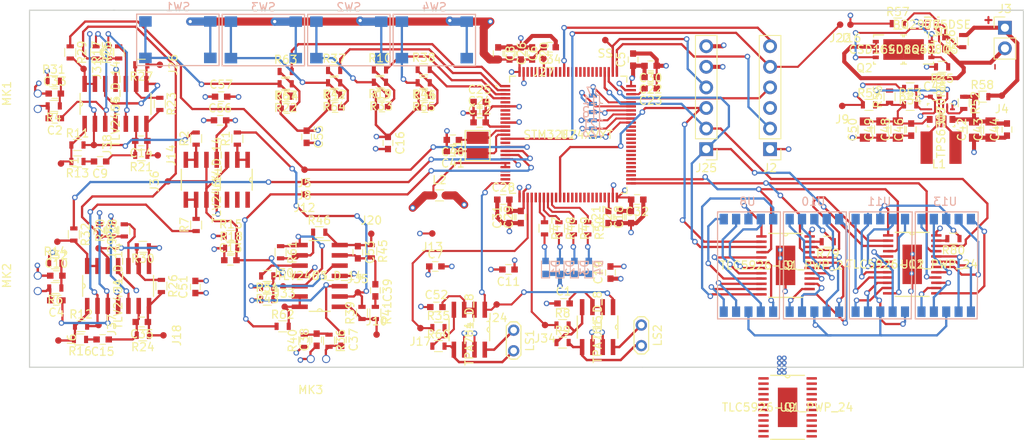
<source format=kicad_pcb>
(kicad_pcb (version 4) (host pcbnew 4.0.4-stable)
  (layers (0 F.Cu signal) (1 In1.Cu power hide) (2 In2.Cu power hide) (31 B.Cu signal) (36 B.SilkS user) (37 F.SilkS user) (38 B.Mask user) (39 F.Mask user) (44 Edge.Cuts user))
  (net 0 "")
  (net 1 GND)
  (net 2 "Net-(C1-Pad2)")
  (net 3 "Net-(C3-Pad2)")
  (net 4 VDD)
  (net 5 VDDA)
  (net 6 "Net-(C9-Pad2)")
  (net 7 "Net-(C10-Pad2)")
  (net 8 "Net-(C21-Pad2)")
  (net 9 "Net-(C23-Pad2)")
  (net 10 "Net-(C33-Pad2)")
  (net 11 /OSC_IN)
  (net 12 /OSC_OUT)
  (net 13 "Net-(C42-Pad2)")
  (net 14 "Net-(C45-Pad2)")
  (net 15 "Net-(C46-Pad2)")
  (net 16 "Net-(C47-Pad2)")
  (net 17 "Net-(C52-Pad2)")
  (net 18 "Net-(C54-Pad2)")
  (net 19 "Net-(D1-Pad2)")
  (net 20 "Net-(D2-Pad2)")
  (net 21 "Net-(D3-Pad2)")
  (net 22 "Net-(D4-Pad2)")
  (net 23 /TCK)
  (net 24 /TMS)
  (net 25 /NRST)
  (net 26 /SWO)
  (net 27 /Batt+)
  (net 28 /In11)
  (net 29 /SCK)
  (net 30 /In12)
  (net 31 /MISO)
  (net 32 /In13)
  (net 33 /MOSI)
  (net 34 /Pop_Sup)
  (net 35 /BOOT0)
  (net 36 "Net-(L1-Pad1)")
  (net 37 "Net-(L1-Pad2)")
  (net 38 "Net-(LS1-Pad1)")
  (net 39 "Net-(LS1-Pad2)")
  (net 40 "Net-(Q1-Pad4)")
  (net 41 "Net-(Q1-Pad5)")
  (net 42 "Net-(Q2-Pad4)")
  (net 43 "Net-(R35-Pad2)")
  (net 44 /LED_R)
  (net 45 /LED_B)
  (net 46 /LED_Y)
  (net 47 /LED_G)
  (net 48 "Net-(R52-Pad2)")
  (net 49 "Net-(R53-Pad2)")
  (net 50 "Net-(R55-Pad2)")
  (net 51 "Net-(R57-Pad2)")
  (net 52 /UserBtn1)
  (net 53 /UserBtn3)
  (net 54 /UserBtn2)
  (net 55 /UserBtn4)
  (net 56 "Net-(R79-Pad2)")
  (net 57 "Net-(R80-Pad2)")
  (net 58 "Net-(U8-Pad5)")
  (net 59 "Net-(U8-Pad4)")
  (net 60 "Net-(U8-Pad2)")
  (net 61 "Net-(U8-Pad1)")
  (net 62 "Net-(U8-Pad6)")
  (net 63 "Net-(U8-Pad7)")
  (net 64 "Net-(U8-Pad9)")
  (net 65 "Net-(U8-Pad10)")
  (net 66 "Net-(U10-Pad5)")
  (net 67 "Net-(U10-Pad4)")
  (net 68 "Net-(U10-Pad2)")
  (net 69 "Net-(U10-Pad1)")
  (net 70 "Net-(U10-Pad6)")
  (net 71 "Net-(U10-Pad7)")
  (net 72 "Net-(U10-Pad9)")
  (net 73 "Net-(U10-Pad10)")
  (net 74 "Net-(U11-Pad5)")
  (net 75 "Net-(U11-Pad4)")
  (net 76 "Net-(U11-Pad2)")
  (net 77 "Net-(U11-Pad1)")
  (net 78 "Net-(U11-Pad6)")
  (net 79 "Net-(U11-Pad7)")
  (net 80 "Net-(U11-Pad9)")
  (net 81 "Net-(U11-Pad10)")
  (net 82 "Net-(U12-Pad13)")
  (net 83 "Net-(U12-Pad18)")
  (net 84 "Net-(U12-Pad17)")
  (net 85 "Net-(U12-Pad16)")
  (net 86 "Net-(U12-Pad19)")
  (net 87 "Net-(U12-Pad20)")
  (net 88 "Net-(U12-Pad15)")
  (net 89 "Net-(U12-Pad14)")
  (net 90 "Net-(U12-Pad2)")
  (net 91 /Batt-)
  (net 92 "Net-(Q1-Pad1)")
  (net 93 /u1a+)
  (net 94 /u2a+)
  (net 95 /u1b-)
  (net 96 /u1bo)
  (net 97 "Net-(C15-Pad2)")
  (net 98 /u2b-)
  (net 99 /u2bo)
  (net 100 "Net-(C36-Pad2)")
  (net 101 /u3a+)
  (net 102 "Net-(C38-Pad2)")
  (net 103 "Net-(C39-Pad2)")
  (net 104 /u3b-)
  (net 105 /u3bo)
  (net 106 /u1a-)
  (net 107 /u2a-)
  (net 108 /u1ao)
  (net 109 /u2ao)
  (net 110 /u1b+)
  (net 111 /u2b+)
  (net 112 /u1c-)
  (net 113 /u1c+)
  (net 114 /u2c-)
  (net 115 /u1co)
  (net 116 /u2c+)
  (net 117 /u1d-)
  (net 118 /u2co)
  (net 119 /u2d-)
  (net 120 /u3a-)
  (net 121 /u3ao)
  (net 122 /u3b+)
  (net 123 /u3c-)
  (net 124 /u3c+)
  (net 125 /u3co)
  (net 126 /u3d-)
  (net 127 "Net-(C2-Pad2)")
  (net 128 "Net-(C4-Pad2)")
  (net 129 /Com_165)
  (net 130 "Net-(C17-Pad2)")
  (net 131 "Net-(C37-Pad2)")
  (net 132 /DAC_O1)
  (net 133 /SS)
  (net 134 /DAC_O2)
  (net 135 "Net-(LS2-Pad1)")
  (net 136 "Net-(LS2-Pad2)")
  (net 137 /u4a-)
  (net 138 /u4b-)
  (net 139 /u4c-)
  (net 140 "Net-(R8-Pad2)")
  (net 141 "Net-(R19-Pad2)")
  (net 142 "Net-(R22-Pad1)")
  (net 143 "Net-(R42-Pad2)")
  (net 144 "Net-(R44-Pad2)")
  (net 145 /Driver_oE)
  (net 146 /Driver_inE)
  (net 147 /GPIO_6)
  (net 148 /GPIO_5)
  (net 149 /GPIO_4)
  (net 150 /GPIO_3)
  (net 151 /GPIO_2)
  (net 152 /GPIO_1)
  (net 153 "Net-(U2-Pad5)")
  (net 154 "Net-(U2-Pad7)")
  (net 155 "Net-(U2-Pad8)")
  (net 156 "Net-(U2-Pad9)")
  (net 157 "Net-(U2-Pad15)")
  (net 158 "Net-(U2-Pad22)")
  (net 159 "Net-(U2-Pad23)")
  (net 160 "Net-(U2-Pad24)")
  (net 161 "Net-(U2-Pad30)")
  (net 162 "Net-(U2-Pad35)")
  (net 163 "Net-(U2-Pad37)")
  (net 164 "Net-(U2-Pad38)")
  (net 165 "Net-(U2-Pad39)")
  (net 166 "Net-(U2-Pad40)")
  (net 167 "Net-(U2-Pad41)")
  (net 168 "Net-(U2-Pad42)")
  (net 169 "Net-(U2-Pad43)")
  (net 170 "Net-(U2-Pad44)")
  (net 171 "Net-(U2-Pad45)")
  (net 172 "Net-(U2-Pad46)")
  (net 173 "Net-(U2-Pad47)")
  (net 174 "Net-(U2-Pad53)")
  (net 175 "Net-(U2-Pad54)")
  (net 176 "Net-(U2-Pad55)")
  (net 177 "Net-(U2-Pad56)")
  (net 178 "Net-(U2-Pad57)")
  (net 179 "Net-(U2-Pad58)")
  (net 180 "Net-(U2-Pad59)")
  (net 181 "Net-(U2-Pad60)")
  (net 182 "Net-(U2-Pad61)")
  (net 183 "Net-(U2-Pad62)")
  (net 184 "Net-(U2-Pad63)")
  (net 185 "Net-(U2-Pad64)")
  (net 186 "Net-(U2-Pad65)")
  (net 187 "Net-(U2-Pad80)")
  (net 188 "Net-(U2-Pad81)")
  (net 189 "Net-(U2-Pad82)")
  (net 190 "Net-(U2-Pad83)")
  (net 191 "Net-(U2-Pad84)")
  (net 192 "Net-(U2-Pad85)")
  (net 193 "Net-(U2-Pad86)")
  (net 194 "Net-(U2-Pad87)")
  (net 195 "Net-(U2-Pad88)")
  (net 196 "Net-(U2-Pad90)")
  (net 197 "Net-(U2-Pad91)")
  (net 198 "Net-(U2-Pad92)")
  (net 199 "Net-(U2-Pad93)")
  (net 200 "Net-(U2-Pad95)")
  (net 201 "Net-(U2-Pad96)")
  (net 202 "Net-(U2-Pad97)")
  (net 203 "Net-(U2-Pad98)")
  (net 204 "Net-(U7-Pad1)")
  (net 205 "Net-(U14-Pad12)")
  (net 206 "Net-(U14-Pad13)")
  (net 207 "Net-(U14-Pad14)")
  (module custom:TLC5926-Q1_PWP_24 (layer F.Cu) (at 211.201 149.225)
    (fp_text reference U9 (at 0 0) (layer F.SilkS))
    (fp_text value TLC5926-Q1_PWP_24 (at 0 0) (layer F.SilkS))
    (pad 1 smd rect (at -2.9718 -3.575063) (size 1.27 0.3048) (layers F.Cu F.Mask) (net 1 GND))
    (pad 2 smd rect (at -2.9718 -2.925051) (size 1.27 0.3048) (layers F.Cu F.Mask) (net 33 /MOSI))
    (pad 3 smd rect (at -2.9718 -2.27504) (size 1.27 0.3048) (layers F.Cu F.Mask) (net 29 /SCK))
    (pad 4 smd rect (at -2.9718 -1.625028) (size 1.27 0.3048) (layers F.Cu F.Mask) (net 146 /Driver_inE))
    (pad 5 smd rect (at -2.9718 -0.975017) (size 1.27 0.3048) (layers F.Cu F.Mask) (net 63 "Net-(U8-Pad7)"))
    (pad 6 smd rect (at -2.9718 -0.325006) (size 1.27 0.3048) (layers F.Cu F.Mask) (net 62 "Net-(U8-Pad6)"))
    (pad 7 smd rect (at -2.9718 0.325006) (size 1.27 0.3048) (layers F.Cu F.Mask) (net 59 "Net-(U8-Pad4)"))
    (pad 8 smd rect (at -2.9718 0.975017) (size 1.27 0.3048) (layers F.Cu F.Mask) (net 60 "Net-(U8-Pad2)"))
    (pad 9 smd rect (at -2.9718 1.625028) (size 1.27 0.3048) (layers F.Cu F.Mask) (net 61 "Net-(U8-Pad1)"))
    (pad 10 smd rect (at -2.9718 2.27504) (size 1.27 0.3048) (layers F.Cu F.Mask) (net 64 "Net-(U8-Pad9)"))
    (pad 11 smd rect (at -2.9718 2.925051) (size 1.27 0.3048) (layers F.Cu F.Mask) (net 65 "Net-(U8-Pad10)"))
    (pad 12 smd rect (at -2.9718 3.575063) (size 1.27 0.3048) (layers F.Cu F.Mask) (net 58 "Net-(U8-Pad5)"))
    (pad 13 smd rect (at 2.9718 3.575063) (size 1.27 0.3048) (layers F.Cu F.Mask) (net 66 "Net-(U10-Pad5)"))
    (pad 14 smd rect (at 2.9718 2.925051) (size 1.27 0.3048) (layers F.Cu F.Mask) (net 73 "Net-(U10-Pad10)"))
    (pad 15 smd rect (at 2.9718 2.27504) (size 1.27 0.3048) (layers F.Cu F.Mask) (net 72 "Net-(U10-Pad9)"))
    (pad 16 smd rect (at 2.9718 1.625028) (size 1.27 0.3048) (layers F.Cu F.Mask) (net 69 "Net-(U10-Pad1)"))
    (pad 17 smd rect (at 2.9718 0.975017) (size 1.27 0.3048) (layers F.Cu F.Mask) (net 68 "Net-(U10-Pad2)"))
    (pad 18 smd rect (at 2.9718 0.325006) (size 1.27 0.3048) (layers F.Cu F.Mask) (net 67 "Net-(U10-Pad4)"))
    (pad 19 smd rect (at 2.9718 -0.325006) (size 1.27 0.3048) (layers F.Cu F.Mask) (net 70 "Net-(U10-Pad6)"))
    (pad 20 smd rect (at 2.9718 -0.975017) (size 1.27 0.3048) (layers F.Cu F.Mask) (net 71 "Net-(U10-Pad7)"))
    (pad 21 smd rect (at 2.9718 -1.625028) (size 1.27 0.3048) (layers F.Cu F.Mask) (net 145 /Driver_oE))
    (pad 22 smd rect (at 2.9718 -2.27504) (size 1.27 0.3048) (layers F.Cu F.Mask) (net 90 "Net-(U12-Pad2)"))
    (pad 23 smd rect (at 2.9718 -2.925051) (size 1.27 0.3048) (layers F.Cu F.Mask) (net 56 "Net-(R79-Pad2)"))
    (pad 24 smd rect (at 2.9718 -3.575063) (size 1.27 0.3048) (layers F.Cu F.Mask) (net 4 VDD))
    (pad 25 smd rect (at 0 0) (size 2.4 4.87) (layers F.Cu F.Mask) (net 1 GND))
  )
  (module custom:VIA (layer F.Cu) (at 210.785 144.929)
    (fp_text reference REF** hide)
    (fp_text value VIA hide)
    (pad 1 thru_hole circle (at 0 0) (size 0.6 0.6) (drill 0.3) (layers *.Cu) (net 1 GND))
  )
  (module custom:VIA (layer F.Cu) (at 210.185 144.929)
    (fp_text reference REF** hide)
    (fp_text value VIA hide)
    (pad 1 thru_hole circle (at 0 0) (size 0.6 0.6) (drill 0.3) (layers *.Cu) (net 1 GND))
  )
  (module custom:VIA (layer F.Cu) (at 210.785 144.329)
    (fp_text reference REF** hide)
    (fp_text value VIA hide)
    (pad 1 thru_hole circle (at 0 0) (size 0.6 0.6) (drill 0.3) (layers *.Cu) (net 1 GND))
  )
  (module custom:VIA (layer F.Cu) (at 210.185 144.329)
    (fp_text reference REF** hide)
    (fp_text value VIA hide)
    (pad 1 thru_hole circle (at 0 0) (size 0.6 0.6) (drill 0.3) (layers *.Cu) (net 1 GND))
  )
  (module custom:VIA (layer F.Cu) (at 210.785 143.729)
    (fp_text reference REF** hide)
    (fp_text value VIA hide)
    (pad 1 thru_hole circle (at 0 0) (size 0.6 0.6) (drill 0.3) (layers *.Cu) (net 1 GND))
  )
  (module custom:VIA (layer F.Cu) (at 210.185 143.729)
    (fp_text reference REF** hide)
    (fp_text value VIA hide)
    (pad 1 thru_hole circle (at 0 0) (size 0.6 0.6) (drill 0.3) (layers *.Cu) (net 1 GND))
  )
  (module custom:VIA (layer F.Cu) (at 210.785 143.129)
    (fp_text reference REF** hide)
    (fp_text value VIA hide)
    (pad 1 thru_hole circle (at 0 0) (size 0.6 0.6) (drill 0.3) (layers *.Cu) (net 1 GND))
  )
  (module Inductors_SMD:L_0603 (layer F.Cu) (at 168.275 123.063)
    (fp_text reference L2 (at 0 -1.9) (layer F.SilkS))
    (fp_text value Ferrite_Bead)
    (pad 1 smd rect (at -0.75 0) (size 0.5 0.9) (layers F.Cu F.Mask) (net 5 VDDA))
    (pad 2 smd rect (at 0.75 0) (size 0.5 0.9) (layers F.Cu F.Mask) (net 4 VDD))
  )
  (module custom:TLV2464_D_14 (layer F.Cu) (at 128.651 134.239 90)
    (fp_text reference U1 (at 0 0 90) (layer F.SilkS))
    (fp_text value TLV2464_D_14 (at 0 0 90) (layer F.SilkS))
    (pad 1 smd rect (at -2.4638 -3.81 90) (size 1.9812 0.5588) (layers F.Cu F.Mask) (net 109 /u2ao))
    (pad 2 smd rect (at -2.4638 -2.54 90) (size 1.9812 0.5588) (layers F.Cu F.Mask) (net 107 /u2a-))
    (pad 3 smd rect (at -2.4638 -1.27 90) (size 1.9812 0.5588) (layers F.Cu F.Mask) (net 94 /u2a+))
    (pad 4 smd rect (at -2.4638 0 90) (size 1.9812 0.5588) (layers F.Cu F.Mask) (net 5 VDDA))
    (pad 5 smd rect (at -2.4638 1.27 90) (size 1.9812 0.5588) (layers F.Cu F.Mask) (net 111 /u2b+))
    (pad 6 smd rect (at -2.4638 2.54 90) (size 1.9812 0.5588) (layers F.Cu F.Mask) (net 98 /u2b-))
    (pad 7 smd rect (at -2.4638 3.81 90) (size 1.9812 0.5588) (layers F.Cu F.Mask) (net 99 /u2bo))
    (pad 8 smd rect (at 2.4638 3.81 90) (size 1.9812 0.5588) (layers F.Cu F.Mask) (net 118 /u2co))
    (pad 9 smd rect (at 2.4638 2.54 90) (size 1.9812 0.5588) (layers F.Cu F.Mask) (net 114 /u2c-))
    (pad 10 smd rect (at 2.4638 1.27 90) (size 1.9812 0.5588) (layers F.Cu F.Mask) (net 116 /u2c+))
    (pad 11 smd rect (at 2.4638 0 90) (size 1.9812 0.5588) (layers F.Cu F.Mask) (net 1 GND))
    (pad 12 smd rect (at 2.4638 -1.27 90) (size 1.9812 0.5588) (layers F.Cu F.Mask) (net 118 /u2co))
    (pad 13 smd rect (at 2.4638 -2.54 90) (size 1.9812 0.5588) (layers F.Cu F.Mask) (net 119 /u2d-))
    (pad 14 smd rect (at 2.4638 -3.81 90) (size 1.9812 0.5588) (layers F.Cu F.Mask) (net 119 /u2d-))
  )
  (module custom:STM32F74XVXT (layer F.Cu) (at 184.15 115.57)
    (fp_text reference U2 (at 0 0) (layer F.SilkS))
    (fp_text value STM32F74XVXT (at 0 0) (layer F.SilkS))
    (pad 1 smd rect (at -7.75 -6.000001) (size 1.2 0.3) (layers F.Cu F.Mask) (net 52 /UserBtn1))
    (pad 2 smd rect (at -7.75 -5.499999) (size 1.2 0.3) (layers F.Cu F.Mask) (net 54 /UserBtn2))
    (pad 3 smd rect (at -7.75 -5) (size 1.2 0.3) (layers F.Cu F.Mask) (net 53 /UserBtn3))
    (pad 4 smd rect (at -7.75 -4.500001) (size 1.2 0.3) (layers F.Cu F.Mask) (net 55 /UserBtn4))
    (pad 5 smd rect (at -7.75 -4) (size 1.2 0.3) (layers F.Cu F.Mask) (net 153 "Net-(U2-Pad5)"))
    (pad 6 smd rect (at -7.75 -3.500001) (size 1.2 0.3) (layers F.Cu F.Mask) (net 4 VDD))
    (pad 7 smd rect (at -7.75 -2.999999) (size 1.2 0.3) (layers F.Cu F.Mask) (net 154 "Net-(U2-Pad7)"))
    (pad 8 smd rect (at -7.75 -2.5) (size 1.2 0.3) (layers F.Cu F.Mask) (net 155 "Net-(U2-Pad8)"))
    (pad 9 smd rect (at -7.75 -2.000001) (size 1.2 0.3) (layers F.Cu F.Mask) (net 156 "Net-(U2-Pad9)"))
    (pad 10 smd rect (at -7.75 -1.5) (size 1.2 0.3) (layers F.Cu F.Mask) (net 1 GND))
    (pad 11 smd rect (at -7.75 -1.000001) (size 1.2 0.3) (layers F.Cu F.Mask) (net 4 VDD))
    (pad 12 smd rect (at -7.75 -0.500002) (size 1.2 0.3) (layers F.Cu F.Mask) (net 11 /OSC_IN))
    (pad 13 smd rect (at -7.75 0) (size 1.2 0.3) (layers F.Cu F.Mask) (net 12 /OSC_OUT))
    (pad 14 smd rect (at -7.75 0.499999) (size 1.2 0.3) (layers F.Cu F.Mask) (net 25 /NRST))
    (pad 15 smd rect (at -7.75 1.000001) (size 1.2 0.3) (layers F.Cu F.Mask) (net 157 "Net-(U2-Pad15)"))
    (pad 16 smd rect (at -7.75 1.5) (size 1.2 0.3) (layers F.Cu F.Mask) (net 28 /In11))
    (pad 17 smd rect (at -7.75 1.999999) (size 1.2 0.3) (layers F.Cu F.Mask) (net 30 /In12))
    (pad 18 smd rect (at -7.75 2.5) (size 1.2 0.3) (layers F.Cu F.Mask) (net 32 /In13))
    (pad 19 smd rect (at -7.75 2.999999) (size 1.2 0.3) (layers F.Cu F.Mask) (net 1 GND))
    (pad 20 smd rect (at -7.75 3.500001) (size 1.2 0.3) (layers F.Cu F.Mask) (net 5 VDDA))
    (pad 21 smd rect (at -7.75 4) (size 1.2 0.3) (layers F.Cu F.Mask) (net 5 VDDA))
    (pad 22 smd rect (at -7.75 4.499999) (size 1.2 0.3) (layers F.Cu F.Mask) (net 158 "Net-(U2-Pad22)"))
    (pad 23 smd rect (at -7.75 5) (size 1.2 0.3) (layers F.Cu F.Mask) (net 159 "Net-(U2-Pad23)"))
    (pad 24 smd rect (at -7.75 5.499999) (size 1.2 0.3) (layers F.Cu F.Mask) (net 160 "Net-(U2-Pad24)"))
    (pad 25 smd rect (at -7.75 6.000001) (size 1.2 0.3) (layers F.Cu F.Mask) (net 34 /Pop_Sup))
    (pad 26 smd rect (at -6.000001 7.75 90) (size 1.2 0.3) (layers F.Cu F.Mask) (net 1 GND))
    (pad 27 smd rect (at -5.499999 7.75 90) (size 1.2 0.3) (layers F.Cu F.Mask) (net 4 VDD))
    (pad 28 smd rect (at -5 7.75 90) (size 1.2 0.3) (layers F.Cu F.Mask) (net 132 /DAC_O1))
    (pad 29 smd rect (at -4.500001 7.75 90) (size 1.2 0.3) (layers F.Cu F.Mask) (net 134 /DAC_O2))
    (pad 30 smd rect (at -4 7.75 90) (size 1.2 0.3) (layers F.Cu F.Mask) (net 161 "Net-(U2-Pad30)"))
    (pad 31 smd rect (at -3.500001 7.75 90) (size 1.2 0.3) (layers F.Cu F.Mask) (net 44 /LED_R))
    (pad 32 smd rect (at -2.999999 7.75 90) (size 1.2 0.3) (layers F.Cu F.Mask) (net 45 /LED_B))
    (pad 33 smd rect (at -2.5 7.75 90) (size 1.2 0.3) (layers F.Cu F.Mask) (net 46 /LED_Y))
    (pad 34 smd rect (at -2.000001 7.75 90) (size 1.2 0.3) (layers F.Cu F.Mask) (net 47 /LED_G))
    (pad 35 smd rect (at -1.5 7.75 90) (size 1.2 0.3) (layers F.Cu F.Mask) (net 162 "Net-(U2-Pad35)"))
    (pad 36 smd rect (at -1.000001 7.75 90) (size 1.2 0.3) (layers F.Cu F.Mask) (net 33 /MOSI))
    (pad 37 smd rect (at -0.499999 7.75 90) (size 1.2 0.3) (layers F.Cu F.Mask) (net 163 "Net-(U2-Pad37)"))
    (pad 38 smd rect (at 0 7.75 90) (size 1.2 0.3) (layers F.Cu F.Mask) (net 164 "Net-(U2-Pad38)"))
    (pad 39 smd rect (at 0.499999 7.75 90) (size 1.2 0.3) (layers F.Cu F.Mask) (net 165 "Net-(U2-Pad39)"))
    (pad 40 smd rect (at 1.000001 7.75 90) (size 1.2 0.3) (layers F.Cu F.Mask) (net 166 "Net-(U2-Pad40)"))
    (pad 41 smd rect (at 1.5 7.75 90) (size 1.2 0.3) (layers F.Cu F.Mask) (net 167 "Net-(U2-Pad41)"))
    (pad 42 smd rect (at 2.000001 7.75 90) (size 1.2 0.3) (layers F.Cu F.Mask) (net 168 "Net-(U2-Pad42)"))
    (pad 43 smd rect (at 2.5 7.75 90) (size 1.2 0.3) (layers F.Cu F.Mask) (net 169 "Net-(U2-Pad43)"))
    (pad 44 smd rect (at 2.999999 7.75 90) (size 1.2 0.3) (layers F.Cu F.Mask) (net 170 "Net-(U2-Pad44)"))
    (pad 45 smd rect (at 3.500001 7.75 90) (size 1.2 0.3) (layers F.Cu F.Mask) (net 171 "Net-(U2-Pad45)"))
    (pad 46 smd rect (at 4 7.75 90) (size 1.2 0.3) (layers F.Cu F.Mask) (net 172 "Net-(U2-Pad46)"))
    (pad 47 smd rect (at 4.500001 7.75 90) (size 1.2 0.3) (layers F.Cu F.Mask) (net 173 "Net-(U2-Pad47)"))
    (pad 48 smd rect (at 5 7.75 90) (size 1.2 0.3) (layers F.Cu F.Mask) (net 8 "Net-(C21-Pad2)"))
    (pad 49 smd rect (at 5.499999 7.75 90) (size 1.2 0.3) (layers F.Cu F.Mask) (net 1 GND))
    (pad 50 smd rect (at 6.000001 7.75 90) (size 1.2 0.3) (layers F.Cu F.Mask) (net 4 VDD))
    (pad 51 smd rect (at 7.75 6.000001) (size 1.2 0.3) (layers F.Cu F.Mask) (net 145 /Driver_oE))
    (pad 52 smd rect (at 7.75 5.499999) (size 1.2 0.3) (layers F.Cu F.Mask) (net 146 /Driver_inE))
    (pad 53 smd rect (at 7.75 5) (size 1.2 0.3) (layers F.Cu F.Mask) (net 174 "Net-(U2-Pad53)"))
    (pad 54 smd rect (at 7.75 4.500001) (size 1.2 0.3) (layers F.Cu F.Mask) (net 175 "Net-(U2-Pad54)"))
    (pad 55 smd rect (at 7.75 4) (size 1.2 0.3) (layers F.Cu F.Mask) (net 176 "Net-(U2-Pad55)"))
    (pad 56 smd rect (at 7.75 3.500001) (size 1.2 0.3) (layers F.Cu F.Mask) (net 177 "Net-(U2-Pad56)"))
    (pad 57 smd rect (at 7.75 2.999999) (size 1.2 0.3) (layers F.Cu F.Mask) (net 178 "Net-(U2-Pad57)"))
    (pad 58 smd rect (at 7.75 2.5) (size 1.2 0.3) (layers F.Cu F.Mask) (net 179 "Net-(U2-Pad58)"))
    (pad 59 smd rect (at 7.75 2.000001) (size 1.2 0.3) (layers F.Cu F.Mask) (net 180 "Net-(U2-Pad59)"))
    (pad 60 smd rect (at 7.75 1.5) (size 1.2 0.3) (layers F.Cu F.Mask) (net 181 "Net-(U2-Pad60)"))
    (pad 61 smd rect (at 7.75 1.000001) (size 1.2 0.3) (layers F.Cu F.Mask) (net 182 "Net-(U2-Pad61)"))
    (pad 62 smd rect (at 7.75 0.499999) (size 1.2 0.3) (layers F.Cu F.Mask) (net 183 "Net-(U2-Pad62)"))
    (pad 63 smd rect (at 7.75 0) (size 1.2 0.3) (layers F.Cu F.Mask) (net 184 "Net-(U2-Pad63)"))
    (pad 64 smd rect (at 7.75 -0.499999) (size 1.2 0.3) (layers F.Cu F.Mask) (net 185 "Net-(U2-Pad64)"))
    (pad 65 smd rect (at 7.75 -1.000001) (size 1.2 0.3) (layers F.Cu F.Mask) (net 186 "Net-(U2-Pad65)"))
    (pad 66 smd rect (at 7.75 -1.5) (size 1.2 0.3) (layers F.Cu F.Mask) (net 147 /GPIO_6))
    (pad 67 smd rect (at 7.75 -2.000001) (size 1.2 0.3) (layers F.Cu F.Mask) (net 148 /GPIO_5))
    (pad 68 smd rect (at 7.75 -2.5) (size 1.2 0.3) (layers F.Cu F.Mask) (net 149 /GPIO_4))
    (pad 69 smd rect (at 7.75 -2.999999) (size 1.2 0.3) (layers F.Cu F.Mask) (net 150 /GPIO_3))
    (pad 70 smd rect (at 7.75 -3.500001) (size 1.2 0.3) (layers F.Cu F.Mask) (net 151 /GPIO_2))
    (pad 71 smd rect (at 7.75 -4) (size 1.2 0.3) (layers F.Cu F.Mask) (net 152 /GPIO_1))
    (pad 72 smd rect (at 7.75 -4.500001) (size 1.2 0.3) (layers F.Cu F.Mask) (net 24 /TMS))
    (pad 73 smd rect (at 7.75 -5) (size 1.2 0.3) (layers F.Cu F.Mask) (net 9 "Net-(C23-Pad2)"))
    (pad 74 smd rect (at 7.75 -5.499999) (size 1.2 0.3) (layers F.Cu F.Mask) (net 1 GND))
    (pad 75 smd rect (at 7.75 -6.000001) (size 1.2 0.3) (layers F.Cu F.Mask) (net 4 VDD))
    (pad 76 smd rect (at 6.000001 -7.75 90) (size 1.2 0.3) (layers F.Cu F.Mask) (net 23 /TCK))
    (pad 77 smd rect (at 5.499999 -7.75 90) (size 1.2 0.3) (layers F.Cu F.Mask) (net 133 /SS))
    (pad 78 smd rect (at 5 -7.75 90) (size 1.2 0.3) (layers F.Cu F.Mask) (net 29 /SCK))
    (pad 79 smd rect (at 4.500001 -7.75 90) (size 1.2 0.3) (layers F.Cu F.Mask) (net 31 /MISO))
    (pad 80 smd rect (at 4 -7.75 90) (size 1.2 0.3) (layers F.Cu F.Mask) (net 187 "Net-(U2-Pad80)"))
    (pad 81 smd rect (at 3.500001 -7.75 90) (size 1.2 0.3) (layers F.Cu F.Mask) (net 188 "Net-(U2-Pad81)"))
    (pad 82 smd rect (at 2.999999 -7.75 90) (size 1.2 0.3) (layers F.Cu F.Mask) (net 189 "Net-(U2-Pad82)"))
    (pad 83 smd rect (at 2.5 -7.75 90) (size 1.2 0.3) (layers F.Cu F.Mask) (net 190 "Net-(U2-Pad83)"))
    (pad 84 smd rect (at 2.000001 -7.75 90) (size 1.2 0.3) (layers F.Cu F.Mask) (net 191 "Net-(U2-Pad84)"))
    (pad 85 smd rect (at 1.5 -7.75 90) (size 1.2 0.3) (layers F.Cu F.Mask) (net 192 "Net-(U2-Pad85)"))
    (pad 86 smd rect (at 1.000001 -7.75 90) (size 1.2 0.3) (layers F.Cu F.Mask) (net 193 "Net-(U2-Pad86)"))
    (pad 87 smd rect (at 0.499999 -7.75 90) (size 1.2 0.3) (layers F.Cu F.Mask) (net 194 "Net-(U2-Pad87)"))
    (pad 88 smd rect (at 0 -7.75 90) (size 1.2 0.3) (layers F.Cu F.Mask) (net 195 "Net-(U2-Pad88)"))
    (pad 89 smd rect (at -0.499999 -7.75 90) (size 1.2 0.3) (layers F.Cu F.Mask) (net 26 /SWO))
    (pad 90 smd rect (at -1.000001 -7.75 90) (size 1.2 0.3) (layers F.Cu F.Mask) (net 196 "Net-(U2-Pad90)"))
    (pad 91 smd rect (at -1.5 -7.75 90) (size 1.2 0.3) (layers F.Cu F.Mask) (net 197 "Net-(U2-Pad91)"))
    (pad 92 smd rect (at -2.000001 -7.75 90) (size 1.2 0.3) (layers F.Cu F.Mask) (net 198 "Net-(U2-Pad92)"))
    (pad 93 smd rect (at -2.5 -7.75 90) (size 1.2 0.3) (layers F.Cu F.Mask) (net 199 "Net-(U2-Pad93)"))
    (pad 94 smd rect (at -2.999999 -7.75 90) (size 1.2 0.3) (layers F.Cu F.Mask) (net 35 /BOOT0))
    (pad 95 smd rect (at -3.500001 -7.75 90) (size 1.2 0.3) (layers F.Cu F.Mask) (net 200 "Net-(U2-Pad95)"))
    (pad 96 smd rect (at -4 -7.75 90) (size 1.2 0.3) (layers F.Cu F.Mask) (net 201 "Net-(U2-Pad96)"))
    (pad 97 smd rect (at -4.500001 -7.75 90) (size 1.2 0.3) (layers F.Cu F.Mask) (net 202 "Net-(U2-Pad97)"))
    (pad 98 smd rect (at -5 -7.75 90) (size 1.2 0.3) (layers F.Cu F.Mask) (net 203 "Net-(U2-Pad98)"))
    (pad 99 smd rect (at -5.499999 -7.75 90) (size 1.2 0.3) (layers F.Cu F.Mask) (net 1 GND))
    (pad 100 smd rect (at -6.000001 -7.75 90) (size 1.2 0.3) (layers F.Cu F.Mask) (net 4 VDD))
  )
  (module Capacitors_SMD:C_0603 (layer F.Cu) (at 167.767 131.826)
    (fp_text reference C7 (at 0 -1.5) (layer F.SilkS))
    (fp_text value 100nF)
    (pad 2 smd rect (at 0.75 0) (size 0.8 0.75) (layers F.Cu F.Mask) (net 5 VDDA))
    (pad 1 smd rect (at -0.75 0) (size 0.8 0.75) (layers F.Cu F.Mask) (net 1 GND))
  )
  (module custom:TLC5926-Q1_PWP_24 (layer F.Cu) (at 210.947 131.699)
    (fp_text reference U9 (at 0 0) (layer F.SilkS))
    (fp_text value TLC5926-Q1_PWP_24 (at 0 0) (layer F.SilkS))
    (pad 1 smd rect (at -2.9718 -3.575063) (size 1.27 0.3048) (layers F.Cu F.Mask) (net 1 GND))
    (pad 2 smd rect (at -2.9718 -2.925051) (size 1.27 0.3048) (layers F.Cu F.Mask) (net 33 /MOSI))
    (pad 3 smd rect (at -2.9718 -2.27504) (size 1.27 0.3048) (layers F.Cu F.Mask) (net 29 /SCK))
    (pad 4 smd rect (at -2.9718 -1.625028) (size 1.27 0.3048) (layers F.Cu F.Mask) (net 146 /Driver_inE))
    (pad 5 smd rect (at -2.9718 -0.975017) (size 1.27 0.3048) (layers F.Cu F.Mask) (net 63 "Net-(U8-Pad7)"))
    (pad 6 smd rect (at -2.9718 -0.325006) (size 1.27 0.3048) (layers F.Cu F.Mask) (net 62 "Net-(U8-Pad6)"))
    (pad 7 smd rect (at -2.9718 0.325006) (size 1.27 0.3048) (layers F.Cu F.Mask) (net 59 "Net-(U8-Pad4)"))
    (pad 8 smd rect (at -2.9718 0.975017) (size 1.27 0.3048) (layers F.Cu F.Mask) (net 60 "Net-(U8-Pad2)"))
    (pad 9 smd rect (at -2.9718 1.625028) (size 1.27 0.3048) (layers F.Cu F.Mask) (net 61 "Net-(U8-Pad1)"))
    (pad 10 smd rect (at -2.9718 2.27504) (size 1.27 0.3048) (layers F.Cu F.Mask) (net 64 "Net-(U8-Pad9)"))
    (pad 11 smd rect (at -2.9718 2.925051) (size 1.27 0.3048) (layers F.Cu F.Mask) (net 65 "Net-(U8-Pad10)"))
    (pad 12 smd rect (at -2.9718 3.575063) (size 1.27 0.3048) (layers F.Cu F.Mask) (net 58 "Net-(U8-Pad5)"))
    (pad 13 smd rect (at 2.9718 3.575063) (size 1.27 0.3048) (layers F.Cu F.Mask) (net 66 "Net-(U10-Pad5)"))
    (pad 14 smd rect (at 2.9718 2.925051) (size 1.27 0.3048) (layers F.Cu F.Mask) (net 73 "Net-(U10-Pad10)"))
    (pad 15 smd rect (at 2.9718 2.27504) (size 1.27 0.3048) (layers F.Cu F.Mask) (net 72 "Net-(U10-Pad9)"))
    (pad 16 smd rect (at 2.9718 1.625028) (size 1.27 0.3048) (layers F.Cu F.Mask) (net 69 "Net-(U10-Pad1)"))
    (pad 17 smd rect (at 2.9718 0.975017) (size 1.27 0.3048) (layers F.Cu F.Mask) (net 68 "Net-(U10-Pad2)"))
    (pad 18 smd rect (at 2.9718 0.325006) (size 1.27 0.3048) (layers F.Cu F.Mask) (net 67 "Net-(U10-Pad4)"))
    (pad 19 smd rect (at 2.9718 -0.325006) (size 1.27 0.3048) (layers F.Cu F.Mask) (net 70 "Net-(U10-Pad6)"))
    (pad 20 smd rect (at 2.9718 -0.975017) (size 1.27 0.3048) (layers F.Cu F.Mask) (net 71 "Net-(U10-Pad7)"))
    (pad 21 smd rect (at 2.9718 -1.625028) (size 1.27 0.3048) (layers F.Cu F.Mask) (net 145 /Driver_oE))
    (pad 22 smd rect (at 2.9718 -2.27504) (size 1.27 0.3048) (layers F.Cu F.Mask) (net 90 "Net-(U12-Pad2)"))
    (pad 23 smd rect (at 2.9718 -2.925051) (size 1.27 0.3048) (layers F.Cu F.Mask) (net 56 "Net-(R79-Pad2)"))
    (pad 24 smd rect (at 2.9718 -3.575063) (size 1.27 0.3048) (layers F.Cu F.Mask) (net 4 VDD))
    (pad 25 smd rect (at 0 0) (size 2.4 4.87) (layers F.Cu F.Mask) (net 1 GND))
  )
  (module Resistors_SMD:R_0603 (layer F.Cu) (at 128.7145 105.41 90)
    (fp_text reference R25 (at 0 -1.45 90) (layer F.SilkS))
    (fp_text value 1K)
    (pad 1 smd rect (at -0.75 0 90) (size 0.5 0.9) (layers F.Cu F.Mask) (net 129 /Com_165))
    (pad 2 smd rect (at 0.75 0 90) (size 0.5 0.9) (layers F.Cu F.Mask) (net 113 /u1c+))
  )
  (module Capacitors_SMD:C_0603 (layer F.Cu) (at 192.151 106.299 90)
    (fp_text reference C5 (at 0 -1.5 90) (layer F.SilkS))
    (fp_text value 1uF)
    (pad 2 smd rect (at 0.75 0 90) (size 0.8 0.75) (layers F.Cu F.Mask) (net 1 GND))
    (pad 1 smd rect (at -0.75 0 90) (size 0.8 0.75) (layers F.Cu F.Mask) (net 4 VDD))
  )
  (module Capacitors_SMD:C_0603 (layer F.Cu) (at 178.308 105.537 270)
    (fp_text reference C6 (at 0 -1.5 270) (layer F.SilkS))
    (fp_text value 100nF)
    (pad 2 smd rect (at 0.75 0 270) (size 0.8 0.75) (layers F.Cu F.Mask) (net 4 VDD))
    (pad 1 smd rect (at -0.75 0 270) (size 0.8 0.75) (layers F.Cu F.Mask) (net 1 GND))
  )
  (module Capacitors_SMD:C_0603 (layer F.Cu) (at 175.514 105.537 270)
    (fp_text reference C8 (at 0 -1.5 270) (layer F.SilkS))
    (fp_text value 100nF)
    (pad 2 smd rect (at 0.75 0 270) (size 0.8 0.75) (layers F.Cu F.Mask) (net 4 VDD))
    (pad 1 smd rect (at -0.75 0 270) (size 0.8 0.75) (layers F.Cu F.Mask) (net 1 GND))
  )
  (module Capacitors_SMD:C_0603 (layer F.Cu) (at 176.784 132.207 180)
    (fp_text reference C11 (at 0 -1.5 180) (layer F.SilkS))
    (fp_text value 1uF)
    (pad 2 smd rect (at 0.75 0 180) (size 0.8 0.75) (layers F.Cu F.Mask) (net 5 VDDA))
    (pad 1 smd rect (at -0.75 0 180) (size 0.8 0.75) (layers F.Cu F.Mask) (net 1 GND))
  )
  (module Capacitors_SMD:C_0603 (layer F.Cu) (at 173.228 114.046)
    (fp_text reference C12 (at 0 -1.5) (layer F.SilkS))
    (fp_text value 100nF)
    (pad 2 smd rect (at 0.75 0) (size 0.8 0.75) (layers F.Cu F.Mask) (net 4 VDD))
    (pad 1 smd rect (at -0.75 0) (size 0.8 0.75) (layers F.Cu F.Mask) (net 1 GND))
  )
  (module Capacitors_SMD:C_0603 (layer F.Cu) (at 161.925 116.586 270)
    (fp_text reference C16 (at 0 -1.5 270) (layer F.SilkS))
    (fp_text value 10uF)
    (pad 2 smd rect (at 0.75 0 270) (size 0.8 0.75) (layers F.Cu F.Mask) (net 5 VDDA))
    (pad 1 smd rect (at -0.75 0 270) (size 0.8 0.75) (layers F.Cu F.Mask) (net 1 GND))
  )
  (module Capacitors_SMD:C_0603 (layer F.Cu) (at 191.897 125.73 90)
    (fp_text reference C18 (at 0 -1.5 90) (layer F.SilkS))
    (fp_text value 100nF)
    (pad 2 smd rect (at 0.75 0 90) (size 0.8 0.75) (layers F.Cu F.Mask) (net 4 VDD))
    (pad 1 smd rect (at -0.75 0 90) (size 0.8 0.75) (layers F.Cu F.Mask) (net 1 GND))
  )
  (module Capacitors_SMD:C_0603 (layer F.Cu) (at 189.357 132.588 90)
    (fp_text reference C19 (at 0 -1.5 90) (layer F.SilkS))
    (fp_text value 10uF)
    (pad 2 smd rect (at 0.75 0 90) (size 0.8 0.75) (layers F.Cu F.Mask) (net 5 VDDA))
    (pad 1 smd rect (at -0.75 0 90) (size 0.8 0.75) (layers F.Cu F.Mask) (net 1 GND))
  )
  (module Capacitors_SMD:C_0603 (layer F.Cu) (at 179.705 105.537 270)
    (fp_text reference C20 (at 0 -1.5 270) (layer F.SilkS))
    (fp_text value 100nF)
    (pad 2 smd rect (at 0.75 0 270) (size 0.8 0.75) (layers F.Cu F.Mask) (net 4 VDD))
    (pad 1 smd rect (at -0.75 0 270) (size 0.8 0.75) (layers F.Cu F.Mask) (net 1 GND))
  )
  (module Capacitors_SMD:C_0603 (layer F.Cu) (at 189.103 125.73 90)
    (fp_text reference C21 (at 0 -1.5 90) (layer F.SilkS))
    (fp_text value 2.2uF)
    (pad 2 smd rect (at 0.75 0 90) (size 0.8 0.75) (layers F.Cu F.Mask) (net 8 "Net-(C21-Pad2)"))
    (pad 1 smd rect (at -0.75 0 90) (size 0.8 0.75) (layers F.Cu F.Mask) (net 1 GND))
  )
  (module Capacitors_SMD:C_0603 (layer F.Cu) (at 194.31 108.458 180)
    (fp_text reference C22 (at 0 -1.5 180) (layer F.SilkS))
    (fp_text value 100nF)
    (pad 2 smd rect (at 0.75 0 180) (size 0.8 0.75) (layers F.Cu F.Mask) (net 4 VDD))
    (pad 1 smd rect (at -0.75 0 180) (size 0.8 0.75) (layers F.Cu F.Mask) (net 1 GND))
  )
  (module Capacitors_SMD:C_0603 (layer F.Cu) (at 194.31 109.855 180)
    (fp_text reference C23 (at 0 -1.5 180) (layer F.SilkS))
    (fp_text value 2.2uF)
    (pad 2 smd rect (at 0.75 0 180) (size 0.8 0.75) (layers F.Cu F.Mask) (net 9 "Net-(C23-Pad2)"))
    (pad 1 smd rect (at -0.75 0 180) (size 0.8 0.75) (layers F.Cu F.Mask) (net 1 GND))
  )
  (module Capacitors_SMD:C_0603 (layer F.Cu) (at 173.228 112.903)
    (fp_text reference C24 (at 0 -1.5) (layer F.SilkS))
    (fp_text value 100nF)
    (pad 2 smd rect (at 0.75 0) (size 0.8 0.75) (layers F.Cu F.Mask) (net 4 VDD))
    (pad 1 smd rect (at -0.75 0) (size 0.8 0.75) (layers F.Cu F.Mask) (net 1 GND))
  )
  (module Capacitors_SMD:C_0603 (layer F.Cu) (at 173.228 111.506)
    (fp_text reference C25 (at 0 -1.5) (layer F.SilkS))
    (fp_text value 100nF)
    (pad 2 smd rect (at 0.75 0) (size 0.8 0.75) (layers F.Cu F.Mask) (net 4 VDD))
    (pad 1 smd rect (at -0.75 0) (size 0.8 0.75) (layers F.Cu F.Mask) (net 1 GND))
  )
  (module Capacitors_SMD:C_0603 (layer F.Cu) (at 176.911 105.537 270)
    (fp_text reference C26 (at 0 -1.5 270) (layer F.SilkS))
    (fp_text value 100nF)
    (pad 2 smd rect (at 0.75 0 270) (size 0.8 0.75) (layers F.Cu F.Mask) (net 4 VDD))
    (pad 1 smd rect (at -0.75 0 270) (size 0.8 0.75) (layers F.Cu F.Mask) (net 1 GND))
  )
  (module Capacitors_SMD:C_0603 (layer F.Cu) (at 190.5 125.73 90)
    (fp_text reference C27 (at 0 -1.5 90) (layer F.SilkS))
    (fp_text value 100nF)
    (pad 2 smd rect (at 0.75 0 90) (size 0.8 0.75) (layers F.Cu F.Mask) (net 4 VDD))
    (pad 1 smd rect (at -0.75 0 90) (size 0.8 0.75) (layers F.Cu F.Mask) (net 1 GND))
  )
  (module Capacitors_SMD:C_0603 (layer F.Cu) (at 176.149 123.571)
    (fp_text reference C28 (at 0 -1.5) (layer F.SilkS))
    (fp_text value 100nF)
    (pad 2 smd rect (at 0.75 0) (size 0.8 0.75) (layers F.Cu F.Mask) (net 4 VDD))
    (pad 1 smd rect (at -0.75 0) (size 0.8 0.75) (layers F.Cu F.Mask) (net 1 GND))
  )
  (module Capacitors_SMD:C_0603 (layer F.Cu) (at 178.308 125.73 90)
    (fp_text reference C29 (at 0 -1.5 90) (layer F.SilkS))
    (fp_text value 100nF)
    (pad 2 smd rect (at 0.75 0 90) (size 0.8 0.75) (layers F.Cu F.Mask) (net 4 VDD))
    (pad 1 smd rect (at -0.75 0 90) (size 0.8 0.75) (layers F.Cu F.Mask) (net 1 GND))
  )
  (module Capacitors_SMD:C_0603 (layer F.Cu) (at 194.31 107.061 180)
    (fp_text reference C30 (at 0 -1.5 180) (layer F.SilkS))
    (fp_text value 100nF)
    (pad 2 smd rect (at 0.75 0 180) (size 0.8 0.75) (layers F.Cu F.Mask) (net 4 VDD))
    (pad 1 smd rect (at -0.75 0 180) (size 0.8 0.75) (layers F.Cu F.Mask) (net 1 GND))
  )
  (module Capacitors_SMD:C_0603 (layer F.Cu) (at 176.911 125.73 90)
    (fp_text reference C31 (at 0 -1.5 90) (layer F.SilkS))
    (fp_text value 100nF)
    (pad 2 smd rect (at 0.75 0 90) (size 0.8 0.75) (layers F.Cu F.Mask) (net 4 VDD))
    (pad 1 smd rect (at -0.75 0 90) (size 0.8 0.75) (layers F.Cu F.Mask) (net 1 GND))
  )
  (module Capacitors_SMD:C_0603 (layer F.Cu) (at 192.659 123.571 180)
    (fp_text reference C32 (at 0 -1.5 180) (layer F.SilkS))
    (fp_text value 100nF)
    (pad 2 smd rect (at 0.75 0 180) (size 0.8 0.75) (layers F.Cu F.Mask) (net 4 VDD))
    (pad 1 smd rect (at -0.75 0 180) (size 0.8 0.75) (layers F.Cu F.Mask) (net 1 GND))
  )
  (module Capacitors_SMD:C_0603 (layer F.Cu) (at 181.864 104.775 180)
    (fp_text reference C34 (at 0 -1.5 180) (layer F.SilkS))
    (fp_text value 4.7uF)
    (pad 2 smd rect (at 0.75 0 180) (size 0.8 0.75) (layers F.Cu F.Mask) (net 4 VDD))
    (pad 1 smd rect (at -0.75 0 180) (size 0.8 0.75) (layers F.Cu F.Mask) (net 1 GND))
  )
  (module Capacitors_SMD:C_0603 (layer F.Cu) (at 166.4589 112.2045)
    (fp_text reference C36 (at 0 -1.5) (layer F.SilkS))
    (fp_text value 1uF)
    (pad 2 smd rect (at 0.75 0) (size 0.8 0.75) (layers F.Cu F.Mask) (net 100 "Net-(C36-Pad2)"))
    (pad 1 smd rect (at -0.75 0) (size 0.8 0.75) (layers F.Cu F.Mask) (net 1 GND))
  )
  (module Capacitors_SMD:C_0603 (layer F.Cu) (at 169.926 116.205 180)
    (fp_text reference C40 (at 0 -1.5 180) (layer F.SilkS))
    (fp_text value 4.3pF)
    (pad 2 smd rect (at 0.75 0 180) (size 0.8 0.75) (layers F.Cu F.Mask) (net 1 GND))
    (pad 1 smd rect (at -0.75 0 180) (size 0.8 0.75) (layers F.Cu F.Mask) (net 11 /OSC_IN))
  )
  (module Capacitors_SMD:C_0603 (layer F.Cu) (at 169.926 117.602 180)
    (fp_text reference C41 (at 0 -1.5 180) (layer F.SilkS))
    (fp_text value 4.3pF)
    (pad 2 smd rect (at 0.75 0 180) (size 0.8 0.75) (layers F.Cu F.Mask) (net 1 GND))
    (pad 1 smd rect (at -0.75 0 180) (size 0.8 0.75) (layers F.Cu F.Mask) (net 12 /OSC_OUT))
  )
  (module Capacitors_SMD:C_0805 (layer F.Cu) (at 234.188 114.935 90)
    (fp_text reference C42 (at 0 -1.5 90) (layer F.SilkS))
    (fp_text value 10uF)
    (pad 1 smd rect (at -1 0 90) (size 1 1.25) (layers F.Cu F.Mask) (net 1 GND))
    (pad 2 smd rect (at 1 0 90) (size 1 1.25) (layers F.Cu F.Mask) (net 13 "Net-(C42-Pad2)"))
  )
  (module Capacitors_SMD:C_0805 (layer F.Cu) (at 236.22 114.935 90)
    (fp_text reference C43 (at 0 -1.5 90) (layer F.SilkS))
    (fp_text value 10uF)
    (pad 1 smd rect (at -1 0 90) (size 1 1.25) (layers F.Cu F.Mask) (net 1 GND))
    (pad 2 smd rect (at 1 0 90) (size 1 1.25) (layers F.Cu F.Mask) (net 13 "Net-(C42-Pad2)"))
  )
  (module Capacitors_SMD:C_0603 (layer F.Cu) (at 238.252 114.935 90)
    (fp_text reference C44 (at 0 -1.5 90) (layer F.SilkS))
    (fp_text value 10uF)
    (pad 2 smd rect (at 0.75 0 90) (size 0.8 0.75) (layers F.Cu F.Mask) (net 13 "Net-(C42-Pad2)"))
    (pad 1 smd rect (at -0.75 0 90) (size 0.8 0.75) (layers F.Cu F.Mask) (net 1 GND))
  )
  (module Capacitors_SMD:C_0402 (layer F.Cu) (at 229.362 110.871)
    (fp_text reference C45 (at 0 -1.27) (layer F.SilkS))
    (fp_text value 100nF)
    (pad 1 smd rect (at -0.55 0) (size 0.6 0.5) (layers F.Cu F.Mask) (net 1 GND))
    (pad 2 smd rect (at 0.55 0) (size 0.6 0.5) (layers F.Cu F.Mask) (net 14 "Net-(C45-Pad2)"))
  )
  (module Capacitors_SMD:C_0603 (layer F.Cu) (at 226.441 114.935 90)
    (fp_text reference C46 (at 0 -1.5 90) (layer F.SilkS))
    (fp_text value 10uF)
    (pad 2 smd rect (at 0.75 0 90) (size 0.8 0.75) (layers F.Cu F.Mask) (net 15 "Net-(C46-Pad2)"))
    (pad 1 smd rect (at -0.75 0 90) (size 0.8 0.75) (layers F.Cu F.Mask) (net 1 GND))
  )
  (module Capacitors_SMD:C_0603 (layer F.Cu) (at 230.632 104.267 90)
    (fp_text reference C47 (at 0 -1.5 90) (layer F.SilkS))
    (fp_text value 100nF)
    (pad 2 smd rect (at 0.75 0 90) (size 0.8 0.75) (layers F.Cu F.Mask) (net 16 "Net-(C47-Pad2)"))
    (pad 1 smd rect (at -0.75 0 90) (size 0.8 0.75) (layers F.Cu F.Mask) (net 91 /Batt-))
  )
  (module Capacitors_SMD:C_0805 (layer F.Cu) (at 224.79 114.935 90)
    (fp_text reference C48 (at 0 -1.5 90) (layer F.SilkS))
    (fp_text value 22uF)
    (pad 1 smd rect (at -1 0 90) (size 1 1.25) (layers F.Cu F.Mask) (net 1 GND))
    (pad 2 smd rect (at 1 0 90) (size 1 1.25) (layers F.Cu F.Mask) (net 15 "Net-(C46-Pad2)"))
  )
  (module Capacitors_SMD:C_0805 (layer F.Cu) (at 222.758 114.935 90)
    (fp_text reference C49 (at 0 -1.5 90) (layer F.SilkS))
    (fp_text value 22uF)
    (pad 1 smd rect (at -1 0 90) (size 1 1.25) (layers F.Cu F.Mask) (net 1 GND))
    (pad 2 smd rect (at 1 0 90) (size 1 1.25) (layers F.Cu F.Mask) (net 15 "Net-(C46-Pad2)"))
  )
  (module Capacitors_SMD:C_0805 (layer F.Cu) (at 220.726 114.935 90)
    (fp_text reference C50 (at 0 -1.5 90) (layer F.SilkS))
    (fp_text value 22uF)
    (pad 1 smd rect (at -1 0 90) (size 1 1.25) (layers F.Cu F.Mask) (net 1 GND))
    (pad 2 smd rect (at 1 0 90) (size 1 1.25) (layers F.Cu F.Mask) (net 15 "Net-(C46-Pad2)"))
  )
  (module Capacitors_SMD:C_0603 (layer F.Cu) (at 167.894 136.8425)
    (fp_text reference C52 (at 0 -1.5) (layer F.SilkS))
    (fp_text value 1uF)
    (pad 2 smd rect (at 0.75 0) (size 0.8 0.75) (layers F.Cu F.Mask) (net 17 "Net-(C52-Pad2)"))
    (pad 1 smd rect (at -0.75 0) (size 0.8 0.75) (layers F.Cu F.Mask) (net 1 GND))
  )
  (module Capacitors_SMD:C_0603 (layer F.Cu) (at 158.21025 130.07975 270)
    (fp_text reference C53 (at 0 -1.5 270) (layer F.SilkS))
    (fp_text value "820 pF")
    (pad 2 smd rect (at 0.75 0 270) (size 0.8 0.75) (layers F.Cu F.Mask) (net 104 /u3b-))
    (pad 1 smd rect (at -0.75 0 270) (size 0.8 0.75) (layers F.Cu F.Mask) (net 105 /u3bo))
  )
  (module Capacitors_SMD:C_0603 (layer F.Cu) (at 149.4409 112.3315)
    (fp_text reference C54 (at 0 -1.5) (layer F.SilkS))
    (fp_text value 1uF)
    (pad 2 smd rect (at 0.75 0) (size 0.8 0.75) (layers F.Cu F.Mask) (net 18 "Net-(C54-Pad2)"))
    (pad 1 smd rect (at -0.75 0) (size 0.8 0.75) (layers F.Cu F.Mask) (net 1 GND))
  )
  (module Capacitors_SMD:C_0603 (layer F.Cu) (at 151.892 115.824 270)
    (fp_text reference C55 (at 0 -1.5 270) (layer F.SilkS))
    (fp_text value 100nF)
    (pad 2 smd rect (at 0.75 0 270) (size 0.8 0.75) (layers F.Cu F.Mask) (net 5 VDDA))
    (pad 1 smd rect (at -0.75 0 270) (size 0.8 0.75) (layers F.Cu F.Mask) (net 1 GND))
  )
  (module LEDs:LED_0603 (layer B.Cu) (at 181.356 131.953 90)
    (fp_text reference D1 (at 0 1.25 90) (layer B.SilkS) (effects (justify mirror)))
    (fp_text value LED)
    (pad 2 smd rect (at 0.8 0 270) (size 0.8 0.8) (layers B.Cu B.Mask) (net 19 "Net-(D1-Pad2)"))
    (pad 1 smd rect (at -0.8 0 270) (size 0.8 0.8) (layers B.Cu B.Mask) (net 1 GND))
  )
  (module LEDs:LED_0603 (layer B.Cu) (at 183.134 131.953 90)
    (fp_text reference D2 (at 0 1.25 90) (layer B.SilkS) (effects (justify mirror)))
    (fp_text value LED)
    (pad 2 smd rect (at 0.8 0 270) (size 0.8 0.8) (layers B.Cu B.Mask) (net 20 "Net-(D2-Pad2)"))
    (pad 1 smd rect (at -0.8 0 270) (size 0.8 0.8) (layers B.Cu B.Mask) (net 1 GND))
  )
  (module LEDs:LED_0603 (layer B.Cu) (at 184.912 131.953 90)
    (fp_text reference D3 (at 0 1.25 90) (layer B.SilkS) (effects (justify mirror)))
    (fp_text value LED)
    (pad 2 smd rect (at 0.8 0 270) (size 0.8 0.8) (layers B.Cu B.Mask) (net 21 "Net-(D3-Pad2)"))
    (pad 1 smd rect (at -0.8 0 270) (size 0.8 0.8) (layers B.Cu B.Mask) (net 1 GND))
  )
  (module LEDs:LED_0603 (layer B.Cu) (at 186.69 131.953 90)
    (fp_text reference D4 (at 0 1.25 90) (layer B.SilkS) (effects (justify mirror)))
    (fp_text value LED)
    (pad 2 smd rect (at 0.8 0 270) (size 0.8 0.8) (layers B.Cu B.Mask) (net 22 "Net-(D4-Pad2)"))
    (pad 1 smd rect (at -0.8 0 270) (size 0.8 0.8) (layers B.Cu B.Mask) (net 1 GND))
  )
  (module Pin_Headers:Pin_Header_Straight_1x06_Pitch2.54mm (layer F.Cu) (at 209.042 117.348 180)
    (fp_text reference J2 (at 0 -2.33 180) (layer F.SilkS))
    (fp_text value Conn_01x06)
    (pad 1 thru_hole rect (at 0 0 180) (size 1.7 1.7) (drill 1) (layers *.Cu *.Mask) (net 4 VDD))
    (pad 2 thru_hole oval (at 0 2.54 180) (size 1.7 1.7) (drill 1) (layers *.Cu *.Mask) (net 23 /TCK))
    (pad 3 thru_hole oval (at 0 5.08 180) (size 1.7 1.7) (drill 1) (layers *.Cu *.Mask) (net 1 GND))
    (pad 4 thru_hole oval (at 0 7.62 180) (size 1.7 1.7) (drill 1) (layers *.Cu *.Mask) (net 24 /TMS))
    (pad 5 thru_hole oval (at 0 10.16 180) (size 1.7 1.7) (drill 1) (layers *.Cu *.Mask) (net 25 /NRST))
    (pad 6 thru_hole oval (at 0 12.7 180) (size 1.7 1.7) (drill 1) (layers *.Cu *.Mask) (net 26 /SWO))
  )
  (module Pin_Headers:Pin_Header_Straight_1x02_Pitch2.54mm (layer F.Cu) (at 237.998 102.362)
    (fp_text reference J3 (at 0 -2.33) (layer F.SilkS))
    (fp_text value Conn_01x02)
    (pad 1 thru_hole rect (at 0 0) (size 1.7 1.7) (drill 1) (layers *.Cu *.Mask) (net 27 /Batt+))
    (pad 2 thru_hole oval (at 0 2.54) (size 1.7 1.7) (drill 1) (layers *.Cu *.Mask) (net 91 /Batt-))
  )
  (module Pin_Headers:Pin_Header_Straight_1x06_Pitch2.54mm (layer F.Cu) (at 201.168 117.348 180)
    (fp_text reference J25 (at 0 -2.33 180) (layer F.SilkS))
    (fp_text value Conn_01x06)
    (pad 1 thru_hole rect (at 0 0 180) (size 1.7 1.7) (drill 1) (layers *.Cu *.Mask) (net 29 /SCK))
    (pad 2 thru_hole oval (at 0 2.54 180) (size 1.7 1.7) (drill 1) (layers *.Cu *.Mask) (net 31 /MISO))
    (pad 3 thru_hole oval (at 0 5.08 180) (size 1.7 1.7) (drill 1) (layers *.Cu *.Mask) (net 33 /MOSI))
    (pad 4 thru_hole oval (at 0 7.62 180) (size 1.7 1.7) (drill 1) (layers *.Cu *.Mask) (net 133 /SS))
    (pad 5 thru_hole oval (at 0 10.16 180) (size 1.7 1.7) (drill 1) (layers *.Cu *.Mask) (net 4 VDD))
    (pad 6 thru_hole oval (at 0 12.7 180) (size 1.7 1.7) (drill 1) (layers *.Cu *.Mask) (net 1 GND))
  )
  (module custom:L_cust01 (layer F.Cu) (at 229.87 117.1702)
    (fp_text reference L1 (at 0 2.032) (layer F.SilkS))
    (fp_text value 1.5uH)
    (pad 1 smd rect (at -1.524 0) (size 1.5 4) (layers F.Cu F.Mask) (net 36 "Net-(L1-Pad1)"))
    (pad 2 smd rect (at 2.032 0) (size 1.5 4) (layers F.Cu F.Mask) (net 37 "Net-(L1-Pad2)"))
  )
  (module Measurement_Points:Test_Point_2Pads (layer F.Cu) (at 177.419 139.7 270)
    (fp_text reference LS1 (at 1.27 -2 270) (layer F.SilkS))
    (fp_text value Speaker)
    (pad 1 thru_hole circle (at 0 0 270) (size 1.4 1.4) (drill 0.8128) (layers *.Cu *.Mask) (net 38 "Net-(LS1-Pad1)"))
    (pad 2 thru_hole circle (at 2.54 0 270) (size 1.4 1.4) (drill 0.8128) (layers *.Cu *.Mask) (net 39 "Net-(LS1-Pad2)"))
  )
  (module custom:CMC2242PBL (layer F.Cu) (at 118.745 110.49 270)
    (fp_text reference MK1 (at 0 3.81 270) (layer F.SilkS))
    (fp_text value Microphone)
    (pad 1 thru_hole circle (at 0 0 270) (size 1 1) (drill 0.762) (layers *.Cu *.Mask) (net 1 GND))
    (pad 2 thru_hole circle (at 1.9 0 270) (size 1 1) (drill 0.762) (layers *.Cu *.Mask) (net 127 "Net-(C2-Pad2)"))
  )
  (module custom:CMC2242PBL (layer F.Cu) (at 118.745 132.969 270)
    (fp_text reference MK2 (at 0 3.81 270) (layer F.SilkS))
    (fp_text value Microphone)
    (pad 1 thru_hole circle (at 0 0 270) (size 1 1) (drill 0.762) (layers *.Cu *.Mask) (net 1 GND))
    (pad 2 thru_hole circle (at 1.9 0 270) (size 1 1) (drill 0.762) (layers *.Cu *.Mask) (net 128 "Net-(C4-Pad2)"))
  )
  (module custom:CMC2242PBL (layer F.Cu) (at 152.4 143.256)
    (fp_text reference MK3 (at 0 3.81) (layer F.SilkS))
    (fp_text value Microphone)
    (pad 1 thru_hole circle (at 0 0) (size 1 1) (drill 0.762) (layers *.Cu *.Mask) (net 1 GND))
    (pad 2 thru_hole circle (at 1.9 0) (size 1 1) (drill 0.762) (layers *.Cu *.Mask) (net 131 "Net-(C37-Pad2)"))
  )
  (module Resistors_SMD:R_0603 (layer F.Cu) (at 123.19 127.889 270)
    (fp_text reference R32 (at 0 -1.45 270) (layer F.SilkS))
    (fp_text value 0)
    (pad 1 smd rect (at -0.75 0 270) (size 0.5 0.9) (layers F.Cu F.Mask) (net 30 /In12))
    (pad 2 smd rect (at 0.75 0 270) (size 0.5 0.9) (layers F.Cu F.Mask) (net 119 /u2d-))
  )
  (module Resistors_SMD:R_0603 (layer F.Cu) (at 168.148 139.3825)
    (fp_text reference R35 (at 0 -1.45) (layer F.SilkS))
    (fp_text value 10K)
    (pad 1 smd rect (at -0.75 0) (size 0.5 0.9) (layers F.Cu F.Mask) (net 132 /DAC_O1))
    (pad 2 smd rect (at 0.75 0) (size 0.5 0.9) (layers F.Cu F.Mask) (net 43 "Net-(R35-Pad2)"))
  )
  (module Resistors_SMD:R_0603 (layer F.Cu) (at 181.229 127.127 270)
    (fp_text reference R47 (at 0 -1.45 270) (layer F.SilkS))
    (fp_text value R)
    (pad 1 smd rect (at -0.75 0 270) (size 0.5 0.9) (layers F.Cu F.Mask) (net 44 /LED_R))
    (pad 2 smd rect (at 0.75 0 270) (size 0.5 0.9) (layers F.Cu F.Mask) (net 19 "Net-(D1-Pad2)"))
  )
  (module Resistors_SMD:R_0603 (layer F.Cu) (at 183.007 127.127 270)
    (fp_text reference R48 (at 0 -1.45 270) (layer F.SilkS))
    (fp_text value R)
    (pad 1 smd rect (at -0.75 0 270) (size 0.5 0.9) (layers F.Cu F.Mask) (net 45 /LED_B))
    (pad 2 smd rect (at 0.75 0 270) (size 0.5 0.9) (layers F.Cu F.Mask) (net 20 "Net-(D2-Pad2)"))
  )
  (module Resistors_SMD:R_0603 (layer F.Cu) (at 184.785 127.127 270)
    (fp_text reference R49 (at 0 -1.45 270) (layer F.SilkS))
    (fp_text value R)
    (pad 1 smd rect (at -0.75 0 270) (size 0.5 0.9) (layers F.Cu F.Mask) (net 46 /LED_Y))
    (pad 2 smd rect (at 0.75 0 270) (size 0.5 0.9) (layers F.Cu F.Mask) (net 21 "Net-(D3-Pad2)"))
  )
  (module Resistors_SMD:R_0603 (layer F.Cu) (at 186.563 127.127 270)
    (fp_text reference R50 (at 0 -1.45 270) (layer F.SilkS))
    (fp_text value R)
    (pad 1 smd rect (at -0.75 0 270) (size 0.5 0.9) (layers F.Cu F.Mask) (net 47 /LED_G))
    (pad 2 smd rect (at 0.75 0 270) (size 0.5 0.9) (layers F.Cu F.Mask) (net 22 "Net-(D4-Pad2)"))
  )
  (module Resistors_SMD:R_0603 (layer F.Cu) (at 232.918 111.633 270)
    (fp_text reference R52 (at 0 -1.45 270) (layer F.SilkS))
    (fp_text value 10K)
    (pad 1 smd rect (at -0.75 0 270) (size 0.5 0.9) (layers F.Cu F.Mask) (net 13 "Net-(C42-Pad2)"))
    (pad 2 smd rect (at 0.75 0 270) (size 0.5 0.9) (layers F.Cu F.Mask) (net 48 "Net-(R52-Pad2)"))
  )
  (module Resistors_SMD:R_0603 (layer F.Cu) (at 226.314 111.887)
    (fp_text reference R53 (at 0 -1.45) (layer F.SilkS))
    (fp_text value 470K)
    (pad 1 smd rect (at -0.75 0) (size 0.5 0.9) (layers F.Cu F.Mask) (net 15 "Net-(C46-Pad2)"))
    (pad 2 smd rect (at 0.75 0) (size 0.5 0.9) (layers F.Cu F.Mask) (net 49 "Net-(R53-Pad2)"))
  )
  (module Resistors_SMD:R_0603 (layer F.Cu) (at 226.314 109.855 180)
    (fp_text reference R54 (at 0 -1.45 180) (layer F.SilkS))
    (fp_text value 150K)
    (pad 1 smd rect (at -0.75 0 180) (size 0.5 0.9) (layers F.Cu F.Mask) (net 49 "Net-(R53-Pad2)"))
    (pad 2 smd rect (at 0.75 0 180) (size 0.5 0.9) (layers F.Cu F.Mask) (net 1 GND))
  )
  (module Resistors_SMD:R_0603 (layer F.Cu) (at 223.774 110.871 90)
    (fp_text reference R55 (at 0 -1.45 90) (layer F.SilkS))
    (fp_text value 10K)
    (pad 1 smd rect (at -0.75 0 90) (size 0.5 0.9) (layers F.Cu F.Mask) (net 15 "Net-(C46-Pad2)"))
    (pad 2 smd rect (at 0.75 0 90) (size 0.5 0.9) (layers F.Cu F.Mask) (net 50 "Net-(R55-Pad2)"))
  )
  (module Resistors_SMD:R_0603 (layer F.Cu) (at 232.791 104.013 90)
    (fp_text reference R56 (at 0 -1.45 90) (layer F.SilkS))
    (fp_text value 330)
    (pad 1 smd rect (at -0.75 0 90) (size 0.5 0.9) (layers F.Cu F.Mask) (net 16 "Net-(C47-Pad2)"))
    (pad 2 smd rect (at 0.75 0 90) (size 0.5 0.9) (layers F.Cu F.Mask) (net 27 /Batt+))
  )
  (module Resistors_SMD:R_0603 (layer F.Cu) (at 224.79 101.854)
    (fp_text reference R57 (at 0 -1.45) (layer F.SilkS))
    (fp_text value 2.2K)
    (pad 1 smd rect (at -0.75 0) (size 0.5 0.9) (layers F.Cu F.Mask) (net 1 GND))
    (pad 2 smd rect (at 0.75 0) (size 0.5 0.9) (layers F.Cu F.Mask) (net 51 "Net-(R57-Pad2)"))
  )
  (module Resistors_SMD:R_0603 (layer F.Cu) (at 235.204 110.871)
    (fp_text reference R58 (at 0 -1.45) (layer F.SilkS))
    (fp_text value 0)
    (pad 1 smd rect (at -0.75 0) (size 0.5 0.9) (layers F.Cu F.Mask) (net 13 "Net-(C42-Pad2)"))
    (pad 2 smd rect (at 0.75 0) (size 0.5 0.9) (layers F.Cu F.Mask) (net 27 /Batt+))
  )
  (module Resistors_SMD:R_0603 (layer F.Cu) (at 221.234 111.887)
    (fp_text reference R59 (at 0 -1.45) (layer F.SilkS))
    (fp_text value 0)
    (pad 1 smd rect (at -0.75 0) (size 0.5 0.9) (layers F.Cu F.Mask) (net 4 VDD))
    (pad 2 smd rect (at 0.75 0) (size 0.5 0.9) (layers F.Cu F.Mask) (net 15 "Net-(C46-Pad2)"))
  )
  (module Resistors_SMD:R_0603 (layer F.Cu) (at 168.148 141.6685)
    (fp_text reference R60 (at 0 -1.45) (layer F.SilkS))
    (fp_text value 10K)
    (pad 1 smd rect (at -0.75 0) (size 0.5 0.9) (layers F.Cu F.Mask) (net 43 "Net-(R35-Pad2)"))
    (pad 2 smd rect (at 0.75 0) (size 0.5 0.9) (layers F.Cu F.Mask) (net 39 "Net-(LS1-Pad2)"))
  )
  (module Resistors_SMD:R_0603 (layer F.Cu) (at 148.68525 130.07975 270)
    (fp_text reference R61 (at 0 -1.45 270) (layer F.SilkS))
    (fp_text value 10K)
    (pad 1 smd rect (at -0.75 0 270) (size 0.5 0.9) (layers F.Cu F.Mask) (net 125 /u3co))
    (pad 2 smd rect (at 0.75 0 270) (size 0.5 0.9) (layers F.Cu F.Mask) (net 123 /u3c-))
  )
  (module Resistors_SMD:R_0603 (layer F.Cu) (at 148.93925 139.22375)
    (fp_text reference R62 (at 0 -1.45) (layer F.SilkS))
    (fp_text value 0)
    (pad 1 smd rect (at -0.75 0) (size 0.5 0.9) (layers F.Cu F.Mask) (net 32 /In13))
    (pad 2 smd rect (at 0.75 0) (size 0.5 0.9) (layers F.Cu F.Mask) (net 126 /u3d-))
  )
  (module Resistors_SMD:R_0603 (layer F.Cu) (at 149.3139 107.7595)
    (fp_text reference R63 (at 0 -1.45) (layer F.SilkS))
    (fp_text value 330)
    (pad 1 smd rect (at -0.75 0) (size 0.5 0.9) (layers F.Cu F.Mask) (net 18 "Net-(C54-Pad2)"))
    (pad 2 smd rect (at 0.75 0) (size 0.5 0.9) (layers F.Cu F.Mask) (net 52 /UserBtn1))
  )
  (module Resistors_SMD:R_0603 (layer F.Cu) (at 155.2829 110.6805 180)
    (fp_text reference R64 (at 0 -1.45 180) (layer F.SilkS))
    (fp_text value 10K)
    (pad 1 smd rect (at -0.75 0 180) (size 0.5 0.9) (layers F.Cu F.Mask) (net 143 "Net-(R42-Pad2)"))
    (pad 2 smd rect (at 0.75 0 180) (size 0.5 0.9) (layers F.Cu F.Mask) (net 1 GND))
  )
  (module Resistors_SMD:R_0603 (layer F.Cu) (at 166.3319 110.6805 180)
    (fp_text reference R65 (at 0 -1.45 180) (layer F.SilkS))
    (fp_text value 10K)
    (pad 1 smd rect (at -0.75 0 180) (size 0.5 0.9) (layers F.Cu F.Mask) (net 144 "Net-(R44-Pad2)"))
    (pad 2 smd rect (at 0.75 0 180) (size 0.5 0.9) (layers F.Cu F.Mask) (net 1 GND))
  )
  (module Resistors_SMD:R_0603 (layer F.Cu) (at 149.3139 109.2835 180)
    (fp_text reference R67 (at 0 -1.45 180) (layer F.SilkS))
    (fp_text value 10K)
    (pad 1 smd rect (at -0.75 0 180) (size 0.5 0.9) (layers F.Cu F.Mask) (net 18 "Net-(C54-Pad2)"))
    (pad 2 smd rect (at 0.75 0 180) (size 0.5 0.9) (layers F.Cu F.Mask) (net 142 "Net-(R22-Pad1)"))
  )
  (module Resistors_SMD:R_0603 (layer F.Cu) (at 216.154 128.778 180)
    (fp_text reference R79 (at 0 -1.45 180) (layer F.SilkS))
    (fp_text value 750)
    (pad 1 smd rect (at -0.75 0 180) (size 0.5 0.9) (layers F.Cu F.Mask) (net 1 GND))
    (pad 2 smd rect (at 0.75 0 180) (size 0.5 0.9) (layers F.Cu F.Mask) (net 56 "Net-(R79-Pad2)"))
  )
  (module Resistors_SMD:R_0603 (layer F.Cu) (at 231.648 128.397 180)
    (fp_text reference R80 (at 0 -1.45 180) (layer F.SilkS))
    (fp_text value 750)
    (pad 1 smd rect (at -0.75 0 180) (size 0.5 0.9) (layers F.Cu F.Mask) (net 1 GND))
    (pad 2 smd rect (at 0.75 0 180) (size 0.5 0.9) (layers F.Cu F.Mask) (net 57 "Net-(R80-Pad2)"))
  )
  (module custom:ADTSM6 (layer B.Cu) (at 136.017 103.9876)
    (fp_text reference SW1 (at 0 -4.2) (layer B.SilkS) (effects (justify mirror)))
    (fp_text value SW_Push_Dual)
    (pad 1 smd rect (at -4 2.1) (size 1.55 1.3) (layers B.Cu B.Mask) (net 142 "Net-(R22-Pad1)"))
    (pad 2 smd rect (at 4 2.1) (size 1.55 1.3) (layers B.Cu B.Mask) (net 4 VDD))
    (pad 3 smd rect (at -4 -2.4) (size 1.55 1.3) (layers B.Cu B.Mask) (net 142 "Net-(R22-Pad1)"))
    (pad 4 smd rect (at 4 -2.4) (size 1.55 1.3) (layers B.Cu B.Mask) (net 4 VDD))
  )
  (module custom:ADTSM6 (layer B.Cu) (at 157.099 104.013)
    (fp_text reference SW2 (at 0 -4.2) (layer B.SilkS) (effects (justify mirror)))
    (fp_text value SW_Push_Dual)
    (pad 1 smd rect (at -4 2.1) (size 1.55 1.3) (layers B.Cu B.Mask) (net 141 "Net-(R19-Pad2)"))
    (pad 2 smd rect (at 4 2.1) (size 1.55 1.3) (layers B.Cu B.Mask) (net 4 VDD))
    (pad 3 smd rect (at -4 -2.4) (size 1.55 1.3) (layers B.Cu B.Mask) (net 141 "Net-(R19-Pad2)"))
    (pad 4 smd rect (at 4 -2.4) (size 1.55 1.3) (layers B.Cu B.Mask) (net 4 VDD))
  )
  (module custom:ADTSM6 (layer B.Cu) (at 146.558 104.013)
    (fp_text reference SW3 (at 0 -4.2) (layer B.SilkS) (effects (justify mirror)))
    (fp_text value SW_Push_Dual)
    (pad 1 smd rect (at -4 2.1) (size 1.55 1.3) (layers B.Cu B.Mask) (net 143 "Net-(R42-Pad2)"))
    (pad 2 smd rect (at 4 2.1) (size 1.55 1.3) (layers B.Cu B.Mask) (net 4 VDD))
    (pad 3 smd rect (at -4 -2.4) (size 1.55 1.3) (layers B.Cu B.Mask) (net 143 "Net-(R42-Pad2)"))
    (pad 4 smd rect (at 4 -2.4) (size 1.55 1.3) (layers B.Cu B.Mask) (net 4 VDD))
  )
  (module custom:ADTSM6 (layer B.Cu) (at 167.64 104.013)
    (fp_text reference SW4 (at 0 -4.2) (layer B.SilkS) (effects (justify mirror)))
    (fp_text value SW_Push_Dual)
    (pad 1 smd rect (at -4 2.1) (size 1.55 1.3) (layers B.Cu B.Mask) (net 144 "Net-(R44-Pad2)"))
    (pad 2 smd rect (at 4 2.1) (size 1.55 1.3) (layers B.Cu B.Mask) (net 4 VDD))
    (pad 3 smd rect (at -4 -2.4) (size 1.55 1.3) (layers B.Cu B.Mask) (net 144 "Net-(R44-Pad2)"))
    (pad 4 smd rect (at 4 -2.4) (size 1.55 1.3) (layers B.Cu B.Mask) (net 4 VDD))
  )
  (module custom:TPA751_D_8 (layer F.Cu) (at 171.958 139.6365 270)
    (fp_text reference U4 (at 0 0 270) (layer F.SilkS))
    (fp_text value TPA751_D_8 (at 0 0 270) (layer F.SilkS))
    (pad 1 smd rect (at -2.4638 -1.905 270) (size 1.9812 0.5588) (layers F.Cu F.Mask) (net 34 /Pop_Sup))
    (pad 2 smd rect (at -2.4638 -0.635 270) (size 1.9812 0.5588) (layers F.Cu F.Mask) (net 17 "Net-(C52-Pad2)"))
    (pad 3 smd rect (at -2.4638 0.635 270) (size 1.9812 0.5588) (layers F.Cu F.Mask) (net 17 "Net-(C52-Pad2)"))
    (pad 4 smd rect (at -2.4638 1.905 270) (size 1.9812 0.5588) (layers F.Cu F.Mask) (net 43 "Net-(R35-Pad2)"))
    (pad 5 smd rect (at 2.4638 1.905 270) (size 1.9812 0.5588) (layers F.Cu F.Mask) (net 39 "Net-(LS1-Pad2)"))
    (pad 6 smd rect (at 2.4638 0.635 270) (size 1.9812 0.5588) (layers F.Cu F.Mask) (net 5 VDDA))
    (pad 7 smd rect (at 2.4638 -0.635 270) (size 1.9812 0.5588) (layers F.Cu F.Mask) (net 1 GND))
    (pad 8 smd rect (at 2.4638 -1.905 270) (size 1.9812 0.5588) (layers F.Cu F.Mask) (net 38 "Net-(LS1-Pad1)"))
  )
  (module custom:TPS63070RNMR (layer F.Cu) (at 230.124 113.157 270)
    (fp_text reference U6 (at 0 0 270) (layer F.SilkS))
    (fp_text value TPS63070RNM (at 0 0 270) (layer F.SilkS))
    (pad 1 smd rect (at -1.15 -0.750001) (size 0.24 0.599999) (layers F.Cu F.Mask) (net 48 "Net-(R52-Pad2)"))
    (pad 2 smd rect (at -1.15 -0.250002) (size 0.24 0.599999) (layers F.Cu F.Mask) (net 50 "Net-(R55-Pad2)"))
    (pad 3 smd rect (at -1.15 0.25) (size 0.24 0.599999) (layers F.Cu F.Mask) (net 14 "Net-(C45-Pad2)"))
    (pad 4 smd rect (at -1.15 0.749998) (size 0.24 0.599999) (layers F.Cu F.Mask) (net 1 GND))
    (pad 5 smd rect (at -0.725 1.4 270) (size 0.24 0.599999) (layers F.Cu F.Mask) (net 49 "Net-(R53-Pad2)"))
    (pad 6 smd rect (at -0.225001 1.4 270) (size 0.24 0.599999) (layers F.Cu F.Mask) (net 1 GND))
    (pad 7 smd rect (at 0.525 1.4) (size 0.700001 0.850001) (layers F.Cu F.Mask) (net 15 "Net-(C46-Pad2)"))
    (pad 8 smd rect (at 0.525 1.4) (size 0.700001 0.850001) (layers F.Cu F.Mask) (net 15 "Net-(C46-Pad2)"))
    (pad 9 smd rect (at 0.775 0.499999) (size 0.349999 1.45) (layers F.Cu F.Mask) (net 36 "Net-(L1-Pad1)"))
    (pad 10 smd rect (at 0.599999 0) (size 0.349999 1.799999) (layers F.Cu F.Mask) (net 1 GND))
    (pad 11 smd rect (at 0.775 -0.499999) (size 0.349999 1.45) (layers F.Cu F.Mask) (net 37 "Net-(L1-Pad2)"))
    (pad 12 smd rect (at 0.525 -1.4) (size 0.700001 0.850001) (layers F.Cu F.Mask) (net 13 "Net-(C42-Pad2)"))
    (pad 13 smd rect (at 0.525 -1.4) (size 0.700001 0.850001) (layers F.Cu F.Mask) (net 13 "Net-(C42-Pad2)"))
    (pad 14 smd rect (at -0.225001 -1.4 270) (size 0.24 0.599999) (layers F.Cu F.Mask) (net 48 "Net-(R52-Pad2)"))
    (pad 15 smd rect (at -0.725 -1.4 270) (size 0.24 0.599999) (layers F.Cu F.Mask) (net 1 GND))
  )
  (module custom:BQ29705DSER (layer F.Cu) (at 228.981 101.981)
    (fp_text reference U7 (at 0 0) (layer F.SilkS))
    (fp_text value BQ29705DSE (at 0 0) (layer F.SilkS))
    (pad 1 smd rect (at -0.620001 -0.499999) (size 0.660001 0.249999) (layers F.Cu F.Mask) (net 204 "Net-(U7-Pad1)"))
    (pad 2 smd rect (at -0.599999 0) (size 0.700001 0.249999) (layers F.Cu F.Mask) (net 40 "Net-(Q1-Pad4)"))
    (pad 3 smd rect (at -0.599999 0.499999) (size 0.700001 0.249999) (layers F.Cu F.Mask) (net 42 "Net-(Q2-Pad4)"))
    (pad 4 smd rect (at 0.599999 0.499999) (size 0.700001 0.249999) (layers F.Cu F.Mask) (net 91 /Batt-))
    (pad 5 smd rect (at 0.599999 0) (size 0.700001 0.249999) (layers F.Cu F.Mask) (net 16 "Net-(C47-Pad2)"))
    (pad 6 smd rect (at 0.599999 -0.499999) (size 0.700001 0.249999) (layers F.Cu F.Mask) (net 51 "Net-(R57-Pad2)"))
  )
  (module custom:INND-SS30 (layer B.Cu) (at 206.248 131.572)
    (fp_text reference U8 (at 0 -7.747) (layer B.SilkS) (effects (justify mirror)))
    (fp_text value 7SEGMENT_CC)
    (pad 5 smd rect (at 3.175 -5.588) (size 1 1.3) (layers B.Cu B.Mask) (net 58 "Net-(U8-Pad5)"))
    (pad 4 smd rect (at 1.651 -5.588) (size 1 1.3) (layers B.Cu B.Mask) (net 59 "Net-(U8-Pad4)"))
    (pad 3 smd rect (at 0.127 -5.588) (size 1 1.3) (layers B.Cu B.Mask) (net 1 GND))
    (pad 2 smd rect (at -1.397 -5.588) (size 1 1.3) (layers B.Cu B.Mask) (net 60 "Net-(U8-Pad2)"))
    (pad 1 smd rect (at -2.921 -5.588) (size 1 1.3) (layers B.Cu B.Mask) (net 61 "Net-(U8-Pad1)"))
    (pad 1 smd rect (at -2.921 -5.588) (size 1 1.3) (layers B.Cu B.Mask) (net 61 "Net-(U8-Pad1)"))
    (pad 2 smd rect (at -1.397 -5.588) (size 1 1.3) (layers B.Cu B.Mask) (net 60 "Net-(U8-Pad2)"))
    (pad 3 smd rect (at 0.127 -5.588) (size 1 1.3) (layers B.Cu B.Mask) (net 1 GND))
    (pad 4 smd rect (at 1.651 -5.588) (size 1 1.3) (layers B.Cu B.Mask) (net 59 "Net-(U8-Pad4)"))
    (pad 5 smd rect (at 3.175 -5.588) (size 1 1.3) (layers B.Cu B.Mask) (net 58 "Net-(U8-Pad5)"))
    (pad 6 smd rect (at 3.175 5.842) (size 1 1.3) (layers B.Cu B.Mask) (net 62 "Net-(U8-Pad6)"))
    (pad 7 smd rect (at 1.651 5.842) (size 1 1.3) (layers B.Cu B.Mask) (net 63 "Net-(U8-Pad7)"))
    (pad 8 smd rect (at 0.127 5.842) (size 1 1.3) (layers B.Cu B.Mask) (net 1 GND))
    (pad 9 smd rect (at -1.397 5.842) (size 1 1.3) (layers B.Cu B.Mask) (net 64 "Net-(U8-Pad9)"))
    (pad 10 smd rect (at -2.921 5.842) (size 1 1.3) (layers B.Cu B.Mask) (net 65 "Net-(U8-Pad10)"))
  )
  (module custom:INND-SS30 (layer B.Cu) (at 214.376 131.572)
    (fp_text reference U10 (at 0 -7.747) (layer B.SilkS) (effects (justify mirror)))
    (fp_text value 7SEGMENT_CC)
    (pad 5 smd rect (at 3.175 -5.588) (size 1 1.3) (layers B.Cu B.Mask) (net 66 "Net-(U10-Pad5)"))
    (pad 4 smd rect (at 1.651 -5.588) (size 1 1.3) (layers B.Cu B.Mask) (net 67 "Net-(U10-Pad4)"))
    (pad 3 smd rect (at 0.127 -5.588) (size 1 1.3) (layers B.Cu B.Mask) (net 1 GND))
    (pad 2 smd rect (at -1.397 -5.588) (size 1 1.3) (layers B.Cu B.Mask) (net 68 "Net-(U10-Pad2)"))
    (pad 1 smd rect (at -2.921 -5.588) (size 1 1.3) (layers B.Cu B.Mask) (net 69 "Net-(U10-Pad1)"))
    (pad 1 smd rect (at -2.921 -5.588) (size 1 1.3) (layers B.Cu B.Mask) (net 69 "Net-(U10-Pad1)"))
    (pad 2 smd rect (at -1.397 -5.588) (size 1 1.3) (layers B.Cu B.Mask) (net 68 "Net-(U10-Pad2)"))
    (pad 3 smd rect (at 0.127 -5.588) (size 1 1.3) (layers B.Cu B.Mask) (net 1 GND))
    (pad 4 smd rect (at 1.651 -5.588) (size 1 1.3) (layers B.Cu B.Mask) (net 67 "Net-(U10-Pad4)"))
    (pad 5 smd rect (at 3.175 -5.588) (size 1 1.3) (layers B.Cu B.Mask) (net 66 "Net-(U10-Pad5)"))
    (pad 6 smd rect (at 3.175 5.842) (size 1 1.3) (layers B.Cu B.Mask) (net 70 "Net-(U10-Pad6)"))
    (pad 7 smd rect (at 1.651 5.842) (size 1 1.3) (layers B.Cu B.Mask) (net 71 "Net-(U10-Pad7)"))
    (pad 8 smd rect (at 0.127 5.842) (size 1 1.3) (layers B.Cu B.Mask) (net 1 GND))
    (pad 9 smd rect (at -1.397 5.842) (size 1 1.3) (layers B.Cu B.Mask) (net 72 "Net-(U10-Pad9)"))
    (pad 10 smd rect (at -2.921 5.842) (size 1 1.3) (layers B.Cu B.Mask) (net 73 "Net-(U10-Pad10)"))
  )
  (module custom:INND-SS30 (layer B.Cu) (at 222.504 131.572)
    (fp_text reference U11 (at 0 -7.747) (layer B.SilkS) (effects (justify mirror)))
    (fp_text value 7SEGMENT_CC)
    (pad 5 smd rect (at 3.175 -5.588) (size 1 1.3) (layers B.Cu B.Mask) (net 74 "Net-(U11-Pad5)"))
    (pad 4 smd rect (at 1.651 -5.588) (size 1 1.3) (layers B.Cu B.Mask) (net 75 "Net-(U11-Pad4)"))
    (pad 3 smd rect (at 0.127 -5.588) (size 1 1.3) (layers B.Cu B.Mask) (net 1 GND))
    (pad 2 smd rect (at -1.397 -5.588) (size 1 1.3) (layers B.Cu B.Mask) (net 76 "Net-(U11-Pad2)"))
    (pad 1 smd rect (at -2.921 -5.588) (size 1 1.3) (layers B.Cu B.Mask) (net 77 "Net-(U11-Pad1)"))
    (pad 1 smd rect (at -2.921 -5.588) (size 1 1.3) (layers B.Cu B.Mask) (net 77 "Net-(U11-Pad1)"))
    (pad 2 smd rect (at -1.397 -5.588) (size 1 1.3) (layers B.Cu B.Mask) (net 76 "Net-(U11-Pad2)"))
    (pad 3 smd rect (at 0.127 -5.588) (size 1 1.3) (layers B.Cu B.Mask) (net 1 GND))
    (pad 4 smd rect (at 1.651 -5.588) (size 1 1.3) (layers B.Cu B.Mask) (net 75 "Net-(U11-Pad4)"))
    (pad 5 smd rect (at 3.175 -5.588) (size 1 1.3) (layers B.Cu B.Mask) (net 74 "Net-(U11-Pad5)"))
    (pad 6 smd rect (at 3.175 5.842) (size 1 1.3) (layers B.Cu B.Mask) (net 78 "Net-(U11-Pad6)"))
    (pad 7 smd rect (at 1.651 5.842) (size 1 1.3) (layers B.Cu B.Mask) (net 79 "Net-(U11-Pad7)"))
    (pad 8 smd rect (at 0.127 5.842) (size 1 1.3) (layers B.Cu B.Mask) (net 1 GND))
    (pad 9 smd rect (at -1.397 5.842) (size 1 1.3) (layers B.Cu B.Mask) (net 80 "Net-(U11-Pad9)"))
    (pad 10 smd rect (at -2.921 5.842) (size 1 1.3) (layers B.Cu B.Mask) (net 81 "Net-(U11-Pad10)"))
  )
  (module custom:INND-SS30 (layer B.Cu) (at 230.632 131.572)
    (fp_text reference U13 (at 0 -7.747) (layer B.SilkS) (effects (justify mirror)))
    (fp_text value 7SEGMENT_CC)
    (pad 5 smd rect (at 3.175 -5.588) (size 1 1.3) (layers B.Cu B.Mask) (net 82 "Net-(U12-Pad13)"))
    (pad 4 smd rect (at 1.651 -5.588) (size 1 1.3) (layers B.Cu B.Mask) (net 83 "Net-(U12-Pad18)"))
    (pad 3 smd rect (at 0.127 -5.588) (size 1 1.3) (layers B.Cu B.Mask) (net 1 GND))
    (pad 2 smd rect (at -1.397 -5.588) (size 1 1.3) (layers B.Cu B.Mask) (net 84 "Net-(U12-Pad17)"))
    (pad 1 smd rect (at -2.921 -5.588) (size 1 1.3) (layers B.Cu B.Mask) (net 85 "Net-(U12-Pad16)"))
    (pad 1 smd rect (at -2.921 -5.588) (size 1 1.3) (layers B.Cu B.Mask) (net 85 "Net-(U12-Pad16)"))
    (pad 2 smd rect (at -1.397 -5.588) (size 1 1.3) (layers B.Cu B.Mask) (net 84 "Net-(U12-Pad17)"))
    (pad 3 smd rect (at 0.127 -5.588) (size 1 1.3) (layers B.Cu B.Mask) (net 1 GND))
    (pad 4 smd rect (at 1.651 -5.588) (size 1 1.3) (layers B.Cu B.Mask) (net 83 "Net-(U12-Pad18)"))
    (pad 5 smd rect (at 3.175 -5.588) (size 1 1.3) (layers B.Cu B.Mask) (net 82 "Net-(U12-Pad13)"))
    (pad 6 smd rect (at 3.175 5.842) (size 1 1.3) (layers B.Cu B.Mask) (net 86 "Net-(U12-Pad19)"))
    (pad 7 smd rect (at 1.651 5.842) (size 1 1.3) (layers B.Cu B.Mask) (net 87 "Net-(U12-Pad20)"))
    (pad 8 smd rect (at 0.127 5.842) (size 1 1.3) (layers B.Cu B.Mask) (net 1 GND))
    (pad 9 smd rect (at -1.397 5.842) (size 1 1.3) (layers B.Cu B.Mask) (net 88 "Net-(U12-Pad15)"))
    (pad 10 smd rect (at -2.921 5.842) (size 1 1.3) (layers B.Cu B.Mask) (net 89 "Net-(U12-Pad14)"))
  )
  (module custom:NX3225GD (layer F.Cu) (at 172.974 116.84 270)
    (fp_text reference Y1 (at 0.254 2.413 270) (layer F.SilkS))
    (fp_text value Crystal)
    (pad 1 smd rect (at -0.889 0 270) (size 1.5 2.7) (layers F.Cu F.Mask) (net 11 /OSC_IN))
    (pad 2 smd rect (at 1.016 0 270) (size 1.5 2.7) (layers F.Cu F.Mask) (net 12 /OSC_OUT))
  )
  (module custom:TLC5926-Q1_PWP_24 (layer F.Cu) (at 226.568 131.572)
    (fp_text reference U12 (at 0 0) (layer F.SilkS))
    (fp_text value TLC5926-Q1_PWP_24 (at 0 0) (layer F.SilkS))
    (pad 1 smd rect (at -2.9718 -3.575063) (size 1.27 0.3048) (layers F.Cu F.Mask) (net 1 GND))
    (pad 2 smd rect (at -2.9718 -2.925051) (size 1.27 0.3048) (layers F.Cu F.Mask) (net 90 "Net-(U12-Pad2)"))
    (pad 3 smd rect (at -2.9718 -2.27504) (size 1.27 0.3048) (layers F.Cu F.Mask) (net 29 /SCK))
    (pad 4 smd rect (at -2.9718 -1.625028) (size 1.27 0.3048) (layers F.Cu F.Mask) (net 146 /Driver_inE))
    (pad 5 smd rect (at -2.9718 -0.975017) (size 1.27 0.3048) (layers F.Cu F.Mask) (net 79 "Net-(U11-Pad7)"))
    (pad 6 smd rect (at -2.9718 -0.325006) (size 1.27 0.3048) (layers F.Cu F.Mask) (net 78 "Net-(U11-Pad6)"))
    (pad 7 smd rect (at -2.9718 0.325006) (size 1.27 0.3048) (layers F.Cu F.Mask) (net 75 "Net-(U11-Pad4)"))
    (pad 8 smd rect (at -2.9718 0.975017) (size 1.27 0.3048) (layers F.Cu F.Mask) (net 76 "Net-(U11-Pad2)"))
    (pad 9 smd rect (at -2.9718 1.625028) (size 1.27 0.3048) (layers F.Cu F.Mask) (net 77 "Net-(U11-Pad1)"))
    (pad 10 smd rect (at -2.9718 2.27504) (size 1.27 0.3048) (layers F.Cu F.Mask) (net 80 "Net-(U11-Pad9)"))
    (pad 11 smd rect (at -2.9718 2.925051) (size 1.27 0.3048) (layers F.Cu F.Mask) (net 81 "Net-(U11-Pad10)"))
    (pad 12 smd rect (at -2.9718 3.575063) (size 1.27 0.3048) (layers F.Cu F.Mask) (net 74 "Net-(U11-Pad5)"))
    (pad 13 smd rect (at 2.9718 3.575063) (size 1.27 0.3048) (layers F.Cu F.Mask) (net 82 "Net-(U12-Pad13)"))
    (pad 14 smd rect (at 2.9718 2.925051) (size 1.27 0.3048) (layers F.Cu F.Mask) (net 89 "Net-(U12-Pad14)"))
    (pad 15 smd rect (at 2.9718 2.27504) (size 1.27 0.3048) (layers F.Cu F.Mask) (net 88 "Net-(U12-Pad15)"))
    (pad 16 smd rect (at 2.9718 1.625028) (size 1.27 0.3048) (layers F.Cu F.Mask) (net 85 "Net-(U12-Pad16)"))
    (pad 17 smd rect (at 2.9718 0.975017) (size 1.27 0.3048) (layers F.Cu F.Mask) (net 84 "Net-(U12-Pad17)"))
    (pad 18 smd rect (at 2.9718 0.325006) (size 1.27 0.3048) (layers F.Cu F.Mask) (net 83 "Net-(U12-Pad18)"))
    (pad 19 smd rect (at 2.9718 -0.325006) (size 1.27 0.3048) (layers F.Cu F.Mask) (net 86 "Net-(U12-Pad19)"))
    (pad 20 smd rect (at 2.9718 -0.975017) (size 1.27 0.3048) (layers F.Cu F.Mask) (net 87 "Net-(U12-Pad20)"))
    (pad 21 smd rect (at 2.9718 -1.625028) (size 1.27 0.3048) (layers F.Cu F.Mask) (net 145 /Driver_oE))
    (pad 22 smd rect (at 2.9718 -2.27504) (size 1.27 0.3048) (layers F.Cu F.Mask) (net 31 /MISO))
    (pad 23 smd rect (at 2.9718 -2.925051) (size 1.27 0.3048) (layers F.Cu F.Mask) (net 57 "Net-(R80-Pad2)"))
    (pad 24 smd rect (at 2.9718 -3.575063) (size 1.27 0.3048) (layers F.Cu F.Mask) (net 4 VDD))
    (pad 25 smd rect (at 0 0) (size 2.4 4.87) (layers F.Cu F.Mask) (net 1 GND))
  )
  (module Resistors_SMD:R_0603 (layer F.Cu) (at 230.251 107.188 180)
    (fp_text reference R75 (at 0 -1.45 180) (layer F.SilkS))
    (fp_text value 25m)
    (pad 1 smd rect (at -0.75 0 180) (size 0.5 0.9) (layers F.Cu F.Mask) (net 92 "Net-(Q1-Pad1)"))
    (pad 2 smd rect (at 0.75 0 180) (size 0.5 0.9) (layers F.Cu F.Mask) (net 1 GND))
  )
  (module Capacitors_SMD:C_0603 (layer F.Cu) (at 121.031 136.017 180)
    (fp_text reference C4 (at 0 -1.5 180) (layer F.SilkS))
    (fp_text value 1uF)
    (pad 2 smd rect (at 0.75 0 180) (size 0.8 0.75) (layers F.Cu F.Mask) (net 128 "Net-(C4-Pad2)"))
    (pad 1 smd rect (at -0.75 0 180) (size 0.8 0.75) (layers F.Cu F.Mask) (net 94 /u2a+))
  )
  (module Capacitors_SMD:C_0603 (layer F.Cu) (at 121.031 132.969)
    (fp_text reference C10 (at 0 -1.5) (layer F.SilkS))
    (fp_text value 10uF)
    (pad 2 smd rect (at 0.75 0) (size 0.8 0.75) (layers F.Cu F.Mask) (net 7 "Net-(C10-Pad2)"))
    (pad 1 smd rect (at -0.75 0) (size 0.8 0.75) (layers F.Cu F.Mask) (net 1 GND))
  )
  (module Capacitors_SMD:C_0603 (layer F.Cu) (at 126.746 140.843 180)
    (fp_text reference C15 (at 0 -1.5 180) (layer F.SilkS))
    (fp_text value 1uF)
    (pad 2 smd rect (at 0.75 0 180) (size 0.8 0.75) (layers F.Cu F.Mask) (net 97 "Net-(C15-Pad2)"))
    (pad 1 smd rect (at -0.75 0 180) (size 0.8 0.75) (layers F.Cu F.Mask) (net 98 /u2b-))
  )
  (module Capacitors_SMD:C_0603 (layer F.Cu) (at 155.4099 112.2045)
    (fp_text reference C17 (at 0 -1.5) (layer F.SilkS))
    (fp_text value 1uF)
    (pad 2 smd rect (at 0.75 0) (size 0.8 0.75) (layers F.Cu F.Mask) (net 130 "Net-(C17-Pad2)"))
    (pad 1 smd rect (at -0.75 0) (size 0.8 0.75) (layers F.Cu F.Mask) (net 1 GND))
  )
  (module Capacitors_SMD:C_0603 (layer F.Cu) (at 131.572 138.684 180)
    (fp_text reference C35 (at 0 -1.5 180) (layer F.SilkS))
    (fp_text value "820 pF")
    (pad 2 smd rect (at 0.75 0 180) (size 0.8 0.75) (layers F.Cu F.Mask) (net 98 /u2b-))
    (pad 1 smd rect (at -0.75 0 180) (size 0.8 0.75) (layers F.Cu F.Mask) (net 99 /u2bo))
  )
  (module Capacitors_SMD:C_0603 (layer F.Cu) (at 156.17825 140.87475 270)
    (fp_text reference C37 (at 0 -1.5 270) (layer F.SilkS))
    (fp_text value 1uF)
    (pad 2 smd rect (at 0.75 0 270) (size 0.8 0.75) (layers F.Cu F.Mask) (net 131 "Net-(C37-Pad2)"))
    (pad 1 smd rect (at -0.75 0 270) (size 0.8 0.75) (layers F.Cu F.Mask) (net 101 /u3a+))
  )
  (module Capacitors_SMD:C_0603 (layer F.Cu) (at 153.13025 140.87475 90)
    (fp_text reference C38 (at 0 -1.5 90) (layer F.SilkS))
    (fp_text value 10uF)
    (pad 2 smd rect (at 0.75 0 90) (size 0.8 0.75) (layers F.Cu F.Mask) (net 102 "Net-(C38-Pad2)"))
    (pad 1 smd rect (at -0.75 0 90) (size 0.8 0.75) (layers F.Cu F.Mask) (net 1 GND))
  )
  (module Capacitors_SMD:C_0603 (layer F.Cu) (at 160.36925 134.77875 270)
    (fp_text reference C39 (at 0 -1.5 270) (layer F.SilkS))
    (fp_text value 1uF)
    (pad 2 smd rect (at 0.75 0 270) (size 0.8 0.75) (layers F.Cu F.Mask) (net 103 "Net-(C39-Pad2)"))
    (pad 1 smd rect (at -0.75 0 270) (size 0.8 0.75) (layers F.Cu F.Mask) (net 104 /u3b-))
  )
  (module Resistors_SMD:R_0603 (layer F.Cu) (at 126.365 127.381 270)
    (fp_text reference R5 (at 0 -1.45 270) (layer F.SilkS))
    (fp_text value 1k)
    (pad 1 smd rect (at -0.75 0 270) (size 0.5 0.9) (layers F.Cu F.Mask) (net 94 /u2a+))
    (pad 2 smd rect (at 0.75 0 270) (size 0.5 0.9) (layers F.Cu F.Mask) (net 129 /Com_165))
  )
  (module Resistors_SMD:R_0603 (layer F.Cu) (at 183.4515 139.065)
    (fp_text reference R8 (at 0 -1.45) (layer F.SilkS))
    (fp_text value 10K)
    (pad 1 smd rect (at -0.75 0) (size 0.5 0.9) (layers F.Cu F.Mask) (net 134 /DAC_O2))
    (pad 2 smd rect (at 0.75 0) (size 0.5 0.9) (layers F.Cu F.Mask) (net 140 "Net-(R8-Pad2)"))
  )
  (module Resistors_SMD:R_0603 (layer F.Cu) (at 160.9344 107.569)
    (fp_text reference R10 (at 0 -1.45) (layer F.SilkS))
    (fp_text value 330)
    (pad 1 smd rect (at -0.75 0) (size 0.5 0.9) (layers F.Cu F.Mask) (net 3 "Net-(C3-Pad2)"))
    (pad 2 smd rect (at 0.75 0) (size 0.5 0.9) (layers F.Cu F.Mask) (net 53 /UserBtn3))
  )
  (module Resistors_SMD:R_0603 (layer F.Cu) (at 124.079 139.192)
    (fp_text reference R12 (at 0 -1.45) (layer F.SilkS))
    (fp_text value 5k)
    (pad 1 smd rect (at -0.75 0) (size 0.5 0.9) (layers F.Cu F.Mask) (net 109 /u2ao))
    (pad 2 smd rect (at 0.75 0) (size 0.5 0.9) (layers F.Cu F.Mask) (net 107 /u2a-))
  )
  (module Resistors_SMD:R_0603 (layer F.Cu) (at 120.904 131.445)
    (fp_text reference R14 (at 0 -1.45) (layer F.SilkS))
    (fp_text value 10K)
    (pad 1 smd rect (at -0.75 0) (size 0.5 0.9) (layers F.Cu F.Mask) (net 5 VDDA))
    (pad 2 smd rect (at 0.75 0) (size 0.5 0.9) (layers F.Cu F.Mask) (net 7 "Net-(C10-Pad2)"))
  )
  (module Resistors_SMD:R_0603 (layer F.Cu) (at 123.952 140.843 180)
    (fp_text reference R16 (at 0 -1.45 180) (layer F.SilkS))
    (fp_text value 1K)
    (pad 1 smd rect (at -0.75 0 180) (size 0.5 0.9) (layers F.Cu F.Mask) (net 97 "Net-(C15-Pad2)"))
    (pad 2 smd rect (at 0.75 0 180) (size 0.5 0.9) (layers F.Cu F.Mask) (net 109 /u2ao))
  )
  (module Resistors_SMD:R_0603 (layer F.Cu) (at 160.9344 109.093 180)
    (fp_text reference R19 (at 0 -1.45 180) (layer F.SilkS))
    (fp_text value 10K)
    (pad 1 smd rect (at -0.75 0 180) (size 0.5 0.9) (layers F.Cu F.Mask) (net 3 "Net-(C3-Pad2)"))
    (pad 2 smd rect (at 0.75 0 180) (size 0.5 0.9) (layers F.Cu F.Mask) (net 141 "Net-(R19-Pad2)"))
  )
  (module Resistors_SMD:R_0603 (layer F.Cu) (at 127.889 127.381 90)
    (fp_text reference R20 (at 0 -1.45 90) (layer F.SilkS))
    (fp_text value 1k)
    (pad 1 smd rect (at -0.75 0 90) (size 0.5 0.9) (layers F.Cu F.Mask) (net 129 /Com_165))
    (pad 2 smd rect (at 0.75 0 90) (size 0.5 0.9) (layers F.Cu F.Mask) (net 111 /u2b+))
  )
  (module Resistors_SMD:R_0603 (layer F.Cu) (at 149.3139 110.8075 180)
    (fp_text reference R22 (at 0 -1.45 180) (layer F.SilkS))
    (fp_text value 10K)
    (pad 1 smd rect (at -0.75 0 180) (size 0.5 0.9) (layers F.Cu F.Mask) (net 142 "Net-(R22-Pad1)"))
    (pad 2 smd rect (at 0.75 0 180) (size 0.5 0.9) (layers F.Cu F.Mask) (net 1 GND))
  )
  (module Resistors_SMD:R_0603 (layer F.Cu) (at 131.699 140.335 180)
    (fp_text reference R24 (at 0 -1.45 180) (layer F.SilkS))
    (fp_text value 10K)
    (pad 1 smd rect (at -0.75 0 180) (size 0.5 0.9) (layers F.Cu F.Mask) (net 99 /u2bo))
    (pad 2 smd rect (at 0.75 0 180) (size 0.5 0.9) (layers F.Cu F.Mask) (net 98 /u2b-))
  )
  (module Resistors_SMD:R_0603 (layer F.Cu) (at 133.985 134.239 270)
    (fp_text reference R26 (at 0 -1.45 270) (layer F.SilkS))
    (fp_text value 1K)
    (pad 1 smd rect (at -0.75 0 270) (size 0.5 0.9) (layers F.Cu F.Mask) (net 114 /u2c-))
    (pad 2 smd rect (at 0.75 0 270) (size 0.5 0.9) (layers F.Cu F.Mask) (net 99 /u2bo))
  )
  (module Resistors_SMD:R_0603 (layer F.Cu) (at 129.413 127.381 90)
    (fp_text reference R28 (at 0 -1.45 90) (layer F.SilkS))
    (fp_text value 1K)
    (pad 1 smd rect (at -0.75 0 90) (size 0.5 0.9) (layers F.Cu F.Mask) (net 129 /Com_165))
    (pad 2 smd rect (at 0.75 0 90) (size 0.5 0.9) (layers F.Cu F.Mask) (net 116 /u2c+))
  )
  (module Resistors_SMD:R_0603 (layer F.Cu) (at 131.699 129.413 180)
    (fp_text reference R30 (at 0 -1.45 180) (layer F.SilkS))
    (fp_text value 10K)
    (pad 1 smd rect (at -0.75 0 180) (size 0.5 0.9) (layers F.Cu F.Mask) (net 118 /u2co))
    (pad 2 smd rect (at 0.75 0 180) (size 0.5 0.9) (layers F.Cu F.Mask) (net 114 /u2c-))
  )
  (module Resistors_SMD:R_0603 (layer F.Cu) (at 147.03425 135.92175)
    (fp_text reference R34 (at 0 -1.45) (layer F.SilkS))
    (fp_text value 1k)
    (pad 1 smd rect (at -0.75 0) (size 0.5 0.9) (layers F.Cu F.Mask) (net 101 /u3a+))
    (pad 2 smd rect (at 0.75 0) (size 0.5 0.9) (layers F.Cu F.Mask) (net 129 /Com_165))
  )
  (module Resistors_SMD:R_0603 (layer F.Cu) (at 154.65425 141.00175 270)
    (fp_text reference R36 (at 0 -1.45 270) (layer F.SilkS))
    (fp_text value 2.2K)
    (pad 1 smd rect (at -0.75 0 270) (size 0.5 0.9) (layers F.Cu F.Mask) (net 102 "Net-(C38-Pad2)"))
    (pad 2 smd rect (at 0.75 0 270) (size 0.5 0.9) (layers F.Cu F.Mask) (net 131 "Net-(C37-Pad2)"))
  )
  (module Resistors_SMD:R_0603 (layer F.Cu) (at 155.2829 107.6325)
    (fp_text reference R37 (at 0 -1.45) (layer F.SilkS))
    (fp_text value 330)
    (pad 1 smd rect (at -0.75 0) (size 0.5 0.9) (layers F.Cu F.Mask) (net 130 "Net-(C17-Pad2)"))
    (pad 2 smd rect (at 0.75 0) (size 0.5 0.9) (layers F.Cu F.Mask) (net 54 /UserBtn2))
  )
  (module Resistors_SMD:R_0603 (layer F.Cu) (at 166.3319 107.5055)
    (fp_text reference R38 (at 0 -1.45) (layer F.SilkS))
    (fp_text value 330)
    (pad 1 smd rect (at -0.75 0) (size 0.5 0.9) (layers F.Cu F.Mask) (net 100 "Net-(C36-Pad2)"))
    (pad 2 smd rect (at 0.75 0) (size 0.5 0.9) (layers F.Cu F.Mask) (net 55 /UserBtn4))
  )
  (module Resistors_SMD:R_0603 (layer F.Cu) (at 158.71825 137.57275 90)
    (fp_text reference R39 (at 0 -1.45 90) (layer F.SilkS))
    (fp_text value 5k)
    (pad 1 smd rect (at -0.75 0 90) (size 0.5 0.9) (layers F.Cu F.Mask) (net 121 /u3ao))
    (pad 2 smd rect (at 0.75 0 90) (size 0.5 0.9) (layers F.Cu F.Mask) (net 120 /u3a-))
  )
  (module Resistors_SMD:R_0603 (layer F.Cu) (at 151.60625 141.00175 90)
    (fp_text reference R40 (at 0 -1.45 90) (layer F.SilkS))
    (fp_text value 10K)
    (pad 1 smd rect (at -0.75 0 90) (size 0.5 0.9) (layers F.Cu F.Mask) (net 5 VDDA))
    (pad 2 smd rect (at 0.75 0 90) (size 0.5 0.9) (layers F.Cu F.Mask) (net 102 "Net-(C38-Pad2)"))
  )
  (module Resistors_SMD:R_0603 (layer F.Cu) (at 160.36925 137.57275 270)
    (fp_text reference R41 (at 0 -1.45 270) (layer F.SilkS))
    (fp_text value 1K)
    (pad 1 smd rect (at -0.75 0 270) (size 0.5 0.9) (layers F.Cu F.Mask) (net 103 "Net-(C39-Pad2)"))
    (pad 2 smd rect (at 0.75 0 270) (size 0.5 0.9) (layers F.Cu F.Mask) (net 121 /u3ao))
  )
  (module Resistors_SMD:R_0603 (layer F.Cu) (at 155.2829 109.1565 180)
    (fp_text reference R42 (at 0 -1.45 180) (layer F.SilkS))
    (fp_text value 10K)
    (pad 1 smd rect (at -0.75 0 180) (size 0.5 0.9) (layers F.Cu F.Mask) (net 130 "Net-(C17-Pad2)"))
    (pad 2 smd rect (at 0.75 0 180) (size 0.5 0.9) (layers F.Cu F.Mask) (net 143 "Net-(R42-Pad2)"))
  )
  (module Resistors_SMD:R_0603 (layer F.Cu) (at 147.03425 134.39775 180)
    (fp_text reference R43 (at 0 -1.45 180) (layer F.SilkS))
    (fp_text value 1k)
    (pad 1 smd rect (at -0.75 0 180) (size 0.5 0.9) (layers F.Cu F.Mask) (net 129 /Com_165))
    (pad 2 smd rect (at 0.75 0 180) (size 0.5 0.9) (layers F.Cu F.Mask) (net 122 /u3b+))
  )
  (module Resistors_SMD:R_0603 (layer F.Cu) (at 166.3319 109.1565 180)
    (fp_text reference R44 (at 0 -1.45 180) (layer F.SilkS))
    (fp_text value 10K)
    (pad 1 smd rect (at -0.75 0 180) (size 0.5 0.9) (layers F.Cu F.Mask) (net 100 "Net-(C36-Pad2)"))
    (pad 2 smd rect (at 0.75 0 180) (size 0.5 0.9) (layers F.Cu F.Mask) (net 144 "Net-(R44-Pad2)"))
  )
  (module Resistors_SMD:R_0603 (layer F.Cu) (at 159.86125 129.95275 270)
    (fp_text reference R45 (at 0 -1.45 270) (layer F.SilkS))
    (fp_text value 10K)
    (pad 1 smd rect (at -0.75 0 270) (size 0.5 0.9) (layers F.Cu F.Mask) (net 105 /u3bo))
    (pad 2 smd rect (at 0.75 0 270) (size 0.5 0.9) (layers F.Cu F.Mask) (net 104 /u3b-))
  )
  (module Resistors_SMD:R_0603 (layer F.Cu) (at 153.44775 127.60325)
    (fp_text reference R46 (at 0 -1.45) (layer F.SilkS))
    (fp_text value 1K)
    (pad 1 smd rect (at -0.75 0) (size 0.5 0.9) (layers F.Cu F.Mask) (net 123 /u3c-))
    (pad 2 smd rect (at 0.75 0) (size 0.5 0.9) (layers F.Cu F.Mask) (net 105 /u3bo))
  )
  (module Resistors_SMD:R_0603 (layer F.Cu) (at 147.03425 133.00075 180)
    (fp_text reference R51 (at 0 -1.45 180) (layer F.SilkS))
    (fp_text value 1K)
    (pad 1 smd rect (at -0.75 0 180) (size 0.5 0.9) (layers F.Cu F.Mask) (net 129 /Com_165))
    (pad 2 smd rect (at 0.75 0 180) (size 0.5 0.9) (layers F.Cu F.Mask) (net 124 /u3c+))
  )
  (module custom:TLV2464_D_14 (layer F.Cu) (at 153.51125 133.00075 180)
    (fp_text reference U3 (at 0 0 180) (layer F.SilkS))
    (fp_text value TLV2464_D_14 (at 0 0 180) (layer F.SilkS))
    (pad 1 smd rect (at -2.4638 -3.81 180) (size 1.9812 0.5588) (layers F.Cu F.Mask) (net 121 /u3ao))
    (pad 2 smd rect (at -2.4638 -2.54 180) (size 1.9812 0.5588) (layers F.Cu F.Mask) (net 120 /u3a-))
    (pad 3 smd rect (at -2.4638 -1.27 180) (size 1.9812 0.5588) (layers F.Cu F.Mask) (net 101 /u3a+))
    (pad 4 smd rect (at -2.4638 0 180) (size 1.9812 0.5588) (layers F.Cu F.Mask) (net 5 VDDA))
    (pad 5 smd rect (at -2.4638 1.27 180) (size 1.9812 0.5588) (layers F.Cu F.Mask) (net 122 /u3b+))
    (pad 6 smd rect (at -2.4638 2.54 180) (size 1.9812 0.5588) (layers F.Cu F.Mask) (net 104 /u3b-))
    (pad 7 smd rect (at -2.4638 3.81 180) (size 1.9812 0.5588) (layers F.Cu F.Mask) (net 105 /u3bo))
    (pad 8 smd rect (at 2.4638 3.81 180) (size 1.9812 0.5588) (layers F.Cu F.Mask) (net 125 /u3co))
    (pad 9 smd rect (at 2.4638 2.54 180) (size 1.9812 0.5588) (layers F.Cu F.Mask) (net 123 /u3c-))
    (pad 10 smd rect (at 2.4638 1.27 180) (size 1.9812 0.5588) (layers F.Cu F.Mask) (net 124 /u3c+))
    (pad 11 smd rect (at 2.4638 0 180) (size 1.9812 0.5588) (layers F.Cu F.Mask) (net 1 GND))
    (pad 12 smd rect (at 2.4638 -1.27 180) (size 1.9812 0.5588) (layers F.Cu F.Mask) (net 125 /u3co))
    (pad 13 smd rect (at 2.4638 -2.54 180) (size 1.9812 0.5588) (layers F.Cu F.Mask) (net 126 /u3d-))
    (pad 14 smd rect (at 2.4638 -3.81 180) (size 1.9812 0.5588) (layers F.Cu F.Mask) (net 126 /u3d-))
  )
  (module custom:TLV2464_D_14 (layer F.Cu) (at 128.3335 111.76 90)
    (fp_text reference U5 (at 0 0 90) (layer F.SilkS))
    (fp_text value TLV2464_D_14 (at 0 0 90) (layer F.SilkS))
    (pad 1 smd rect (at -2.4638 -3.81 90) (size 1.9812 0.5588) (layers F.Cu F.Mask) (net 108 /u1ao))
    (pad 2 smd rect (at -2.4638 -2.54 90) (size 1.9812 0.5588) (layers F.Cu F.Mask) (net 106 /u1a-))
    (pad 3 smd rect (at -2.4638 -1.27 90) (size 1.9812 0.5588) (layers F.Cu F.Mask) (net 93 /u1a+))
    (pad 4 smd rect (at -2.4638 0 90) (size 1.9812 0.5588) (layers F.Cu F.Mask) (net 5 VDDA))
    (pad 5 smd rect (at -2.4638 1.27 90) (size 1.9812 0.5588) (layers F.Cu F.Mask) (net 110 /u1b+))
    (pad 6 smd rect (at -2.4638 2.54 90) (size 1.9812 0.5588) (layers F.Cu F.Mask) (net 95 /u1b-))
    (pad 7 smd rect (at -2.4638 3.81 90) (size 1.9812 0.5588) (layers F.Cu F.Mask) (net 96 /u1bo))
    (pad 8 smd rect (at 2.4638 3.81 90) (size 1.9812 0.5588) (layers F.Cu F.Mask) (net 115 /u1co))
    (pad 9 smd rect (at 2.4638 2.54 90) (size 1.9812 0.5588) (layers F.Cu F.Mask) (net 112 /u1c-))
    (pad 10 smd rect (at 2.4638 1.27 90) (size 1.9812 0.5588) (layers F.Cu F.Mask) (net 113 /u1c+))
    (pad 11 smd rect (at 2.4638 0 90) (size 1.9812 0.5588) (layers F.Cu F.Mask) (net 1 GND))
    (pad 12 smd rect (at 2.4638 -1.27 90) (size 1.9812 0.5588) (layers F.Cu F.Mask) (net 115 /u1co))
    (pad 13 smd rect (at 2.4638 -2.54 90) (size 1.9812 0.5588) (layers F.Cu F.Mask) (net 117 /u1d-))
    (pad 14 smd rect (at 2.4638 -3.81 90) (size 1.9812 0.5588) (layers F.Cu F.Mask) (net 117 /u1d-))
  )
  (module Capacitors_SMD:C_0603 (layer F.Cu) (at 161.1884 112.141)
    (fp_text reference C3 (at 0 -1.5) (layer F.SilkS))
    (fp_text value 1uF)
    (pad 2 smd rect (at 0.75 0) (size 0.8 0.75) (layers F.Cu F.Mask) (net 3 "Net-(C3-Pad2)"))
    (pad 1 smd rect (at -0.75 0) (size 0.8 0.75) (layers F.Cu F.Mask) (net 1 GND))
  )
  (module Capacitors_SMD:C_0603 (layer F.Cu) (at 120.8405 110.49)
    (fp_text reference C33 (at 0 -1.5) (layer F.SilkS))
    (fp_text value 10uF)
    (pad 2 smd rect (at 0.75 0) (size 0.8 0.75) (layers F.Cu F.Mask) (net 10 "Net-(C33-Pad2)"))
    (pad 1 smd rect (at -0.75 0) (size 0.8 0.75) (layers F.Cu F.Mask) (net 1 GND))
  )
  (module Capacitors_SMD:C_0603 (layer F.Cu) (at 138.176 134.366 90)
    (fp_text reference C51 (at 0 -1.5 90) (layer F.SilkS))
    (fp_text value 100nF)
    (pad 2 smd rect (at 0.75 0 90) (size 0.8 0.75) (layers F.Cu F.Mask) (net 5 VDDA))
    (pad 1 smd rect (at -0.75 0 90) (size 0.8 0.75) (layers F.Cu F.Mask) (net 1 GND))
  )
  (module Resistors_SMD:R_0603 (layer F.Cu) (at 138.27125 116.04625 90)
    (fp_text reference R2 (at 0 -1.45 90) (layer F.SilkS))
    (fp_text value 5K)
    (pad 1 smd rect (at -0.75 0 90) (size 0.5 0.9) (layers F.Cu F.Mask) (net 138 /u4b-))
    (pad 2 smd rect (at 0.75 0 90) (size 0.5 0.9) (layers F.Cu F.Mask) (net 106 /u1a-))
  )
  (module Resistors_SMD:R_0603 (layer F.Cu) (at 120.7135 112.014 180)
    (fp_text reference R4 (at 0 -1.45 180) (layer F.SilkS))
    (fp_text value 2.2K)
    (pad 1 smd rect (at -0.75 0 180) (size 0.5 0.9) (layers F.Cu F.Mask) (net 10 "Net-(C33-Pad2)"))
    (pad 2 smd rect (at 0.75 0 180) (size 0.5 0.9) (layers F.Cu F.Mask) (net 127 "Net-(C2-Pad2)"))
  )
  (module Resistors_SMD:R_0603 (layer F.Cu) (at 120.904 134.493 180)
    (fp_text reference R6 (at 0 -1.45 180) (layer F.SilkS))
    (fp_text value 2.2K)
    (pad 1 smd rect (at -0.75 0 180) (size 0.5 0.9) (layers F.Cu F.Mask) (net 7 "Net-(C10-Pad2)"))
    (pad 2 smd rect (at 0.75 0 180) (size 0.5 0.9) (layers F.Cu F.Mask) (net 128 "Net-(C4-Pad2)"))
  )
  (module Resistors_SMD:R_0603 (layer F.Cu) (at 120.7135 108.966)
    (fp_text reference R31 (at 0 -1.45) (layer F.SilkS))
    (fp_text value 10K)
    (pad 1 smd rect (at -0.75 0) (size 0.5 0.9) (layers F.Cu F.Mask) (net 5 VDDA))
    (pad 2 smd rect (at 0.75 0) (size 0.5 0.9) (layers F.Cu F.Mask) (net 10 "Net-(C33-Pad2)"))
  )
  (module Resistors_SMD:R_0603 (layer F.Cu) (at 161.0614 110.617 180)
    (fp_text reference R33 (at 0 -1.45 180) (layer F.SilkS))
    (fp_text value 10K)
    (pad 1 smd rect (at -0.75 0 180) (size 0.5 0.9) (layers F.Cu F.Mask) (net 141 "Net-(R19-Pad2)"))
    (pad 2 smd rect (at 0.75 0 180) (size 0.5 0.9) (layers F.Cu F.Mask) (net 1 GND))
  )
  (module custom:TestPt (layer F.Cu) (at 133.7945 106.934 90)
    (fp_text reference J26 (at 0 1.651 90) (layer F.SilkS))
    (fp_text value TEST_1P)
    (pad 1 smd circle (at 0 0 90) (size 0.8 0.8) (layers F.Cu F.Mask) (net 115 /u1co))
  )
  (module custom:TestPt (layer F.Cu) (at 126.238 129.5908 90)
    (fp_text reference J29 (at 0 1.651 90) (layer F.SilkS))
    (fp_text value TEST_1P)
    (pad 1 smd circle (at 0 0 90) (size 0.8 0.8) (layers F.Cu F.Mask) (net 118 /u2co))
  )
  (module custom:TestPt (layer F.Cu) (at 148.99005 134.29615 180)
    (fp_text reference J30 (at 0 1.651 180) (layer F.SilkS))
    (fp_text value TEST_1P)
    (pad 1 smd circle (at 0 0 180) (size 0.8 0.8) (layers F.Cu F.Mask) (net 125 /u3co))
  )
  (module custom:TestPt (layer F.Cu) (at 124.3965 107.442 90)
    (fp_text reference J31 (at 0 1.651 90) (layer F.SilkS))
    (fp_text value TEST_1P)
    (pad 1 smd circle (at 0 0 90) (size 0.8 0.8) (layers F.Cu F.Mask) (net 117 /u1d-))
  )
  (module custom:TestPt (layer F.Cu) (at 121.158 128.778)
    (fp_text reference J32 (at 0 1.651) (layer F.SilkS))
    (fp_text value TEST_1P)
    (pad 1 smd circle (at 0 0) (size 0.8 0.8) (layers F.Cu F.Mask) (net 119 /u2d-))
  )
  (module custom:TestPt (layer F.Cu) (at 149.19325 136.81075 180)
    (fp_text reference J33 (at 0 1.651 180) (layer F.SilkS))
    (fp_text value TEST_1P)
    (pad 1 smd circle (at 0 0 180) (size 0.8 0.8) (layers F.Cu F.Mask) (net 126 /u3d-))
  )
  (module custom:TestPt (layer F.Cu) (at 181.2925 139.065)
    (fp_text reference J34 (at 0 1.651) (layer F.SilkS))
    (fp_text value TEST_1P)
    (pad 1 smd circle (at 0 0) (size 0.8 0.8) (layers F.Cu F.Mask) (net 134 /DAC_O2))
  )
  (module custom:TestPt (layer F.Cu) (at 158.21025 135.03275 180)
    (fp_text reference J35 (at 0 1.651 180) (layer F.SilkS))
    (fp_text value TEST_1P)
    (pad 1 smd circle (at 0 0 180) (size 0.8 0.8) (layers F.Cu F.Mask) (net 120 /u3a-))
  )
  (module custom:TestPt (layer F.Cu) (at 134.79145 121.32945 270)
    (fp_text reference J36 (at 0 1.651 270) (layer F.SilkS))
    (fp_text value TEST_1P)
    (pad 1 smd circle (at 0 0 270) (size 0.8 0.8) (layers F.Cu F.Mask) (net 129 /Com_165))
  )
  (module custom:TestPt (layer F.Cu) (at 126.238 139.065 90)
    (fp_text reference J37 (at 0 1.651 90) (layer F.SilkS))
    (fp_text value TEST_1P)
    (pad 1 smd circle (at 0 0 90) (size 0.8 0.8) (layers F.Cu F.Mask) (net 107 /u2a-))
  )
  (module custom:TestPt (layer F.Cu) (at 125.6665 116.84 90)
    (fp_text reference J38 (at 0 1.651 90) (layer F.SilkS))
    (fp_text value TEST_1P)
    (pad 1 smd circle (at 0 0 90) (size 0.8 0.8) (layers F.Cu F.Mask) (net 106 /u1a-))
  )
  (module Measurement_Points:Test_Point_2Pads (layer F.Cu) (at 193.167 139.065 270)
    (fp_text reference LS2 (at 1.27 -2 270) (layer F.SilkS))
    (fp_text value Speaker)
    (pad 1 thru_hole circle (at 0 0 270) (size 1.4 1.4) (drill 0.8128) (layers *.Cu *.Mask) (net 135 "Net-(LS2-Pad1)"))
    (pad 2 thru_hole circle (at 2.54 0 270) (size 1.4 1.4) (drill 0.8128) (layers *.Cu *.Mask) (net 136 "Net-(LS2-Pad2)"))
  )
  (module custom:TLV2464_D_14 (layer F.Cu) (at 140.81125 121.12625 270)
    (fp_text reference U14 (at 0 0 270) (layer F.SilkS))
    (fp_text value TLV2464_D_14 (at 0 0 270) (layer F.SilkS))
    (pad 1 smd rect (at -2.4638 -3.81 270) (size 1.9812 0.5588) (layers F.Cu F.Mask) (net 137 /u4a-))
    (pad 2 smd rect (at -2.4638 -2.54 270) (size 1.9812 0.5588) (layers F.Cu F.Mask) (net 137 /u4a-))
    (pad 3 smd rect (at -2.4638 -1.27 270) (size 1.9812 0.5588) (layers F.Cu F.Mask) (net 129 /Com_165))
    (pad 4 smd rect (at -2.4638 0 270) (size 1.9812 0.5588) (layers F.Cu F.Mask) (net 5 VDDA))
    (pad 5 smd rect (at -2.4638 1.27 270) (size 1.9812 0.5588) (layers F.Cu F.Mask) (net 129 /Com_165))
    (pad 6 smd rect (at -2.4638 2.54 270) (size 1.9812 0.5588) (layers F.Cu F.Mask) (net 138 /u4b-))
    (pad 7 smd rect (at -2.4638 3.81 270) (size 1.9812 0.5588) (layers F.Cu F.Mask) (net 138 /u4b-))
    (pad 8 smd rect (at 2.4638 3.81 270) (size 1.9812 0.5588) (layers F.Cu F.Mask) (net 139 /u4c-))
    (pad 9 smd rect (at 2.4638 2.54 270) (size 1.9812 0.5588) (layers F.Cu F.Mask) (net 139 /u4c-))
    (pad 10 smd rect (at 2.4638 1.27 270) (size 1.9812 0.5588) (layers F.Cu F.Mask) (net 129 /Com_165))
    (pad 11 smd rect (at 2.4638 0 270) (size 1.9812 0.5588) (layers F.Cu F.Mask) (net 1 GND))
    (pad 12 smd rect (at 2.4638 -1.27 270) (size 1.9812 0.5588) (layers F.Cu F.Mask) (net 205 "Net-(U14-Pad12)"))
    (pad 13 smd rect (at 2.4638 -2.54 270) (size 1.9812 0.5588) (layers F.Cu F.Mask) (net 206 "Net-(U14-Pad13)"))
    (pad 14 smd rect (at 2.4638 -3.81 270) (size 1.9812 0.5588) (layers F.Cu F.Mask) (net 207 "Net-(U14-Pad14)"))
  )
  (module custom:TPA751_D_8 (layer F.Cu) (at 187.7695 139.319 270)
    (fp_text reference U15 (at 0 0 270) (layer F.SilkS))
    (fp_text value TPA751_D_8 (at 0 0 270) (layer F.SilkS))
    (pad 1 smd rect (at -2.4638 -1.905 270) (size 1.9812 0.5588) (layers F.Cu F.Mask) (net 34 /Pop_Sup))
    (pad 2 smd rect (at -2.4638 -0.635 270) (size 1.9812 0.5588) (layers F.Cu F.Mask) (net 2 "Net-(C1-Pad2)"))
    (pad 3 smd rect (at -2.4638 0.635 270) (size 1.9812 0.5588) (layers F.Cu F.Mask) (net 2 "Net-(C1-Pad2)"))
    (pad 4 smd rect (at -2.4638 1.905 270) (size 1.9812 0.5588) (layers F.Cu F.Mask) (net 140 "Net-(R8-Pad2)"))
    (pad 5 smd rect (at 2.4638 1.905 270) (size 1.9812 0.5588) (layers F.Cu F.Mask) (net 136 "Net-(LS2-Pad2)"))
    (pad 6 smd rect (at 2.4638 0.635 270) (size 1.9812 0.5588) (layers F.Cu F.Mask) (net 5 VDDA))
    (pad 7 smd rect (at 2.4638 -0.635 270) (size 1.9812 0.5588) (layers F.Cu F.Mask) (net 1 GND))
    (pad 8 smd rect (at 2.4638 -1.905 270) (size 1.9812 0.5588) (layers F.Cu F.Mask) (net 135 "Net-(LS2-Pad1)"))
  )
  (module custom:TestPt (layer F.Cu) (at 121.6025 119.126 90)
    (fp_text reference J1 (at 0 1.651 90) (layer F.SilkS))
    (fp_text value TEST_1P)
    (pad 1 smd circle (at 0 0 90) (size 0.8 0.8) (layers F.Cu F.Mask) (net 108 /u1ao))
  )
  (module custom:TestPt (layer F.Cu) (at 237.617 110.744)
    (fp_text reference J4 (at 0 1.651) (layer F.SilkS))
    (fp_text value TEST_1P)
    (pad 1 smd circle (at 0 0) (size 0.8 0.8) (layers F.Cu F.Mask) (net 27 /Batt+))
  )
  (module custom:TestPt (layer F.Cu) (at 151.638 119.888)
    (fp_text reference J5 (at 0 1.651) (layer F.SilkS))
    (fp_text value TEST_1P)
    (pad 1 smd circle (at 0 0) (size 0.8 0.8) (layers F.Cu F.Mask) (net 28 /In11))
  )
  (module custom:TestPt (layer F.Cu) (at 121.285 140.97 90)
    (fp_text reference J6 (at 0 1.651 90) (layer F.SilkS))
    (fp_text value TEST_1P)
    (pad 1 smd circle (at 0 0 90) (size 0.8 0.8) (layers F.Cu F.Mask) (net 109 /u2ao))
  )
  (module custom:TestPt (layer F.Cu) (at 151.638 121.412)
    (fp_text reference J8 (at 0 1.651) (layer F.SilkS))
    (fp_text value TEST_1P)
    (pad 1 smd circle (at 0 0) (size 0.8 0.8) (layers F.Cu F.Mask) (net 30 /In12))
  )
  (module custom:TestPt (layer F.Cu) (at 217.932 112.014)
    (fp_text reference J9 (at 0 1.651) (layer F.SilkS))
    (fp_text value TEST_1P)
    (pad 1 smd circle (at 0 0) (size 0.8 0.8) (layers F.Cu F.Mask) (net 4 VDD))
  )
  (module custom:TestPt (layer F.Cu) (at 160.52165 140.23975 180)
    (fp_text reference J10 (at 0 1.651 180) (layer F.SilkS))
    (fp_text value TEST_1P)
    (pad 1 smd circle (at 0 0 180) (size 0.8 0.8) (layers F.Cu F.Mask) (net 121 /u3ao))
  )
  (module custom:TestPt (layer F.Cu) (at 151.638 122.936)
    (fp_text reference J12 (at 0 1.651) (layer F.SilkS))
    (fp_text value TEST_1P)
    (pad 1 smd circle (at 0 0) (size 0.8 0.8) (layers F.Cu F.Mask) (net 32 /In13))
  )
  (module custom:TestPt (layer F.Cu) (at 167.386 127.762)
    (fp_text reference J13 (at 0 1.651) (layer F.SilkS))
    (fp_text value TEST_1P)
    (pad 1 smd circle (at 0 0) (size 0.8 0.8) (layers F.Cu F.Mask) (net 5 VDDA))
  )
  (module custom:TestPt (layer F.Cu) (at 133.5405 118.11 90)
    (fp_text reference J14 (at 0 1.651 90) (layer F.SilkS))
    (fp_text value TEST_1P)
    (pad 1 smd circle (at 0 0 90) (size 0.8 0.8) (layers F.Cu F.Mask) (net 96 /u1bo))
  )
  (module custom:TestPt (layer F.Cu) (at 218.948 101.981)
    (fp_text reference J16 (at 0 1.651) (layer F.SilkS))
    (fp_text value TEST_1P)
    (pad 1 smd circle (at 0 0) (size 0.8 0.8) (layers F.Cu F.Mask) (net 1 GND))
  )
  (module custom:TestPt (layer F.Cu) (at 165.9255 139.446)
    (fp_text reference J17 (at 0 1.651) (layer F.SilkS))
    (fp_text value TEST_1P)
    (pad 1 smd circle (at 0 0) (size 0.8 0.8) (layers F.Cu F.Mask) (net 132 /DAC_O1))
  )
  (module custom:TestPt (layer F.Cu) (at 134.239 140.335 90)
    (fp_text reference J18 (at 0 1.651 90) (layer F.SilkS))
    (fp_text value TEST_1P)
    (pad 1 smd circle (at 0 0 90) (size 0.8 0.8) (layers F.Cu F.Mask) (net 99 /u2bo))
  )
  (module custom:TestPt (layer F.Cu) (at 159.86125 127.79375 180)
    (fp_text reference J20 (at 0 1.651 180) (layer F.SilkS))
    (fp_text value TEST_1P)
    (pad 1 smd circle (at 0 0 180) (size 0.8 0.8) (layers F.Cu F.Mask) (net 105 /u3bo))
  )
  (module custom:TestPt (layer F.Cu) (at 217.678 101.981)
    (fp_text reference J22 (at 0 1.651) (layer F.SilkS))
    (fp_text value TEST_1P)
    (pad 1 smd circle (at 0 0) (size 0.8 0.8) (layers F.Cu F.Mask) (net 25 /NRST))
  )
  (module custom:TestPt (layer F.Cu) (at 175.3235 136.525)
    (fp_text reference J24 (at 0 1.651) (layer F.SilkS))
    (fp_text value TEST_1P)
    (pad 1 smd circle (at 0 0) (size 0.8 0.8) (layers F.Cu F.Mask) (net 34 /Pop_Sup))
  )
  (module custom:TestPt (layer F.Cu) (at 181.102 106.172)
    (fp_text reference J27 (at 0 1.651) (layer F.SilkS))
    (fp_text value TEST_1P)
    (pad 1 smd circle (at 0 0) (size 0.8 0.8) (layers F.Cu F.Mask) (net 35 /BOOT0))
  )
  (module Capacitors_SMD:C_0603 (layer F.Cu) (at 183.5785 136.398)
    (fp_text reference C1 (at 0 -1.5) (layer F.SilkS))
    (fp_text value 1uF)
    (pad 2 smd rect (at 0.75 0) (size 0.8 0.75) (layers F.Cu F.Mask) (net 2 "Net-(C1-Pad2)"))
    (pad 1 smd rect (at -0.75 0) (size 0.8 0.75) (layers F.Cu F.Mask) (net 1 GND))
  )
  (module Capacitors_SMD:C_0603 (layer F.Cu) (at 120.8405 113.538 180)
    (fp_text reference C2 (at 0 -1.5 180) (layer F.SilkS))
    (fp_text value 1uF)
    (pad 2 smd rect (at 0.75 0 180) (size 0.8 0.75) (layers F.Cu F.Mask) (net 127 "Net-(C2-Pad2)"))
    (pad 1 smd rect (at -0.75 0 180) (size 0.8 0.75) (layers F.Cu F.Mask) (net 93 /u1a+))
  )
  (module Capacitors_SMD:C_0603 (layer F.Cu) (at 126.4285 118.872 180)
    (fp_text reference C9 (at 0 -1.5 180) (layer F.SilkS))
    (fp_text value 1uF)
    (pad 2 smd rect (at 0.75 0 180) (size 0.8 0.75) (layers F.Cu F.Mask) (net 6 "Net-(C9-Pad2)"))
    (pad 1 smd rect (at -0.75 0 180) (size 0.8 0.75) (layers F.Cu F.Mask) (net 95 /u1b-))
  )
  (module Capacitors_SMD:C_0603 (layer F.Cu) (at 142.494 131.064)
    (fp_text reference C13 (at 0 -1.5) (layer F.SilkS))
    (fp_text value 1uF)
    (pad 2 smd rect (at 0.75 0) (size 0.8 0.75) (layers F.Cu F.Mask) (net 129 /Com_165))
    (pad 1 smd rect (at -0.75 0) (size 0.8 0.75) (layers F.Cu F.Mask) (net 1 GND))
  )
  (module Capacitors_SMD:C_0603 (layer F.Cu) (at 131.5085 116.332 180)
    (fp_text reference C14 (at 0 -1.5 180) (layer F.SilkS))
    (fp_text value "820 pF")
    (pad 2 smd rect (at 0.75 0 180) (size 0.8 0.75) (layers F.Cu F.Mask) (net 95 /u1b-))
    (pad 1 smd rect (at -0.75 0 180) (size 0.8 0.75) (layers F.Cu F.Mask) (net 96 /u1bo))
  )
  (module Resistors_SMD:R_0603 (layer F.Cu) (at 143.35125 116.04625 90)
    (fp_text reference R1 (at 0 -1.45 90) (layer F.SilkS))
    (fp_text value 5K)
    (pad 1 smd rect (at -0.75 0 90) (size 0.5 0.9) (layers F.Cu F.Mask) (net 137 /u4a-))
    (pad 2 smd rect (at 0.75 0 90) (size 0.5 0.9) (layers F.Cu F.Mask) (net 120 /u3a-))
  )
  (module Resistors_SMD:R_0603 (layer F.Cu) (at 125.9205 105.41 270)
    (fp_text reference R3 (at 0 -1.45 270) (layer F.SilkS))
    (fp_text value 1k)
    (pad 1 smd rect (at -0.75 0 270) (size 0.5 0.9) (layers F.Cu F.Mask) (net 93 /u1a+))
    (pad 2 smd rect (at 0.75 0 270) (size 0.5 0.9) (layers F.Cu F.Mask) (net 129 /Com_165))
  )
  (module Resistors_SMD:R_0603 (layer F.Cu) (at 138.27125 126.71425 90)
    (fp_text reference R7 (at 0 -1.45 90) (layer F.SilkS))
    (fp_text value 5K)
    (pad 1 smd rect (at -0.75 0 90) (size 0.5 0.9) (layers F.Cu F.Mask) (net 107 /u2a-))
    (pad 2 smd rect (at 0.75 0 90) (size 0.5 0.9) (layers F.Cu F.Mask) (net 139 /u4c-))
  )
  (module Resistors_SMD:R_0603 (layer F.Cu) (at 183.4515 141.224)
    (fp_text reference R9 (at 0 -1.45) (layer F.SilkS))
    (fp_text value 10K)
    (pad 1 smd rect (at -0.75 0) (size 0.5 0.9) (layers F.Cu F.Mask) (net 140 "Net-(R8-Pad2)"))
    (pad 2 smd rect (at 0.75 0) (size 0.5 0.9) (layers F.Cu F.Mask) (net 136 "Net-(LS2-Pad2)"))
  )
  (module Resistors_SMD:R_0603 (layer F.Cu) (at 123.6345 116.84)
    (fp_text reference R11 (at 0 -1.45) (layer F.SilkS))
    (fp_text value 5k)
    (pad 1 smd rect (at -0.75 0) (size 0.5 0.9) (layers F.Cu F.Mask) (net 108 /u1ao))
    (pad 2 smd rect (at 0.75 0) (size 0.5 0.9) (layers F.Cu F.Mask) (net 106 /u1a-))
  )
  (module Resistors_SMD:R_0603 (layer F.Cu) (at 123.6345 118.872 180)
    (fp_text reference R13 (at 0 -1.45 180) (layer F.SilkS))
    (fp_text value 1K)
    (pad 1 smd rect (at -0.75 0 180) (size 0.5 0.9) (layers F.Cu F.Mask) (net 6 "Net-(C9-Pad2)"))
    (pad 2 smd rect (at 0.75 0 180) (size 0.5 0.9) (layers F.Cu F.Mask) (net 108 /u1ao))
  )
  (module Resistors_SMD:R_0603 (layer F.Cu) (at 142.5448 128.0668)
    (fp_text reference R15 (at 0 -1.45) (layer F.SilkS))
    (fp_text value 5K)
    (pad 1 smd rect (at -0.75 0) (size 0.5 0.9) (layers F.Cu F.Mask) (net 5 VDDA))
    (pad 2 smd rect (at 0.75 0) (size 0.5 0.9) (layers F.Cu F.Mask) (net 129 /Com_165))
  )
  (module Resistors_SMD:R_0603 (layer F.Cu) (at 127.4445 105.41 90)
    (fp_text reference R17 (at 0 -1.45 90) (layer F.SilkS))
    (fp_text value 1k)
    (pad 1 smd rect (at -0.75 0 90) (size 0.5 0.9) (layers F.Cu F.Mask) (net 129 /Com_165))
    (pad 2 smd rect (at 0.75 0 90) (size 0.5 0.9) (layers F.Cu F.Mask) (net 110 /u1b+))
  )
  (module Resistors_SMD:R_0603 (layer F.Cu) (at 142.5956 129.5908)
    (fp_text reference R18 (at 0 -1.45) (layer F.SilkS))
    (fp_text value 5K)
    (pad 1 smd rect (at -0.75 0) (size 0.5 0.9) (layers F.Cu F.Mask) (net 1 GND))
    (pad 2 smd rect (at 0.75 0) (size 0.5 0.9) (layers F.Cu F.Mask) (net 129 /Com_165))
  )
  (module Resistors_SMD:R_0603 (layer F.Cu) (at 131.5085 118.11 180)
    (fp_text reference R21 (at 0 -1.45 180) (layer F.SilkS))
    (fp_text value 10K)
    (pad 1 smd rect (at -0.75 0 180) (size 0.5 0.9) (layers F.Cu F.Mask) (net 96 /u1bo))
    (pad 2 smd rect (at 0.75 0 180) (size 0.5 0.9) (layers F.Cu F.Mask) (net 95 /u1b-))
  )
  (module Resistors_SMD:R_0603 (layer F.Cu) (at 133.7945 111.76 270)
    (fp_text reference R23 (at 0 -1.45 270) (layer F.SilkS))
    (fp_text value 1K)
    (pad 1 smd rect (at -0.75 0 270) (size 0.5 0.9) (layers F.Cu F.Mask) (net 112 /u1c-))
    (pad 2 smd rect (at 0.75 0 270) (size 0.5 0.9) (layers F.Cu F.Mask) (net 96 /u1bo))
  )
  (module Resistors_SMD:R_0603 (layer F.Cu) (at 131.5085 106.934 180)
    (fp_text reference R27 (at 0 -1.45 180) (layer F.SilkS))
    (fp_text value 10K)
    (pad 1 smd rect (at -0.75 0 180) (size 0.5 0.9) (layers F.Cu F.Mask) (net 115 /u1co))
    (pad 2 smd rect (at 0.75 0 180) (size 0.5 0.9) (layers F.Cu F.Mask) (net 112 /u1c-))
  )
  (module Resistors_SMD:R_0603 (layer F.Cu) (at 122.7455 105.41 270)
    (fp_text reference R29 (at 0 -1.45 270) (layer F.SilkS))
    (fp_text value 0)
    (pad 1 smd rect (at -0.75 0 270) (size 0.5 0.9) (layers F.Cu F.Mask) (net 28 /In11))
    (pad 2 smd rect (at 0.75 0 270) (size 0.5 0.9) (layers F.Cu F.Mask) (net 117 /u1d-))
  )
  (module custom:LongTestPt (layer B.Cu) (at 187.198 110.744)
    (fp_text reference J7 (at 0 -0.5) (layer B.SilkS) (effects (justify mirror)))
    (fp_text value TEST_1P)
    (pad 1 smd rect (at 0 0) (size 1 0.5) (layers B.Cu B.Mask) (net 152 /GPIO_1))
  )
  (module custom:LongTestPt (layer B.Cu) (at 187.198 111.76)
    (fp_text reference J11 (at 0 -0.5) (layer B.SilkS) (effects (justify mirror)))
    (fp_text value TEST_1P)
    (pad 1 smd rect (at 0 0) (size 1 0.5) (layers B.Cu B.Mask) (net 151 /GPIO_2))
  )
  (module custom:LongTestPt (layer B.Cu) (at 187.198 112.776)
    (fp_text reference J15 (at 0 -0.5) (layer B.SilkS) (effects (justify mirror)))
    (fp_text value TEST_1P)
    (pad 1 smd rect (at 0 0) (size 1 0.5) (layers B.Cu B.Mask) (net 150 /GPIO_3))
  )
  (module custom:LongTestPt (layer B.Cu) (at 187.198 114.808)
    (fp_text reference J21 (at 0 -0.5) (layer B.SilkS) (effects (justify mirror)))
    (fp_text value TEST_1P)
    (pad 1 smd rect (at 0 0) (size 1 0.5) (layers B.Cu B.Mask) (net 148 /GPIO_5))
  )
  (module custom:LongTestPt (layer B.Cu) (at 187.198 115.824)
    (fp_text reference J23 (at 0 -0.5) (layer B.SilkS) (effects (justify mirror)))
    (fp_text value TEST_1P)
    (pad 1 smd rect (at 0 0) (size 1 0.5) (layers B.Cu B.Mask) (net 147 /GPIO_6))
  )
  (module custom:LongTestPt (layer B.Cu) (at 187.198 113.792)
    (fp_text reference J19 (at 0 -0.5) (layer B.SilkS) (effects (justify mirror)))
    (fp_text value TEST_1P)
    (pad 1 smd rect (at 0 0) (size 1 0.5) (layers B.Cu B.Mask) (net 149 /GPIO_4))
  )
  (module custom:TestPt (layer F.Cu) (at 188.722 103.886)
    (fp_text reference SS (at 0 1.651) (layer F.SilkS))
    (fp_text value TEST_1P)
    (pad 1 smd circle (at 0 0) (size 0.8 0.8) (layers F.Cu F.Mask) (net 133 /SS))
  )
  (module Capacitors_SMD:C_0603 (layer F.Cu) (at 141.224 113.792)
    (fp_text reference C56 (at 0 -1.5) (layer F.SilkS))
    (fp_text value 100nF)
    (pad 2 smd rect (at 0.75 0) (size 0.8 0.75) (layers F.Cu F.Mask) (net 5 VDDA))
    (pad 1 smd rect (at -0.75 0) (size 0.8 0.75) (layers F.Cu F.Mask) (net 1 GND))
  )
  (module Capacitors_SMD:C_0603 (layer F.Cu) (at 141.351 110.871)
    (fp_text reference C57 (at 0 -1.5) (layer F.SilkS))
    (fp_text value 1uF)
    (pad 2 smd rect (at 0.75 0) (size 0.8 0.75) (layers F.Cu F.Mask) (net 5 VDDA))
    (pad 1 smd rect (at -0.75 0) (size 0.8 0.75) (layers F.Cu F.Mask) (net 1 GND))
  )
  (module custom:VIA (layer F.Cu) (at 210.312 129.794)
    (fp_text reference REF** hide)
    (fp_text value VIA hide)
    (pad 1 thru_hole circle (at 0 0) (size 0.6 0.6) (drill 0.3) (layers *.Cu))
  )
  (module custom:VIA (layer F.Cu) (at 210.185 143.129)
    (fp_text reference REF** hide)
    (fp_text value VIA hide)
    (pad 1 thru_hole circle (at 0 0) (size 0.6 0.6) (drill 0.3) (layers *.Cu) (net 1 GND))
  )
  (module custom:VIA (layer F.Cu) (at 226.6 130.3)
    (fp_text reference REF** hide)
    (fp_text value VIA hide)
    (pad 1 thru_hole circle (at 0 0) (size 0.6 0.6) (drill 0.3) (layers *.Cu) (net 1 GND))
  )
  (module custom:VIA (layer F.Cu) (at 226.5 132.7)
    (fp_text reference REF** hide)
    (fp_text value VIA hide)
    (pad 1 thru_hole circle (at 0 0) (size 0.6 0.6) (drill 0.3) (layers *.Cu) (net 1 GND))
  )
  (module custom:VIA (layer F.Cu) (at 210.312 130.81)
    (fp_text reference REF** hide)
    (fp_text value VIA hide)
    (pad 1 thru_hole circle (at 0 0) (size 0.6 0.6) (drill 0.3) (layers *.Cu) (net 1 GND))
  )
  (module custom:CSD16406Q3 (layer F.Cu) (at 223.6 105.05)
    (fp_text reference Q2 (at -2.921 2.286) (layer F.SilkS))
    (fp_text value CSD16408Q5 (at 0 0) (layer F.SilkS))
    (pad 1 smd rect (at -1.525001 -0.975002 90) (size 0.439999 0.750001) (layers F.Cu F.Mask) (net 91 /Batt-))
    (pad 2 smd rect (at -1.525001 -0.325001 90) (size 0.439999 0.750001) (layers F.Cu F.Mask) (net 91 /Batt-))
    (pad 3 smd rect (at -1.525001 0.324998 90) (size 0.439999 0.750001) (layers F.Cu F.Mask) (net 91 /Batt-))
    (pad 4 smd rect (at -1.525001 0.974999 90) (size 0.439999 0.750001) (layers F.Cu F.Mask) (net 42 "Net-(Q2-Pad4)"))
    (pad 5 smd rect (at 0.650001 0) (size 2.5 2.55) (layers F.Cu F.Mask) (net 41 "Net-(Q1-Pad5)"))
  )
  (module custom:CSD16406Q3 (layer F.Cu) (at 227.4 105.05 180)
    (fp_text reference Q1 (at -2.921 2.286 180) (layer F.SilkS))
    (fp_text value CSD16408Q5 (at 0 0 180) (layer F.SilkS))
    (pad 1 smd rect (at -1.525001 -0.975002 270) (size 0.439999 0.750001) (layers F.Cu F.Mask) (net 92 "Net-(Q1-Pad1)"))
    (pad 2 smd rect (at -1.525001 -0.325001 270) (size 0.439999 0.750001) (layers F.Cu F.Mask) (net 92 "Net-(Q1-Pad1)"))
    (pad 3 smd rect (at -1.525001 0.324998 270) (size 0.439999 0.750001) (layers F.Cu F.Mask) (net 92 "Net-(Q1-Pad1)"))
    (pad 4 smd rect (at -1.525001 0.974999 270) (size 0.439999 0.750001) (layers F.Cu F.Mask) (net 40 "Net-(Q1-Pad4)"))
    (pad 5 smd rect (at 0.650001 0 180) (size 2.5 2.55) (layers F.Cu F.Mask) (net 41 "Net-(Q1-Pad5)"))
  )
  (gr_text - (at 236.728 107.188 90) (layer F.Cu) (effects (font (size 0.7 0.7) (thickness 0.175))))
  (gr_text + (at 235.966 101.346) (layer F.Cu) (effects (font (size 1 1) (thickness 0.25))))
  (gr_line (start 117.729 100.203) (end 128.27 100.203) (angle 90) (layer Edge.Cuts) (width 0.15))
  (gr_line (start 117.729 134.239) (end 117.729 100.203) (angle 90) (layer Edge.Cuts) (width 0.15))
  (gr_line (start 117.729 144.272) (end 117.729 134.239) (angle 90) (layer Edge.Cuts) (width 0.15))
  (gr_line (start 193.294 144.272) (end 117.729 144.272) (angle 90) (layer Edge.Cuts) (width 0.15))
  (gr_line (start 240.284 144.272) (end 240.284 100.203) (angle 90) (layer Edge.Cuts) (width 0.15))
  (gr_line (start 193.294 144.272) (end 240.284 144.272) (angle 90) (layer Edge.Cuts) (width 0.15))
  (gr_line (start 240.284 100.203) (end 193.294 100.203) (angle 90) (layer Edge.Cuts) (width 0.15))
  (gr_line (start 128.016 100.203) (end 240.284 100.203) (angle 90) (layer Edge.Cuts) (width 0.15))
  (segment (start 187.403999 112.570001) (end 187.198 112.776) (width 0.28) (layer F.Cu) (net 0))
  (segment (start 128.651 131.7752) (end 128.651 132.551) (width 0.3) (layer F.Cu) (net 1))
  (segment (start 128.651 132.551) (end 130.9 134.8) (width 0.3) (layer F.Cu) (net 1))
  (via (at 130.9 134.8) (size 0.6858) (drill 0.4) (layers F.Cu B.Cu) (net 1))
  (segment (start 191.9 110.070001) (end 191.170001 110.070001) (width 0.28) (layer F.Cu) (net 1))
  (via (at 190.45 109.25) (size 0.6858) (drill 0.4) (layers F.Cu B.Cu) (net 1))
  (segment (start 190.45 109.35) (end 190.45 109.25) (width 0.28) (layer F.Cu) (net 1))
  (segment (start 191.170001 110.070001) (end 190.45 109.35) (width 0.28) (layer F.Cu) (net 1))
  (segment (start 178.149999 123.32) (end 178.149999 122.100001) (width 0.28) (layer F.Cu) (net 1))
  (via (at 178.15 122.1) (size 0.6858) (drill 0.4) (layers F.Cu B.Cu) (net 1))
  (segment (start 178.149999 122.100001) (end 178.15 122.1) (width 0.28) (layer F.Cu) (net 1))
  (segment (start 176.4 114.07) (end 178.03 114.07) (width 0.3) (layer F.Cu) (net 1))
  (via (at 178.1 114) (size 0.6858) (drill 0.4) (layers F.Cu B.Cu) (net 1))
  (segment (start 178.03 114.07) (end 178.1 114) (width 0.3) (layer F.Cu) (net 1))
  (segment (start 176.4 118.569999) (end 177.269999 118.569999) (width 0.25) (layer F.Cu) (net 1))
  (via (at 178 119.3) (size 0.6858) (drill 0.4) (layers F.Cu B.Cu) (net 1))
  (segment (start 177.269999 118.569999) (end 178 119.3) (width 0.25) (layer F.Cu) (net 1))
  (segment (start 178.650001 107.82) (end 178.650001 109.181001) (width 0.25) (layer F.Cu) (net 1))
  (via (at 178.689 109.22) (size 0.6858) (drill 0.4) (layers F.Cu B.Cu) (net 1))
  (segment (start 178.650001 109.181001) (end 178.689 109.22) (width 0.25) (layer F.Cu) (net 1))
  (segment (start 189.649999 123.32) (end 189.649999 121.881001) (width 0.25) (layer F.Cu) (net 1))
  (via (at 189.738 121.793) (size 0.6858) (drill 0.4) (layers F.Cu B.Cu) (net 1))
  (segment (start 189.649999 121.881001) (end 189.738 121.793) (width 0.25) (layer F.Cu) (net 1))
  (segment (start 167.017 131.826) (end 167.017 132.703) (width 0.28) (layer F.Cu) (net 1))
  (via (at 166.878 132.842) (size 0.6858) (drill 0.4) (layers F.Cu B.Cu) (net 1))
  (segment (start 167.017 132.703) (end 166.878 132.842) (width 0.28) (layer F.Cu) (net 1))
  (segment (start 140.81125 123.59005) (end 140.81125 125.21125) (width 0.28) (layer F.Cu) (net 1))
  (via (at 140.95 125.35) (size 0.6858) (drill 0.4) (layers F.Cu B.Cu) (net 1))
  (segment (start 140.81125 125.21125) (end 140.95 125.35) (width 0.28) (layer F.Cu) (net 1))
  (segment (start 226.568 131.572) (end 226.568 134.732) (width 0.28) (layer F.Cu) (net 1))
  (via (at 226.4 134.9) (size 0.6858) (drill 0.4) (layers F.Cu B.Cu) (net 1))
  (segment (start 226.568 134.732) (end 226.4 134.9) (width 0.28) (layer F.Cu) (net 1))
  (segment (start 210.947 131.699) (end 210.947 134.853) (width 0.28) (layer F.Cu) (net 1))
  (via (at 210.9 134.9) (size 0.6858) (drill 0.4) (layers F.Cu B.Cu) (net 1))
  (segment (start 210.947 134.853) (end 210.9 134.9) (width 0.28) (layer F.Cu) (net 1))
  (segment (start 128.3335 109.2962) (end 128.3335 107.5665) (width 0.3) (layer F.Cu) (net 1))
  (via (at 128.4 107.5) (size 0.6858) (drill 0.4) (layers F.Cu B.Cu) (net 1))
  (segment (start 128.3335 107.5665) (end 128.4 107.5) (width 0.3) (layer F.Cu) (net 1))
  (segment (start 118.745 132.969) (end 118.745 131.745) (width 0.3) (layer F.Cu) (net 1))
  (via (at 118.7 131.7) (size 0.6858) (drill 0.4) (layers F.Cu B.Cu) (net 1))
  (segment (start 118.745 131.745) (end 118.7 131.7) (width 0.3) (layer F.Cu) (net 1))
  (segment (start 120.281 132.969) (end 118.745 132.969) (width 0.3) (layer F.Cu) (net 1))
  (segment (start 138.176 135.116) (end 139.484 135.116) (width 0.3) (layer F.Cu) (net 1))
  (via (at 139.5 135.1) (size 0.6858) (drill 0.4) (layers F.Cu B.Cu) (net 1))
  (segment (start 139.484 135.116) (end 139.5 135.1) (width 0.3) (layer F.Cu) (net 1))
  (segment (start 141.8456 129.5908) (end 140.6092 129.5908) (width 0.3) (layer F.Cu) (net 1))
  (via (at 140.5 129.7) (size 0.6858) (drill 0.4) (layers F.Cu B.Cu) (net 1))
  (segment (start 140.6092 129.5908) (end 140.5 129.7) (width 0.3) (layer F.Cu) (net 1))
  (segment (start 140.474 113.792) (end 139.208 113.792) (width 0.3) (layer F.Cu) (net 1))
  (via (at 139.2 113.8) (size 0.6858) (drill 0.4) (layers F.Cu B.Cu) (net 1))
  (segment (start 139.208 113.792) (end 139.2 113.8) (width 0.3) (layer F.Cu) (net 1))
  (segment (start 140.601 110.871) (end 139.429 110.871) (width 0.3) (layer F.Cu) (net 1))
  (via (at 139.4 110.9) (size 0.6858) (drill 0.4) (layers F.Cu B.Cu) (net 1))
  (segment (start 139.429 110.871) (end 139.4 110.9) (width 0.3) (layer F.Cu) (net 1))
  (segment (start 151.892 115.074) (end 153.226 115.074) (width 0.3) (layer F.Cu) (net 1))
  (via (at 153.3 115) (size 0.6858) (drill 0.4) (layers F.Cu B.Cu) (net 1))
  (segment (start 153.226 115.074) (end 153.3 115) (width 0.3) (layer F.Cu) (net 1))
  (segment (start 148.6909 112.3315) (end 148.6909 112.9909) (width 0.3) (layer F.Cu) (net 1))
  (segment (start 150.774 115.074) (end 151.892 115.074) (width 0.3) (layer F.Cu) (net 1))
  (segment (start 148.6909 112.9909) (end 150.774 115.074) (width 0.3) (layer F.Cu) (net 1))
  (segment (start 172.478 112.903) (end 171.203 112.903) (width 0.3) (layer F.Cu) (net 1))
  (via (at 171.2 112.9) (size 0.6858) (drill 0.4) (layers F.Cu B.Cu) (net 1))
  (segment (start 171.203 112.903) (end 171.2 112.9) (width 0.3) (layer F.Cu) (net 1))
  (segment (start 169.176 116.205) (end 169.176 115.124) (width 0.3) (layer F.Cu) (net 1))
  (via (at 169.2 115.1) (size 0.6858) (drill 0.4) (layers F.Cu B.Cu) (net 1))
  (segment (start 169.176 115.124) (end 169.2 115.1) (width 0.3) (layer F.Cu) (net 1))
  (segment (start 169.176 117.602) (end 169.176 116.205) (width 0.3) (layer F.Cu) (net 1))
  (segment (start 172.478 111.506) (end 172.478 112.903) (width 0.3) (layer F.Cu) (net 1))
  (segment (start 172.478 114.046) (end 172.478 112.903) (width 0.3) (layer F.Cu) (net 1))
  (segment (start 165.7089 112.2045) (end 165.5565 112.2045) (width 0.3) (layer F.Cu) (net 1))
  (segment (start 165.5565 112.2045) (end 161.925 115.836) (width 0.3) (layer F.Cu) (net 1))
  (segment (start 160.4384 112.141) (end 160.4384 114.3494) (width 0.3) (layer F.Cu) (net 1))
  (segment (start 160.4384 114.3494) (end 161.925 115.836) (width 0.3) (layer F.Cu) (net 1))
  (segment (start 154.6599 112.2045) (end 154.6599 112.3061) (width 0.3) (layer F.Cu) (net 1))
  (segment (start 154.6599 112.3061) (end 151.892 115.074) (width 0.3) (layer F.Cu) (net 1))
  (segment (start 165.7089 112.2045) (end 165.7089 110.8075) (width 0.3) (layer F.Cu) (net 1))
  (segment (start 165.7089 110.8075) (end 165.5819 110.6805) (width 0.3) (layer F.Cu) (net 1))
  (segment (start 160.4384 112.141) (end 160.4384 110.744) (width 0.3) (layer F.Cu) (net 1))
  (segment (start 160.4384 110.744) (end 160.3114 110.617) (width 0.3) (layer F.Cu) (net 1))
  (segment (start 154.6599 112.2045) (end 154.6599 110.8075) (width 0.3) (layer F.Cu) (net 1))
  (segment (start 154.6599 110.8075) (end 154.5329 110.6805) (width 0.3) (layer F.Cu) (net 1))
  (segment (start 161.925 115.836) (end 160.536 115.836) (width 0.3) (layer F.Cu) (net 1))
  (segment (start 160.536 115.836) (end 160.5 115.8) (width 0.3) (layer F.Cu) (net 1))
  (via (at 160.5 115.8) (size 0.6858) (drill 0.4) (layers F.Cu B.Cu) (net 1))
  (segment (start 176.911 126.48) (end 176.911 127.489) (width 0.3) (layer F.Cu) (net 1))
  (via (at 176.9 127.5) (size 0.6858) (drill 0.4) (layers F.Cu B.Cu) (net 1))
  (segment (start 176.911 127.489) (end 176.9 127.5) (width 0.3) (layer F.Cu) (net 1))
  (segment (start 175.399 123.571) (end 175.399 125.799) (width 0.5) (layer F.Cu) (net 1))
  (segment (start 176.08 126.48) (end 176.911 126.48) (width 0.5) (layer F.Cu) (net 1))
  (segment (start 175.399 125.799) (end 176.08 126.48) (width 0.5) (layer F.Cu) (net 1))
  (segment (start 178.308 126.48) (end 176.911 126.48) (width 0.5) (layer F.Cu) (net 1))
  (segment (start 151.04745 133.00075) (end 151.86025 133.00075) (width 0.28) (layer F.Cu) (net 1))
  (segment (start 151.86025 133.00075) (end 152.908 131.953) (width 0.28) (layer F.Cu) (net 1))
  (via (at 152.908 131.953) (size 0.6858) (drill 0.4) (layers F.Cu B.Cu) (net 1))
  (segment (start 152.4 143.256) (end 151.257 143.256) (width 0.28) (layer F.Cu) (net 1))
  (via (at 151.13 143.383) (size 0.6858) (drill 0.4) (layers F.Cu B.Cu) (net 1))
  (segment (start 151.257 143.256) (end 151.13 143.383) (width 0.28) (layer F.Cu) (net 1))
  (segment (start 177.534 132.207) (end 177.534 131.076) (width 0.28) (layer F.Cu) (net 1))
  (via (at 177.546 131.064) (size 0.6858) (drill 0.4) (layers F.Cu B.Cu) (net 1))
  (segment (start 177.534 131.076) (end 177.546 131.064) (width 0.28) (layer F.Cu) (net 1))
  (segment (start 214.503 125.984) (end 214.503 126.365) (width 0.28) (layer B.Cu) (net 1))
  (segment (start 214.503 126.365) (end 215.519 127.381) (width 0.28) (layer B.Cu) (net 1))
  (segment (start 216.904 128.778) (end 216.904 128.766) (width 0.28) (layer F.Cu) (net 1))
  (segment (start 216.904 128.766) (end 215.519 127.381) (width 0.28) (layer F.Cu) (net 1))
  (via (at 215.519 127.381) (size 0.6858) (drill 0.4) (layers F.Cu B.Cu) (net 1))
  (segment (start 223.5962 127.996937) (end 223.5962 124.7902) (width 0.28) (layer F.Cu) (net 1))
  (via (at 223.139 124.333) (size 0.6858) (drill 0.4) (layers F.Cu B.Cu) (net 1))
  (segment (start 223.5962 124.7902) (end 223.139 124.333) (width 0.28) (layer F.Cu) (net 1))
  (segment (start 214.503 137.414) (end 214.503 138.938) (width 0.28) (layer B.Cu) (net 1))
  (via (at 214.63 139.065) (size 0.6858) (drill 0.4) (layers F.Cu B.Cu) (net 1))
  (segment (start 214.503 138.938) (end 214.63 139.065) (width 0.28) (layer B.Cu) (net 1))
  (segment (start 206.375 137.414) (end 206.375 139.573) (width 0.28) (layer B.Cu) (net 1))
  (segment (start 207.137 140.335) (end 216.535 140.335) (width 0.28) (layer B.Cu) (net 1))
  (segment (start 206.375 139.573) (end 207.137 140.335) (width 0.28) (layer B.Cu) (net 1))
  (segment (start 222.631 137.414) (end 222.631 140.208) (width 0.28) (layer B.Cu) (net 1))
  (segment (start 222.631 140.208) (end 222.758 140.335) (width 0.28) (layer B.Cu) (net 1))
  (segment (start 214.503 137.414) (end 214.503 138.684) (width 0.28) (layer B.Cu) (net 1))
  (segment (start 230.759 139.192) (end 230.759 137.414) (width 0.28) (layer B.Cu) (net 1))
  (segment (start 229.616 140.335) (end 230.759 139.192) (width 0.28) (layer B.Cu) (net 1))
  (segment (start 216.154 140.335) (end 216.535 140.335) (width 0.28) (layer B.Cu) (net 1))
  (segment (start 216.535 140.335) (end 222.758 140.335) (width 0.28) (layer B.Cu) (net 1))
  (segment (start 222.758 140.335) (end 229.616 140.335) (width 0.28) (layer B.Cu) (net 1))
  (segment (start 214.503 138.684) (end 216.154 140.335) (width 0.28) (layer B.Cu) (net 1))
  (segment (start 206.375 125.984) (end 206.375 124.841) (width 0.28) (layer B.Cu) (net 1))
  (segment (start 207.9752 126.4412) (end 205.867 124.333) (width 0.28) (layer F.Cu) (net 1))
  (via (at 205.867 124.333) (size 0.6858) (drill 0.4) (layers F.Cu B.Cu) (net 1))
  (segment (start 207.9752 126.4412) (end 207.9752 128.123937) (width 0.28) (layer F.Cu) (net 1))
  (segment (start 206.375 124.841) (end 205.867 124.333) (width 0.28) (layer B.Cu) (net 1))
  (segment (start 222.631 125.984) (end 222.631 124.841) (width 0.28) (layer B.Cu) (net 1))
  (segment (start 230.759 125.222) (end 230.759 125.984) (width 0.28) (layer B.Cu) (net 1))
  (segment (start 229.87 124.333) (end 230.759 125.222) (width 0.28) (layer B.Cu) (net 1))
  (segment (start 223.139 124.333) (end 229.87 124.333) (width 0.28) (layer B.Cu) (net 1))
  (segment (start 222.631 124.841) (end 223.139 124.333) (width 0.28) (layer B.Cu) (net 1))
  (segment (start 232.398 128.397) (end 232.398 128.131) (width 0.28) (layer F.Cu) (net 1))
  (segment (start 232.398 128.131) (end 231.648 127.381) (width 0.28) (layer F.Cu) (net 1))
  (via (at 231.648 127.381) (size 0.6858) (drill 0.4) (layers F.Cu B.Cu) (net 1))
  (segment (start 231.648 127.381) (end 230.759 126.492) (width 0.28) (layer B.Cu) (net 1))
  (segment (start 230.759 126.492) (end 230.759 125.984) (width 0.28) (layer B.Cu) (net 1))
  (segment (start 195.06 107.061) (end 196.215 107.061) (width 0.5) (layer F.Cu) (net 1))
  (via (at 196.215 107.061) (size 0.6858) (drill 0.4) (layers F.Cu B.Cu) (net 1))
  (segment (start 201.168 104.648) (end 203.2 104.648) (width 0.5) (layer F.Cu) (net 1))
  (via (at 203.327 104.521) (size 0.6858) (drill 0.4) (layers F.Cu B.Cu) (net 1))
  (segment (start 203.2 104.648) (end 203.327 104.521) (width 0.5) (layer F.Cu) (net 1))
  (segment (start 192.151 105.549) (end 194.322 105.549) (width 0.5) (layer F.Cu) (net 1))
  (segment (start 195.06 106.287) (end 195.06 107.061) (width 0.5) (layer F.Cu) (net 1))
  (segment (start 194.322 105.549) (end 195.06 106.287) (width 0.5) (layer F.Cu) (net 1))
  (segment (start 178.308 104.787) (end 178.308 103.632) (width 0.25) (layer F.Cu) (net 1))
  (via (at 178.308 103.632) (size 0.6858) (drill 0.4) (layers F.Cu B.Cu) (net 1))
  (segment (start 182.614 104.775) (end 182.614 104.001) (width 0.5) (layer F.Cu) (net 1))
  (segment (start 179.717 103.378) (end 178.308 104.787) (width 0.5) (layer F.Cu) (net 1))
  (segment (start 181.991 103.378) (end 179.717 103.378) (width 0.5) (layer F.Cu) (net 1))
  (segment (start 182.614 104.001) (end 181.991 103.378) (width 0.5) (layer F.Cu) (net 1))
  (segment (start 178.308 104.787) (end 179.705 104.787) (width 0.5) (layer F.Cu) (net 1))
  (segment (start 176.911 104.787) (end 178.308 104.787) (width 0.5) (layer F.Cu) (net 1))
  (segment (start 175.514 104.787) (end 176.911 104.787) (width 0.5) (layer F.Cu) (net 1))
  (segment (start 167.144 136.8425) (end 166.0525 136.8425) (width 0.25) (layer F.Cu) (net 1))
  (via (at 165.989 136.779) (size 0.6858) (drill 0.4) (layers F.Cu B.Cu) (net 1))
  (segment (start 166.0525 136.8425) (end 165.989 136.779) (width 0.25) (layer F.Cu) (net 1))
  (segment (start 172.593 142.1003) (end 172.593 140.081) (width 0.25) (layer F.Cu) (net 1))
  (via (at 172.593 140.081) (size 0.6858) (drill 0.4) (layers F.Cu B.Cu) (net 1))
  (segment (start 191.897 126.48) (end 191.897 127.635) (width 0.25) (layer F.Cu) (net 1))
  (via (at 191.897 127.635) (size 0.6858) (drill 0.4) (layers F.Cu B.Cu) (net 1))
  (segment (start 193.409 123.571) (end 193.409 125.615) (width 0.5) (layer F.Cu) (net 1))
  (segment (start 192.544 126.48) (end 191.897 126.48) (width 0.5) (layer F.Cu) (net 1))
  (segment (start 193.409 125.615) (end 192.544 126.48) (width 0.5) (layer F.Cu) (net 1))
  (segment (start 190.5 126.48) (end 191.897 126.48) (width 0.5) (layer F.Cu) (net 1))
  (segment (start 189.103 126.48) (end 190.5 126.48) (width 0.5) (layer F.Cu) (net 1))
  (segment (start 189.357 133.338) (end 190.615 133.338) (width 0.5) (layer F.Cu) (net 1))
  (via (at 190.627 133.35) (size 0.6858) (drill 0.4) (layers F.Cu B.Cu) (net 1))
  (segment (start 190.615 133.338) (end 190.627 133.35) (width 0.5) (layer F.Cu) (net 1))
  (segment (start 183.134 132.753) (end 183.134 134.239) (width 0.5) (layer B.Cu) (net 1))
  (via (at 183.134 134.239) (size 0.6858) (drill 0.4) (layers F.Cu B.Cu) (net 1))
  (segment (start 184.912 132.753) (end 186.69 132.753) (width 0.5) (layer B.Cu) (net 1))
  (segment (start 183.134 132.753) (end 184.912 132.753) (width 0.5) (layer B.Cu) (net 1))
  (segment (start 181.356 132.753) (end 183.134 132.753) (width 0.5) (layer B.Cu) (net 1))
  (segment (start 182.8285 136.398) (end 181.483 136.398) (width 0.3) (layer F.Cu) (net 1))
  (via (at 181.483 136.398) (size 0.6858) (drill 0.4) (layers F.Cu B.Cu) (net 1))
  (segment (start 188.4045 141.7828) (end 188.4045 140.0175) (width 0.3) (layer F.Cu) (net 1))
  (via (at 188.341 139.954) (size 0.6858) (drill 0.4) (layers F.Cu B.Cu) (net 1))
  (segment (start 188.4045 140.0175) (end 188.341 139.954) (width 0.3) (layer F.Cu) (net 1))
  (segment (start 220.726 115.935) (end 219.218 115.935) (width 0.25) (layer F.Cu) (net 1))
  (via (at 219.202 115.951) (size 0.6858) (drill 0.4) (layers F.Cu B.Cu) (net 1))
  (segment (start 219.218 115.935) (end 219.202 115.951) (width 0.25) (layer F.Cu) (net 1))
  (segment (start 228.724 112.931999) (end 227.936001 112.931999) (width 0.25) (layer F.Cu) (net 1))
  (via (at 227.584 113.284) (size 0.6858) (drill 0.4) (layers F.Cu B.Cu) (net 1))
  (segment (start 227.936001 112.931999) (end 227.584 113.284) (width 0.25) (layer F.Cu) (net 1))
  (segment (start 226.441 115.685) (end 225.04 115.685) (width 0.25) (layer F.Cu) (net 1))
  (segment (start 225.04 115.685) (end 224.79 115.935) (width 0.25) (layer F.Cu) (net 1))
  (segment (start 222.758 115.935) (end 224.012 115.935) (width 0.25) (layer F.Cu) (net 1))
  (segment (start 224.012 115.935) (end 224.79 115.935) (width 0.25) (layer F.Cu) (net 1))
  (segment (start 220.726 115.935) (end 222.758 115.935) (width 0.25) (layer F.Cu) (net 1))
  (segment (start 236.22 115.935) (end 238.002 115.935) (width 0.5) (layer F.Cu) (net 1))
  (segment (start 238.002 115.935) (end 238.252 115.685) (width 0.5) (layer F.Cu) (net 1))
  (segment (start 234.188 115.935) (end 234.188 117.729) (width 0.5) (layer F.Cu) (net 1))
  (via (at 234.188 117.729) (size 0.6858) (drill 0.4) (layers F.Cu B.Cu) (net 1))
  (segment (start 234.188 115.935) (end 236.22 115.935) (width 0.5) (layer F.Cu) (net 1))
  (segment (start 229.501 107.188) (end 228.346 107.188) (width 0.25) (layer F.Cu) (net 1))
  (via (at 228.346 107.188) (size 0.6858) (drill 0.4) (layers F.Cu B.Cu) (net 1))
  (segment (start 228.812 110.871) (end 227.711 110.871) (width 0.25) (layer F.Cu) (net 1))
  (via (at 227.711 110.871) (size 0.6858) (drill 0.4) (layers F.Cu B.Cu) (net 1))
  (segment (start 231.524 112.432) (end 231.524 111.884) (width 0.25) (layer F.Cu) (net 1))
  (via (at 231.775 111.633) (size 0.6858) (drill 0.4) (layers F.Cu B.Cu) (net 1))
  (segment (start 231.524 111.884) (end 231.775 111.633) (width 0.25) (layer F.Cu) (net 1))
  (segment (start 230.124 113.756999) (end 230.124 112.776) (width 0.25) (layer F.Cu) (net 1))
  (segment (start 229.997 112.649) (end 229.374002 112.649) (width 0.25) (layer F.Cu) (net 1))
  (segment (start 230.124 112.776) (end 229.997 112.649) (width 0.25) (layer F.Cu) (net 1))
  (segment (start 228.724 112.931999) (end 229.206001 112.931999) (width 0.25) (layer F.Cu) (net 1))
  (segment (start 229.374002 112.763998) (end 229.374002 112.649) (width 0.25) (layer F.Cu) (net 1))
  (segment (start 229.374002 112.649) (end 229.374002 112.007) (width 0.25) (layer F.Cu) (net 1))
  (segment (start 229.206001 112.931999) (end 229.374002 112.763998) (width 0.25) (layer F.Cu) (net 1))
  (segment (start 229.374002 112.007) (end 229.374002 111.433002) (width 0.25) (layer F.Cu) (net 1))
  (segment (start 229.374002 111.433002) (end 228.812 110.871) (width 0.25) (layer F.Cu) (net 1))
  (segment (start 225.564 109.855) (end 225.044 109.855) (width 0.25) (layer F.Cu) (net 1))
  (via (at 220.472 109.474) (size 0.6858) (drill 0.4) (layers F.Cu B.Cu) (net 1))
  (segment (start 220.599 109.347) (end 220.472 109.474) (width 0.25) (layer F.Cu) (net 1))
  (segment (start 224.536 109.347) (end 220.599 109.347) (width 0.25) (layer F.Cu) (net 1))
  (segment (start 225.044 109.855) (end 224.536 109.347) (width 0.25) (layer F.Cu) (net 1))
  (segment (start 224.04 101.854) (end 219.075 101.854) (width 0.25) (layer F.Cu) (net 1))
  (segment (start 219.075 101.854) (end 218.948 101.981) (width 0.25) (layer F.Cu) (net 1))
  (segment (start 218.948 101.981) (end 218.948 100.838) (width 0.25) (layer F.Cu) (net 1))
  (via (at 218.948 100.838) (size 0.6858) (drill 0.4) (layers F.Cu B.Cu) (net 1))
  (segment (start 148.6909 112.3315) (end 148.6909 110.9345) (width 0.28) (layer F.Cu) (net 1))
  (segment (start 148.6909 110.9345) (end 148.5639 110.8075) (width 0.28) (layer F.Cu) (net 1))
  (segment (start 118.4275 110.49) (end 118.4275 109.6645) (width 0.28) (layer F.Cu) (net 1))
  (via (at 118.872 109.22) (size 0.6858) (drill 0.4) (layers F.Cu B.Cu) (net 1))
  (segment (start 118.4275 109.6645) (end 118.872 109.22) (width 0.28) (layer F.Cu) (net 1))
  (segment (start 118.4275 110.49) (end 120.0905 110.49) (width 0.28) (layer F.Cu) (net 1))
  (segment (start 141.744 131.064) (end 141.744 129.6924) (width 0.28) (layer F.Cu) (net 1))
  (segment (start 141.744 129.6924) (end 141.8456 129.5908) (width 0.28) (layer F.Cu) (net 1))
  (segment (start 152.36825 143.41475) (end 152.36825 142.38675) (width 0.28) (layer F.Cu) (net 1))
  (segment (start 152.36825 142.38675) (end 153.13025 141.62475) (width 0.28) (layer F.Cu) (net 1))
  (segment (start 195.06 108.458) (end 195.06 107.061) (width 0.25) (layer F.Cu) (net 1))
  (segment (start 195.06 109.855) (end 195.06 108.458) (width 0.25) (layer F.Cu) (net 1))
  (segment (start 187.1345 136.8552) (end 187.1345 135.9535) (width 0.25) (layer F.Cu) (net 2))
  (segment (start 187.1345 135.9535) (end 186.182 135.001) (width 0.25) (layer F.Cu) (net 2))
  (segment (start 184.3285 135.8385) (end 184.3285 136.398) (width 0.25) (layer F.Cu) (net 2))
  (segment (start 185.166 135.001) (end 184.3285 135.8385) (width 0.25) (layer F.Cu) (net 2))
  (segment (start 186.182 135.001) (end 185.166 135.001) (width 0.25) (layer F.Cu) (net 2))
  (segment (start 188.4045 136.8552) (end 187.1345 136.8552) (width 0.25) (layer F.Cu) (net 2))
  (segment (start 184.3285 136.398) (end 184.3285 136.2195) (width 0.25) (layer F.Cu) (net 2))
  (segment (start 188.4045 136.7155) (end 188.4045 136.8552) (width 0.25) (layer F.Cu) (net 2))
  (segment (start 161.9384 112.141) (end 161.9384 111.8736) (width 0.28) (layer F.Cu) (net 3))
  (segment (start 161.9384 111.8736) (end 162.687 111.125) (width 0.28) (layer F.Cu) (net 3))
  (segment (start 162.687 111.125) (end 162.687 110.0956) (width 0.28) (layer F.Cu) (net 3))
  (segment (start 162.687 110.0956) (end 161.6844 109.093) (width 0.28) (layer F.Cu) (net 3))
  (segment (start 161.6844 109.093) (end 161.6844 109.069) (width 0.28) (layer F.Cu) (net 3))
  (segment (start 161.6844 109.069) (end 160.1844 107.569) (width 0.28) (layer F.Cu) (net 3))
  (segment (start 176.4 114.569999) (end 174.501999 114.569999) (width 0.28) (layer F.Cu) (net 4))
  (segment (start 174.501999 114.569999) (end 173.978 114.046) (width 0.28) (layer F.Cu) (net 4))
  (segment (start 178.650001 123.32) (end 178.650001 122.599999) (width 0.28) (layer F.Cu) (net 4))
  (via (at 179.25 122) (size 0.6858) (drill 0.4) (layers F.Cu B.Cu) (net 4))
  (segment (start 178.650001 122.599999) (end 179.25 122) (width 0.28) (layer F.Cu) (net 4))
  (segment (start 178.650001 123.32) (end 178.650001 124.637999) (width 0.28) (layer F.Cu) (net 4))
  (segment (start 178.650001 124.637999) (end 178.308 124.98) (width 0.28) (layer F.Cu) (net 4))
  (segment (start 213.9188 128.123937) (end 213.9188 127.5842) (width 0.28) (layer F.Cu) (net 4))
  (via (at 214.249 127.254) (size 0.6858) (drill 0.4) (layers F.Cu B.Cu) (net 4))
  (segment (start 213.9188 127.5842) (end 214.249 127.254) (width 0.28) (layer F.Cu) (net 4))
  (segment (start 176.4 112.069999) (end 178.069999 112.069999) (width 0.3) (layer F.Cu) (net 4))
  (via (at 178.1 112.1) (size 0.6858) (drill 0.4) (layers F.Cu B.Cu) (net 4))
  (segment (start 178.069999 112.069999) (end 178.1 112.1) (width 0.3) (layer F.Cu) (net 4))
  (segment (start 176.4 112.069999) (end 174.811001 112.069999) (width 0.3) (layer F.Cu) (net 4))
  (segment (start 174.811001 112.069999) (end 173.978 112.903) (width 0.3) (layer F.Cu) (net 4))
  (segment (start 173.978 112.903) (end 173.978 114.046) (width 0.3) (layer F.Cu) (net 4))
  (segment (start 173.978 111.506) (end 173.978 112.903) (width 0.3) (layer F.Cu) (net 4))
  (segment (start 178.308 124.98) (end 176.911 124.98) (width 0.5) (layer F.Cu) (net 4))
  (segment (start 176.899 123.571) (end 176.899 124.968) (width 0.5) (layer F.Cu) (net 4))
  (segment (start 176.899 124.968) (end 176.911 124.98) (width 0.5) (layer F.Cu) (net 4))
  (segment (start 229.5398 127.996937) (end 229.5398 127.5842) (width 0.28) (layer F.Cu) (net 4))
  (via (at 229.997 127.127) (size 0.6858) (drill 0.4) (layers F.Cu B.Cu) (net 4))
  (segment (start 229.5398 127.5842) (end 229.997 127.127) (width 0.28) (layer F.Cu) (net 4))
  (segment (start 220.484 111.887) (end 220.484 111.518) (width 0.28) (layer F.Cu) (net 4))
  (segment (start 220.484 111.518) (end 219.583 110.617) (width 0.28) (layer F.Cu) (net 4))
  (via (at 219.583 110.617) (size 0.6858) (drill 0.4) (layers F.Cu B.Cu) (net 4))
  (segment (start 209.042 117.348) (end 211.328 117.348) (width 0.28) (layer F.Cu) (net 4))
  (via (at 211.328 117.348) (size 0.6858) (drill 0.4) (layers F.Cu B.Cu) (net 4))
  (segment (start 175.514 106.287) (end 174.486 106.287) (width 1) (layer F.Cu) (net 4))
  (segment (start 173.736 102.362) (end 174.498 101.6) (width 1) (layer F.Cu) (net 4))
  (segment (start 173.736 105.537) (end 173.736 102.362) (width 1) (layer F.Cu) (net 4))
  (segment (start 174.486 106.287) (end 173.736 105.537) (width 1) (layer F.Cu) (net 4))
  (segment (start 171.64 101.613) (end 169.685 101.613) (width 1) (layer B.Cu) (net 4))
  (segment (start 169.545 101.473) (end 169.545 101.6) (width 1) (layer F.Cu) (net 4))
  (via (at 169.545 101.473) (size 0.6858) (drill 0.4) (layers F.Cu B.Cu) (net 4))
  (segment (start 169.685 101.613) (end 169.545 101.473) (width 1) (layer B.Cu) (net 4))
  (segment (start 161.099 101.613) (end 158.636 101.613) (width 1) (layer B.Cu) (net 4))
  (segment (start 158.496 101.473) (end 158.496 101.6) (width 1) (layer F.Cu) (net 4))
  (via (at 158.496 101.473) (size 0.6858) (drill 0.4) (layers F.Cu B.Cu) (net 4))
  (segment (start 158.636 101.613) (end 158.496 101.473) (width 1) (layer B.Cu) (net 4))
  (segment (start 150.558 101.613) (end 147.968 101.613) (width 1) (layer B.Cu) (net 4))
  (via (at 147.955 101.6) (size 0.6858) (drill 0.4) (layers F.Cu B.Cu) (net 4))
  (segment (start 147.968 101.613) (end 147.955 101.6) (width 1) (layer B.Cu) (net 4))
  (segment (start 140.017 101.5876) (end 137.5534 101.5876) (width 1) (layer B.Cu) (net 4))
  (segment (start 137.5534 101.5876) (end 137.541 101.6) (width 1) (layer B.Cu) (net 4))
  (via (at 137.541 101.6) (size 0.6858) (drill 0.4) (layers F.Cu B.Cu) (net 4))
  (segment (start 137.541 101.6) (end 147.955 101.6) (width 1) (layer F.Cu) (net 4))
  (via (at 174.55 101.6) (size 0.6858) (drill 0.4) (layers F.Cu B.Cu) (net 4))
  (segment (start 174.498 101.6) (end 174.55 101.6) (width 1) (layer F.Cu) (net 4))
  (segment (start 169.545 101.6) (end 174.498 101.6) (width 1) (layer F.Cu) (net 4))
  (segment (start 158.496 101.6) (end 169.545 101.6) (width 1) (layer F.Cu) (net 4))
  (segment (start 147.955 101.6) (end 158.496 101.6) (width 1) (layer F.Cu) (net 4))
  (segment (start 201.168 107.188) (end 203.2 107.188) (width 0.5) (layer F.Cu) (net 4))
  (via (at 203.2 107.188) (size 0.6858) (drill 0.4) (layers F.Cu B.Cu) (net 4))
  (segment (start 192.151 107.049) (end 192.151 108.458) (width 0.5) (layer F.Cu) (net 4))
  (segment (start 191.9 108.709) (end 192.024 108.585) (width 0.25) (layer F.Cu) (net 4))
  (via (at 192.024 108.585) (size 0.6858) (drill 0.4) (layers F.Cu B.Cu) (net 4))
  (segment (start 191.9 108.709) (end 191.9 109.569999) (width 0.25) (layer F.Cu) (net 4))
  (segment (start 192.151 108.458) (end 192.024 108.585) (width 0.5) (layer F.Cu) (net 4))
  (segment (start 193.56 108.458) (end 193.56 107.061) (width 0.5) (layer F.Cu) (net 4))
  (segment (start 192.151 107.049) (end 193.548 107.049) (width 0.5) (layer F.Cu) (net 4))
  (segment (start 193.548 107.049) (end 193.56 107.061) (width 0.5) (layer F.Cu) (net 4))
  (segment (start 178.149999 107.82) (end 177.168 107.82) (width 0.25) (layer F.Cu) (net 4))
  (via (at 177.165 107.823) (size 0.6858) (drill 0.4) (layers F.Cu B.Cu) (net 4))
  (segment (start 177.168 107.82) (end 177.165 107.823) (width 0.25) (layer F.Cu) (net 4))
  (segment (start 169.025 123.063) (end 170.18 123.063) (width 1) (layer F.Cu) (net 4))
  (via (at 171.323 124.206) (size 0.6858) (drill 0.4) (layers F.Cu B.Cu) (net 4))
  (segment (start 170.18 123.063) (end 171.323 124.206) (width 1) (layer F.Cu) (net 4))
  (segment (start 190.150001 123.32) (end 190.243 123.32) (width 0.25) (layer F.Cu) (net 4))
  (segment (start 190.243 123.32) (end 191.135 122.428) (width 0.25) (layer F.Cu) (net 4))
  (via (at 191.135 122.428) (size 0.6858) (drill 0.4) (layers F.Cu B.Cu) (net 4))
  (segment (start 190.150001 123.32) (end 191.658 123.32) (width 0.25) (layer F.Cu) (net 4))
  (segment (start 191.658 123.32) (end 191.909 123.571) (width 0.25) (layer F.Cu) (net 4))
  (segment (start 191.909 123.571) (end 191.909 124.968) (width 0.5) (layer F.Cu) (net 4))
  (segment (start 191.909 124.968) (end 191.897 124.98) (width 0.5) (layer F.Cu) (net 4))
  (segment (start 190.5 124.98) (end 191.897 124.98) (width 0.5) (layer F.Cu) (net 4))
  (segment (start 220.484 111.887) (end 218.059 111.887) (width 0.25) (layer F.Cu) (net 4))
  (segment (start 218.059 111.887) (end 217.932 112.014) (width 0.25) (layer F.Cu) (net 4))
  (segment (start 171.64 106.113) (end 171.64 101.613) (width 0.28) (layer B.Cu) (net 4))
  (segment (start 161.099 106.113) (end 161.099 101.613) (width 0.28) (layer B.Cu) (net 4))
  (segment (start 150.558 106.113) (end 150.558 101.613) (width 0.28) (layer B.Cu) (net 4))
  (segment (start 140.017 101.5876) (end 140.017 106.0876) (width 0.28) (layer B.Cu) (net 4))
  (segment (start 179.705 106.287) (end 179.705 106.184) (width 0.28) (layer F.Cu) (net 4))
  (segment (start 179.705 106.184) (end 181.114 104.775) (width 0.28) (layer F.Cu) (net 4))
  (segment (start 178.149999 107.82) (end 178.149999 106.445001) (width 0.28) (layer F.Cu) (net 4))
  (segment (start 178.149999 106.445001) (end 178.308 106.287) (width 0.28) (layer F.Cu) (net 4))
  (segment (start 178.308 106.287) (end 179.705 106.287) (width 0.28) (layer F.Cu) (net 4))
  (segment (start 176.911 106.287) (end 178.308 106.287) (width 0.28) (layer F.Cu) (net 4))
  (segment (start 175.514 106.287) (end 176.911 106.287) (width 0.28) (layer F.Cu) (net 4))
  (segment (start 128.651 136.7028) (end 128.651 135.151) (width 0.3) (layer F.Cu) (net 5))
  (via (at 128.5 135) (size 0.6858) (drill 0.4) (layers F.Cu B.Cu) (net 5))
  (segment (start 128.651 135.151) (end 128.5 135) (width 0.3) (layer F.Cu) (net 5))
  (segment (start 168.517 131.826) (end 169.799 131.826) (width 0.28) (layer F.Cu) (net 5))
  (via (at 169.799 131.826) (size 0.6858) (drill 0.4) (layers F.Cu B.Cu) (net 5))
  (segment (start 167.525 123.063) (end 166.497 123.063) (width 1) (layer F.Cu) (net 5))
  (segment (start 166.497 123.063) (end 164.973 124.587) (width 1) (layer F.Cu) (net 5))
  (via (at 164.973 124.587) (size 0.6858) (drill 0.4) (layers F.Cu B.Cu) (net 5))
  (segment (start 128.3335 114.2238) (end 128.3335 112.5665) (width 0.3) (layer F.Cu) (net 5))
  (via (at 128.4 112.5) (size 0.6858) (drill 0.4) (layers F.Cu B.Cu) (net 5))
  (segment (start 128.3335 112.5665) (end 128.4 112.5) (width 0.3) (layer F.Cu) (net 5))
  (segment (start 119.9635 108.966) (end 119.9635 107.7635) (width 0.3) (layer F.Cu) (net 5))
  (via (at 119.9 107.7) (size 0.6858) (drill 0.4) (layers F.Cu B.Cu) (net 5))
  (segment (start 119.9635 107.7635) (end 119.9 107.7) (width 0.3) (layer F.Cu) (net 5))
  (segment (start 120.154 131.445) (end 120.154 130.546) (width 0.3) (layer F.Cu) (net 5))
  (via (at 120.6 130.1) (size 0.6858) (drill 0.4) (layers F.Cu B.Cu) (net 5))
  (segment (start 120.154 130.546) (end 120.6 130.1) (width 0.3) (layer F.Cu) (net 5))
  (segment (start 138.176 133.616) (end 139.484 133.616) (width 0.3) (layer F.Cu) (net 5))
  (via (at 139.5 133.6) (size 0.6858) (drill 0.4) (layers F.Cu B.Cu) (net 5))
  (segment (start 139.484 133.616) (end 139.5 133.6) (width 0.3) (layer F.Cu) (net 5))
  (segment (start 141.7948 128.0668) (end 140.4332 128.0668) (width 0.3) (layer F.Cu) (net 5))
  (via (at 140.4 128.1) (size 0.6858) (drill 0.4) (layers F.Cu B.Cu) (net 5))
  (segment (start 140.4332 128.0668) (end 140.4 128.1) (width 0.3) (layer F.Cu) (net 5))
  (segment (start 140.81125 118.66245) (end 140.81125 115.68875) (width 0.3) (layer F.Cu) (net 5))
  (segment (start 141.974 114.526) (end 141.974 113.792) (width 0.3) (layer F.Cu) (net 5))
  (segment (start 140.81125 115.68875) (end 141.974 114.526) (width 0.3) (layer F.Cu) (net 5))
  (segment (start 141.974 113.792) (end 143.092 113.792) (width 0.3) (layer F.Cu) (net 5))
  (via (at 143.1 113.8) (size 0.6858) (drill 0.4) (layers F.Cu B.Cu) (net 5))
  (segment (start 143.092 113.792) (end 143.1 113.8) (width 0.3) (layer F.Cu) (net 5))
  (segment (start 142.101 110.871) (end 143.471 110.871) (width 0.3) (layer F.Cu) (net 5))
  (via (at 143.5 110.9) (size 0.6858) (drill 0.4) (layers F.Cu B.Cu) (net 5))
  (segment (start 143.471 110.871) (end 143.5 110.9) (width 0.3) (layer F.Cu) (net 5))
  (segment (start 151.892 116.574) (end 153.274 116.574) (width 0.3) (layer F.Cu) (net 5))
  (via (at 153.3 116.6) (size 0.6858) (drill 0.4) (layers F.Cu B.Cu) (net 5))
  (segment (start 153.274 116.574) (end 153.3 116.6) (width 0.3) (layer F.Cu) (net 5))
  (segment (start 161.925 117.336) (end 160.436 117.336) (width 0.3) (layer F.Cu) (net 5))
  (via (at 160.4 117.3) (size 0.6858) (drill 0.4) (layers F.Cu B.Cu) (net 5))
  (segment (start 160.436 117.336) (end 160.4 117.3) (width 0.3) (layer F.Cu) (net 5))
  (segment (start 176.4 119.57) (end 176.4 119.070001) (width 0.25) (layer F.Cu) (net 5))
  (segment (start 176.4 119.070001) (end 170.362999 119.070001) (width 0.25) (layer F.Cu) (net 5))
  (segment (start 167.525 121.908) (end 167.525 123.063) (width 0.25) (layer F.Cu) (net 5))
  (segment (start 170.362999 119.070001) (end 167.525 121.908) (width 0.25) (layer F.Cu) (net 5))
  (segment (start 151.60625 141.75175) (end 151.36425 141.75175) (width 0.28) (layer F.Cu) (net 5))
  (segment (start 151.36425 141.75175) (end 150.622 142.494) (width 0.28) (layer F.Cu) (net 5))
  (via (at 150.622 142.494) (size 0.6858) (drill 0.4) (layers F.Cu B.Cu) (net 5))
  (segment (start 155.97505 133.00075) (end 157.44825 133.00075) (width 0.28) (layer F.Cu) (net 5))
  (via (at 157.734 132.715) (size 0.6858) (drill 0.4) (layers F.Cu B.Cu) (net 5))
  (segment (start 157.44825 133.00075) (end 157.734 132.715) (width 0.28) (layer F.Cu) (net 5))
  (segment (start 171.323 142.1003) (end 171.323 140.081) (width 0.28) (layer F.Cu) (net 5))
  (via (at 171.323 140.081) (size 0.6858) (drill 0.4) (layers F.Cu B.Cu) (net 5))
  (segment (start 176.034 132.207) (end 174.625 132.207) (width 0.28) (layer F.Cu) (net 5))
  (via (at 174.625 132.207) (size 0.6858) (drill 0.4) (layers F.Cu B.Cu) (net 5))
  (segment (start 187.1345 141.7828) (end 187.1345 140.0175) (width 0.28) (layer F.Cu) (net 5))
  (via (at 187.071 139.954) (size 0.6858) (drill 0.4) (layers F.Cu B.Cu) (net 5))
  (segment (start 187.1345 140.0175) (end 187.071 139.954) (width 0.28) (layer F.Cu) (net 5))
  (segment (start 189.357 131.838) (end 191.02 131.838) (width 0.25) (layer F.Cu) (net 5))
  (via (at 191.008 131.826) (size 0.6858) (drill 0.4) (layers F.Cu B.Cu) (net 5))
  (segment (start 191.02 131.838) (end 191.008 131.826) (width 0.25) (layer F.Cu) (net 5))
  (segment (start 167.386 127.762) (end 165.862 127.762) (width 0.25) (layer F.Cu) (net 5))
  (via (at 165.862 127.762) (size 0.6858) (drill 0.4) (layers F.Cu B.Cu) (net 5))
  (segment (start 125.6785 118.872) (end 124.3845 118.872) (width 0.25) (layer F.Cu) (net 6))
  (segment (start 121.654 131.445) (end 121.654 132.842) (width 0.28) (layer F.Cu) (net 7))
  (segment (start 121.654 132.842) (end 121.781 132.969) (width 0.28) (layer F.Cu) (net 7))
  (segment (start 121.654 134.493) (end 121.654 133.096) (width 0.28) (layer F.Cu) (net 7))
  (segment (start 121.654 133.096) (end 121.781 132.969) (width 0.28) (layer F.Cu) (net 7))
  (segment (start 189.15 123.32) (end 189.15 124.933) (width 0.25) (layer F.Cu) (net 8))
  (segment (start 189.15 124.933) (end 189.103 124.98) (width 0.25) (layer F.Cu) (net 8))
  (segment (start 191.9 110.57) (end 192.845 110.57) (width 0.25) (layer F.Cu) (net 9))
  (segment (start 192.845 110.57) (end 193.56 109.855) (width 0.25) (layer F.Cu) (net 9))
  (segment (start 121.5905 110.49) (end 121.5905 109.093) (width 0.25) (layer F.Cu) (net 10))
  (segment (start 121.5905 109.093) (end 121.4635 108.966) (width 0.25) (layer F.Cu) (net 10))
  (segment (start 121.4635 112.014) (end 121.4635 110.617) (width 0.25) (layer F.Cu) (net 10))
  (segment (start 121.4635 110.617) (end 121.5905 110.49) (width 0.25) (layer F.Cu) (net 10))
  (segment (start 170.676 116.205) (end 172.72 116.205) (width 0.25) (layer F.Cu) (net 11))
  (segment (start 172.72 116.205) (end 172.974 115.951) (width 0.25) (layer F.Cu) (net 11))
  (segment (start 176.4 115.069998) (end 175.252002 115.069998) (width 0.25) (layer F.Cu) (net 11))
  (segment (start 174.371 115.951) (end 172.974 115.951) (width 0.25) (layer F.Cu) (net 11))
  (segment (start 175.252002 115.069998) (end 174.371 115.951) (width 0.25) (layer F.Cu) (net 11))
  (segment (start 170.676 117.602) (end 172.72 117.602) (width 0.25) (layer F.Cu) (net 12))
  (segment (start 172.72 117.602) (end 172.974 117.856) (width 0.25) (layer F.Cu) (net 12))
  (segment (start 176.4 115.57) (end 175.514 115.57) (width 0.25) (layer F.Cu) (net 12))
  (segment (start 175.006 117.856) (end 172.974 117.856) (width 0.25) (layer F.Cu) (net 12))
  (segment (start 175.26 117.602) (end 175.006 117.856) (width 0.25) (layer F.Cu) (net 12))
  (segment (start 175.26 115.824) (end 175.26 117.602) (width 0.25) (layer F.Cu) (net 12))
  (segment (start 175.514 115.57) (end 175.26 115.824) (width 0.25) (layer F.Cu) (net 12))
  (segment (start 232.918 110.883) (end 234.442 110.883) (width 0.5) (layer F.Cu) (net 13))
  (segment (start 234.442 110.883) (end 234.454 110.871) (width 0.5) (layer F.Cu) (net 13))
  (segment (start 234.188 113.935) (end 234.188 111.137) (width 0.5) (layer F.Cu) (net 13))
  (segment (start 234.188 111.137) (end 234.454 110.871) (width 0.5) (layer F.Cu) (net 13))
  (segment (start 231.524 113.682) (end 233.935 113.682) (width 0.5) (layer F.Cu) (net 13))
  (segment (start 233.935 113.682) (end 234.188 113.935) (width 0.5) (layer F.Cu) (net 13))
  (segment (start 236.22 113.935) (end 234.188 113.935) (width 0.5) (layer F.Cu) (net 13))
  (segment (start 238.252 114.185) (end 236.47 114.185) (width 0.5) (layer F.Cu) (net 13))
  (segment (start 236.47 114.185) (end 236.22 113.935) (width 0.5) (layer F.Cu) (net 13))
  (segment (start 229.874 112.007) (end 229.874 110.909) (width 0.25) (layer F.Cu) (net 14))
  (segment (start 229.874 110.909) (end 229.912 110.871) (width 0.25) (layer F.Cu) (net 14))
  (segment (start 221.984 111.887) (end 223.508 111.887) (width 0.25) (layer F.Cu) (net 15))
  (segment (start 223.508 111.887) (end 223.774 111.621) (width 0.25) (layer F.Cu) (net 15))
  (segment (start 224.79 113.935) (end 224.79 112.661) (width 0.25) (layer F.Cu) (net 15))
  (segment (start 224.79 112.661) (end 225.564 111.887) (width 0.25) (layer F.Cu) (net 15))
  (segment (start 226.441 114.185) (end 225.04 114.185) (width 0.25) (layer F.Cu) (net 15))
  (segment (start 225.04 114.185) (end 224.79 113.935) (width 0.25) (layer F.Cu) (net 15))
  (segment (start 228.724 113.682) (end 228.329 113.682) (width 0.25) (layer F.Cu) (net 15))
  (segment (start 227.826 114.185) (end 226.441 114.185) (width 0.25) (layer F.Cu) (net 15))
  (segment (start 228.329 113.682) (end 227.826 114.185) (width 0.25) (layer F.Cu) (net 15))
  (segment (start 222.758 113.935) (end 220.726 113.935) (width 0.25) (layer F.Cu) (net 15))
  (segment (start 224.79 113.935) (end 222.758 113.935) (width 0.25) (layer F.Cu) (net 15))
  (segment (start 225.564 111.887) (end 224.04 111.887) (width 0.25) (layer F.Cu) (net 15))
  (segment (start 224.04 111.887) (end 223.774 111.621) (width 0.25) (layer F.Cu) (net 15))
  (segment (start 229.580999 101.981) (end 230.251 101.981) (width 0.25) (layer F.Cu) (net 16))
  (segment (start 230.632 102.362) (end 230.632 103.517) (width 0.25) (layer F.Cu) (net 16))
  (segment (start 230.251 101.981) (end 230.632 102.362) (width 0.25) (layer F.Cu) (net 16))
  (segment (start 232.791 104.763) (end 232.271 104.763) (width 0.25) (layer F.Cu) (net 16))
  (segment (start 231.025 103.517) (end 230.632 103.517) (width 0.25) (layer F.Cu) (net 16))
  (segment (start 232.271 104.763) (end 231.025 103.517) (width 0.25) (layer F.Cu) (net 16))
  (segment (start 172.593 137.1727) (end 171.323 137.1727) (width 0.5) (layer F.Cu) (net 17))
  (segment (start 168.644 136.8425) (end 168.644 136.283) (width 0.25) (layer F.Cu) (net 17))
  (segment (start 171.323 136.017) (end 171.323 137.1727) (width 0.25) (layer F.Cu) (net 17))
  (segment (start 170.815 135.509) (end 171.323 136.017) (width 0.25) (layer F.Cu) (net 17))
  (segment (start 169.418 135.509) (end 170.815 135.509) (width 0.25) (layer F.Cu) (net 17))
  (segment (start 168.644 136.283) (end 169.418 135.509) (width 0.25) (layer F.Cu) (net 17))
  (segment (start 150.1909 112.3315) (end 150.1909 112.3181) (width 0.28) (layer F.Cu) (net 18))
  (segment (start 150.1909 112.3181) (end 151.003 111.506) (width 0.28) (layer F.Cu) (net 18))
  (segment (start 151.003 111.506) (end 151.003 110.2226) (width 0.28) (layer F.Cu) (net 18))
  (segment (start 151.003 110.2226) (end 150.0639 109.2835) (width 0.28) (layer F.Cu) (net 18))
  (segment (start 148.5639 107.7595) (end 148.5639 107.7835) (width 0.28) (layer F.Cu) (net 18))
  (segment (start 148.5639 107.7835) (end 150.0639 109.2835) (width 0.28) (layer F.Cu) (net 18))
  (segment (start 181.229 127.877) (end 181.229 129.413) (width 0.25) (layer F.Cu) (net 19))
  (segment (start 181.356 129.54) (end 181.356 131.153) (width 0.25) (layer B.Cu) (net 19))
  (segment (start 181.229 129.413) (end 181.356 129.54) (width 0.25) (layer B.Cu) (net 19))
  (via (at 181.229 129.413) (size 0.6858) (drill 0.4) (layers F.Cu B.Cu) (net 19))
  (segment (start 183.134 131.153) (end 183.134 129.413) (width 0.25) (layer B.Cu) (net 20))
  (segment (start 183.007 129.286) (end 183.007 127.877) (width 0.25) (layer F.Cu) (net 20))
  (segment (start 183.134 129.413) (end 183.007 129.286) (width 0.25) (layer F.Cu) (net 20))
  (via (at 183.134 129.413) (size 0.6858) (drill 0.4) (layers F.Cu B.Cu) (net 20))
  (segment (start 184.785 127.877) (end 184.785 129.413) (width 0.25) (layer F.Cu) (net 21))
  (segment (start 184.912 129.54) (end 184.912 131.153) (width 0.25) (layer B.Cu) (net 21))
  (segment (start 184.785 129.413) (end 184.912 129.54) (width 0.25) (layer B.Cu) (net 21))
  (via (at 184.785 129.413) (size 0.6858) (drill 0.4) (layers F.Cu B.Cu) (net 21))
  (segment (start 186.69 131.153) (end 186.69 129.54) (width 0.25) (layer B.Cu) (net 22))
  (segment (start 186.563 129.413) (end 186.563 127.877) (width 0.25) (layer F.Cu) (net 22))
  (via (at 186.563 129.413) (size 0.6858) (drill 0.4) (layers F.Cu B.Cu) (net 22))
  (segment (start 186.69 129.54) (end 186.563 129.413) (width 0.25) (layer B.Cu) (net 22))
  (segment (start 190.150001 107.82) (end 190.150001 105.124999) (width 0.28) (layer F.Cu) (net 23))
  (segment (start 206.375 112.141) (end 209.042 114.808) (width 0.28) (layer B.Cu) (net 23))
  (segment (start 206.375 106.045) (end 206.375 112.141) (width 0.28) (layer B.Cu) (net 23))
  (segment (start 206.248 105.918) (end 206.375 106.045) (width 0.28) (layer B.Cu) (net 23))
  (via (at 206.248 105.918) (size 0.6858) (drill 0.4) (layers F.Cu B.Cu) (net 23))
  (segment (start 199.644 105.918) (end 206.248 105.918) (width 0.28) (layer F.Cu) (net 23))
  (segment (start 198.12 104.394) (end 199.644 105.918) (width 0.28) (layer F.Cu) (net 23))
  (segment (start 190.881 104.394) (end 198.12 104.394) (width 0.28) (layer F.Cu) (net 23))
  (segment (start 190.150001 105.124999) (end 190.881 104.394) (width 0.28) (layer F.Cu) (net 23))
  (segment (start 191.9 111.069999) (end 207.700001 111.069999) (width 0.28) (layer F.Cu) (net 24))
  (segment (start 207.700001 111.069999) (end 209.042 109.728) (width 0.28) (layer F.Cu) (net 24))
  (segment (start 209.042 107.188) (end 212.471 107.188) (width 0.25) (layer F.Cu) (net 25))
  (segment (start 212.471 107.188) (end 217.678 101.981) (width 0.25) (layer F.Cu) (net 25))
  (segment (start 209.042 107.188) (end 209.042 106.807) (width 0.28) (layer F.Cu) (net 25))
  (segment (start 176.4 116.069999) (end 184.666001 116.069999) (width 0.28) (layer F.Cu) (net 25))
  (segment (start 204.851 102.997) (end 209.042 107.188) (width 0.28) (layer F.Cu) (net 25))
  (segment (start 184.785 102.997) (end 204.851 102.997) (width 0.28) (layer F.Cu) (net 25))
  (segment (start 184.658 103.124) (end 184.785 102.997) (width 0.28) (layer F.Cu) (net 25))
  (via (at 184.658 103.124) (size 0.6858) (drill 0.4) (layers F.Cu B.Cu) (net 25))
  (segment (start 184.658 115.57) (end 184.658 103.124) (width 0.28) (layer B.Cu) (net 25))
  (segment (start 184.912 115.824) (end 184.658 115.57) (width 0.28) (layer B.Cu) (net 25))
  (via (at 184.912 115.824) (size 0.6858) (drill 0.4) (layers F.Cu B.Cu) (net 25))
  (segment (start 184.666001 116.069999) (end 184.912 115.824) (width 0.28) (layer F.Cu) (net 25))
  (segment (start 183.650001 107.82) (end 183.650001 106.434001) (width 0.28) (layer F.Cu) (net 26))
  (segment (start 207.518 102.362) (end 209.042 103.886) (width 0.28) (layer F.Cu) (net 26))
  (segment (start 183.642 102.362) (end 207.518 102.362) (width 0.28) (layer F.Cu) (net 26))
  (via (at 183.642 102.362) (size 0.6858) (drill 0.4) (layers F.Cu B.Cu) (net 26))
  (segment (start 183.642 106.426) (end 183.642 102.362) (width 0.28) (layer B.Cu) (net 26))
  (via (at 183.642 106.426) (size 0.6858) (drill 0.4) (layers F.Cu B.Cu) (net 26))
  (segment (start 183.650001 106.434001) (end 183.642 106.426) (width 0.28) (layer F.Cu) (net 26))
  (segment (start 209.042 103.886) (end 209.042 104.648) (width 0.28) (layer F.Cu) (net 26))
  (segment (start 232.791 103.263) (end 233.287 103.263) (width 0.5) (layer F.Cu) (net 27))
  (segment (start 234.188 102.362) (end 237.998 102.362) (width 0.5) (layer F.Cu) (net 27))
  (segment (start 233.287 103.263) (end 234.188 102.362) (width 0.5) (layer F.Cu) (net 27))
  (segment (start 237.617 110.744) (end 236.081 110.744) (width 0.5) (layer F.Cu) (net 27))
  (segment (start 236.081 110.744) (end 235.954 110.871) (width 0.5) (layer F.Cu) (net 27))
  (segment (start 237.998 102.362) (end 237.998 102.743) (width 0.5) (layer F.Cu) (net 27))
  (segment (start 237.998 102.743) (end 239.522 104.267) (width 0.5) (layer F.Cu) (net 27))
  (segment (start 239.522 108.839) (end 237.617 110.744) (width 0.5) (layer F.Cu) (net 27))
  (segment (start 239.522 104.267) (end 239.522 108.839) (width 0.5) (layer F.Cu) (net 27))
  (segment (start 176.4 117.07) (end 179.046 117.07) (width 0.28) (layer F.Cu) (net 28))
  (segment (start 164.719 119.888) (end 151.638 119.888) (width 0.28) (layer F.Cu) (net 28))
  (segment (start 167.513 117.094) (end 164.719 119.888) (width 0.28) (layer F.Cu) (net 28))
  (via (at 167.513 117.094) (size 0.6858) (drill 0.4) (layers F.Cu B.Cu) (net 28))
  (segment (start 179.07 117.094) (end 167.513 117.094) (width 0.28) (layer B.Cu) (net 28))
  (via (at 179.07 117.094) (size 0.6858) (drill 0.4) (layers F.Cu B.Cu) (net 28))
  (segment (start 179.046 117.07) (end 179.07 117.094) (width 0.28) (layer F.Cu) (net 28))
  (segment (start 122.7455 104.66) (end 122.7455 103.4415) (width 0.28) (layer F.Cu) (net 28))
  (segment (start 144.145 112.395) (end 151.638 119.888) (width 0.28) (layer F.Cu) (net 28))
  (segment (start 137.795 112.395) (end 144.145 112.395) (width 0.28) (layer F.Cu) (net 28))
  (segment (start 136.398 110.998) (end 137.795 112.395) (width 0.28) (layer F.Cu) (net 28))
  (segment (start 136.398 106.934) (end 136.398 110.998) (width 0.28) (layer F.Cu) (net 28))
  (segment (start 131.064 101.6) (end 136.398 106.934) (width 0.28) (layer F.Cu) (net 28))
  (segment (start 124.587 101.6) (end 131.064 101.6) (width 0.28) (layer F.Cu) (net 28))
  (segment (start 122.7455 103.4415) (end 124.587 101.6) (width 0.28) (layer F.Cu) (net 28))
  (segment (start 207.9752 129.42396) (end 200.41696 129.42396) (width 0.28) (layer F.Cu) (net 29))
  (segment (start 199.39 119.126) (end 201.168 117.348) (width 0.28) (layer B.Cu) (net 29))
  (segment (start 199.39 128.397) (end 199.39 119.126) (width 0.28) (layer B.Cu) (net 29))
  (segment (start 199.771 128.778) (end 199.39 128.397) (width 0.28) (layer B.Cu) (net 29))
  (via (at 199.771 128.778) (size 0.6858) (drill 0.4) (layers F.Cu B.Cu) (net 29))
  (segment (start 200.41696 129.42396) (end 199.771 128.778) (width 0.28) (layer F.Cu) (net 29))
  (segment (start 223.5962 129.29696) (end 220.48296 129.29696) (width 0.28) (layer F.Cu) (net 29))
  (segment (start 204.216 117.348) (end 201.168 117.348) (width 0.28) (layer F.Cu) (net 29))
  (segment (start 207.137 120.269) (end 204.216 117.348) (width 0.28) (layer F.Cu) (net 29))
  (via (at 207.137 120.269) (size 0.6858) (drill 0.4) (layers F.Cu B.Cu) (net 29))
  (segment (start 211.455 120.269) (end 207.137 120.269) (width 0.28) (layer B.Cu) (net 29))
  (segment (start 215.646 124.46) (end 211.455 120.269) (width 0.28) (layer B.Cu) (net 29))
  (via (at 215.646 124.46) (size 0.6858) (drill 0.4) (layers F.Cu B.Cu) (net 29))
  (segment (start 220.48296 129.29696) (end 215.646 124.46) (width 0.28) (layer F.Cu) (net 29))
  (segment (start 189.15 107.82) (end 189.15 109.013) (width 0.28) (layer F.Cu) (net 29))
  (segment (start 203.962 114.554) (end 201.168 117.348) (width 0.28) (layer B.Cu) (net 29))
  (segment (start 203.962 112.014) (end 203.962 114.554) (width 0.28) (layer B.Cu) (net 29))
  (segment (start 202.946 110.998) (end 203.962 112.014) (width 0.28) (layer B.Cu) (net 29))
  (segment (start 191.135 110.998) (end 202.946 110.998) (width 0.28) (layer B.Cu) (net 29))
  (segment (start 190.5 110.363) (end 191.135 110.998) (width 0.28) (layer B.Cu) (net 29))
  (via (at 190.5 110.363) (size 0.6858) (drill 0.4) (layers F.Cu B.Cu) (net 29))
  (segment (start 189.15 109.013) (end 190.5 110.363) (width 0.28) (layer F.Cu) (net 29))
  (segment (start 176.4 117.569999) (end 178.529999 117.569999) (width 0.28) (layer F.Cu) (net 30))
  (segment (start 164.465 121.412) (end 151.638 121.412) (width 0.28) (layer F.Cu) (net 30))
  (segment (start 167.259 118.618) (end 164.465 121.412) (width 0.28) (layer F.Cu) (net 30))
  (via (at 167.259 118.618) (size 0.6858) (drill 0.4) (layers F.Cu B.Cu) (net 30))
  (segment (start 179.324 118.618) (end 167.259 118.618) (width 0.28) (layer B.Cu) (net 30))
  (segment (start 179.451 118.491) (end 179.324 118.618) (width 0.28) (layer B.Cu) (net 30))
  (via (at 179.451 118.491) (size 0.6858) (drill 0.4) (layers F.Cu B.Cu) (net 30))
  (segment (start 178.529999 117.569999) (end 179.451 118.491) (width 0.28) (layer F.Cu) (net 30))
  (segment (start 123.19 127.139) (end 123.19 123.444) (width 0.28) (layer F.Cu) (net 30))
  (segment (start 147.193 121.412) (end 151.638 121.412) (width 0.28) (layer F.Cu) (net 30))
  (via (at 147.193 121.412) (size 0.6858) (drill 0.4) (layers F.Cu B.Cu) (net 30))
  (segment (start 125.222 121.412) (end 147.193 121.412) (width 0.28) (layer B.Cu) (net 30))
  (segment (start 123.317 123.317) (end 125.222 121.412) (width 0.28) (layer B.Cu) (net 30))
  (via (at 123.317 123.317) (size 0.6858) (drill 0.4) (layers F.Cu B.Cu) (net 30))
  (segment (start 123.19 123.444) (end 123.317 123.317) (width 0.28) (layer F.Cu) (net 30))
  (segment (start 201.168 114.808) (end 202.946 114.808) (width 0.28) (layer F.Cu) (net 31))
  (segment (start 232.90704 129.29696) (end 229.5398 129.29696) (width 0.28) (layer F.Cu) (net 31))
  (segment (start 233.172 129.032) (end 232.90704 129.29696) (width 0.28) (layer F.Cu) (net 31))
  (segment (start 233.172 128.524) (end 233.172 129.032) (width 0.28) (layer F.Cu) (net 31))
  (segment (start 235.839 125.857) (end 233.172 128.524) (width 0.28) (layer F.Cu) (net 31))
  (segment (start 235.839 124.079) (end 235.839 125.857) (width 0.28) (layer F.Cu) (net 31))
  (segment (start 232.791 121.031) (end 235.839 124.079) (width 0.28) (layer F.Cu) (net 31))
  (segment (start 209.169 121.031) (end 232.791 121.031) (width 0.28) (layer F.Cu) (net 31))
  (segment (start 202.946 114.808) (end 209.169 121.031) (width 0.28) (layer F.Cu) (net 31))
  (segment (start 188.650001 107.82) (end 188.650001 109.783001) (width 0.28) (layer F.Cu) (net 31))
  (segment (start 198.12 111.76) (end 201.168 114.808) (width 0.28) (layer B.Cu) (net 31))
  (segment (start 190.627 111.76) (end 198.12 111.76) (width 0.28) (layer B.Cu) (net 31))
  (segment (start 189.23 110.363) (end 190.627 111.76) (width 0.28) (layer B.Cu) (net 31))
  (via (at 189.23 110.363) (size 0.6858) (drill 0.4) (layers F.Cu B.Cu) (net 31))
  (segment (start 188.650001 109.783001) (end 189.23 110.363) (width 0.28) (layer F.Cu) (net 31))
  (segment (start 148.18925 139.22375) (end 145.31975 139.22375) (width 0.28) (layer F.Cu) (net 32))
  (segment (start 147.447 122.936) (end 151.638 122.936) (width 0.28) (layer F.Cu) (net 32))
  (segment (start 144.272 126.111) (end 147.447 122.936) (width 0.28) (layer F.Cu) (net 32))
  (via (at 144.272 126.111) (size 0.6858) (drill 0.4) (layers F.Cu B.Cu) (net 32))
  (segment (start 144.272 138.176) (end 144.272 126.111) (width 0.28) (layer B.Cu) (net 32))
  (segment (start 144.399 138.303) (end 144.272 138.176) (width 0.28) (layer B.Cu) (net 32))
  (via (at 144.399 138.303) (size 0.6858) (drill 0.4) (layers F.Cu B.Cu) (net 32))
  (segment (start 145.31975 139.22375) (end 144.399 138.303) (width 0.28) (layer F.Cu) (net 32))
  (segment (start 176.4 118.07) (end 178.014 118.07) (width 0.28) (layer F.Cu) (net 32))
  (segment (start 164.338 122.936) (end 151.638 122.936) (width 0.28) (layer F.Cu) (net 32))
  (segment (start 167.259 120.015) (end 164.338 122.936) (width 0.28) (layer F.Cu) (net 32))
  (via (at 167.259 120.015) (size 0.6858) (drill 0.4) (layers F.Cu B.Cu) (net 32))
  (segment (start 179.197 120.015) (end 167.259 120.015) (width 0.28) (layer B.Cu) (net 32))
  (segment (start 179.578 119.634) (end 179.197 120.015) (width 0.28) (layer B.Cu) (net 32))
  (via (at 179.578 119.634) (size 0.6858) (drill 0.4) (layers F.Cu B.Cu) (net 32))
  (segment (start 178.014 118.07) (end 179.578 119.634) (width 0.28) (layer F.Cu) (net 32))
  (segment (start 207.9752 128.773949) (end 200.909949 128.773949) (width 0.28) (layer F.Cu) (net 33))
  (segment (start 198.501 114.3) (end 200.533 112.268) (width 0.28) (layer F.Cu) (net 33))
  (via (at 198.501 114.3) (size 0.6858) (drill 0.4) (layers F.Cu B.Cu) (net 33))
  (segment (start 198.501 125.857) (end 198.501 114.3) (width 0.28) (layer B.Cu) (net 33))
  (segment (start 198.247 126.111) (end 198.501 125.857) (width 0.28) (layer B.Cu) (net 33))
  (via (at 198.247 126.111) (size 0.6858) (drill 0.4) (layers F.Cu B.Cu) (net 33))
  (segment (start 200.909949 128.773949) (end 198.247 126.111) (width 0.28) (layer F.Cu) (net 33))
  (segment (start 200.533 112.268) (end 201.168 112.268) (width 0.28) (layer F.Cu) (net 33))
  (segment (start 201.168 112.268) (end 193.675 112.268) (width 0.28) (layer F.Cu) (net 33))
  (segment (start 183.149999 118.348001) (end 183.149999 123.32) (width 0.28) (layer F.Cu) (net 33))
  (segment (start 184.404 117.094) (end 183.149999 118.348001) (width 0.28) (layer F.Cu) (net 33))
  (segment (start 190.5 117.094) (end 184.404 117.094) (width 0.28) (layer F.Cu) (net 33))
  (segment (start 190.627 116.967) (end 190.5 117.094) (width 0.28) (layer F.Cu) (net 33))
  (via (at 190.627 116.967) (size 0.6858) (drill 0.4) (layers F.Cu B.Cu) (net 33))
  (segment (start 190.627 115.443) (end 190.627 116.967) (width 0.28) (layer B.Cu) (net 33))
  (segment (start 193.294 112.776) (end 190.627 115.443) (width 0.28) (layer B.Cu) (net 33))
  (via (at 193.294 112.776) (size 0.6858) (drill 0.4) (layers F.Cu B.Cu) (net 33))
  (segment (start 193.294 112.649) (end 193.294 112.776) (width 0.28) (layer F.Cu) (net 33))
  (segment (start 193.675 112.268) (end 193.294 112.649) (width 0.28) (layer F.Cu) (net 33))
  (segment (start 176.4 121.570001) (end 174.729999 121.570001) (width 0.25) (layer F.Cu) (net 34))
  (segment (start 173.863 135.363) (end 173.863 137.1727) (width 0.25) (layer F.Cu) (net 34))
  (segment (start 173.5 135) (end 173.863 135.363) (width 0.25) (layer F.Cu) (net 34))
  (via (at 173.5 135) (size 0.6858) (drill 0.4) (layers F.Cu B.Cu) (net 34))
  (segment (start 173.5 123.1) (end 173.5 135) (width 0.25) (layer B.Cu) (net 34))
  (segment (start 173.9 122.7) (end 173.5 123.1) (width 0.25) (layer B.Cu) (net 34))
  (via (at 173.9 122.7) (size 0.6858) (drill 0.4) (layers F.Cu B.Cu) (net 34))
  (segment (start 173.9 122.4) (end 173.9 122.7) (width 0.25) (layer F.Cu) (net 34))
  (segment (start 174.729999 121.570001) (end 173.9 122.4) (width 0.25) (layer F.Cu) (net 34))
  (segment (start 189.6745 136.8552) (end 189.6745 135.8265) (width 0.25) (layer F.Cu) (net 34))
  (segment (start 177.165 136.525) (end 175.3235 136.525) (width 0.25) (layer F.Cu) (net 34))
  (segment (start 178.689 135.001) (end 177.165 136.525) (width 0.25) (layer F.Cu) (net 34))
  (via (at 178.689 135.001) (size 0.6858) (drill 0.4) (layers F.Cu B.Cu) (net 34))
  (segment (start 188.849 135.001) (end 178.689 135.001) (width 0.25) (layer B.Cu) (net 34))
  (segment (start 188.976 135.128) (end 188.849 135.001) (width 0.25) (layer B.Cu) (net 34))
  (via (at 188.976 135.128) (size 0.6858) (drill 0.4) (layers F.Cu B.Cu) (net 34))
  (segment (start 188.976 135.128) (end 188.976 135.128) (width 0.25) (layer F.Cu) (net 34))
  (segment (start 189.6745 135.8265) (end 188.976 135.128) (width 0.25) (layer F.Cu) (net 34))
  (segment (start 173.863 137.1727) (end 174.6758 137.1727) (width 0.25) (layer F.Cu) (net 34))
  (segment (start 174.6758 137.1727) (end 175.3235 136.525) (width 0.25) (layer F.Cu) (net 34))
  (segment (start 181.150001 107.82) (end 181.150001 106.220001) (width 0.28) (layer F.Cu) (net 35))
  (segment (start 181.150001 106.220001) (end 181.102 106.172) (width 0.28) (layer F.Cu) (net 35))
  (segment (start 228.346 117.1702) (end 228.346 115.697) (width 0.28) (layer F.Cu) (net 36))
  (segment (start 228.346 115.697) (end 229.624001 114.418999) (width 0.28) (layer F.Cu) (net 36))
  (segment (start 229.624001 114.418999) (end 229.624001 113.932) (width 0.28) (layer F.Cu) (net 36))
  (segment (start 229.624001 113.932) (end 229.624001 114.241199) (width 0.25) (layer F.Cu) (net 36))
  (segment (start 231.902 117.1702) (end 231.902 115.7224) (width 0.28) (layer F.Cu) (net 37))
  (segment (start 231.902 115.7224) (end 230.623999 114.444399) (width 0.28) (layer F.Cu) (net 37))
  (segment (start 230.623999 114.444399) (end 230.623999 113.932) (width 0.28) (layer F.Cu) (net 37))
  (segment (start 173.863 142.1003) (end 175.0187 142.1003) (width 0.3) (layer F.Cu) (net 38))
  (segment (start 175.0187 142.1003) (end 177.419 139.7) (width 0.3) (layer F.Cu) (net 38))
  (segment (start 170.053 142.1003) (end 170.053 143.002) (width 0.3) (layer F.Cu) (net 39))
  (segment (start 170.053 143.002) (end 170.688 143.637) (width 0.3) (layer F.Cu) (net 39))
  (segment (start 176.022 143.637) (end 177.419 142.24) (width 0.3) (layer F.Cu) (net 39))
  (segment (start 170.688 143.637) (end 176.022 143.637) (width 0.3) (layer F.Cu) (net 39))
  (segment (start 168.898 141.6685) (end 169.6212 141.6685) (width 0.25) (layer F.Cu) (net 39))
  (segment (start 169.6212 141.6685) (end 170.053 142.1003) (width 0.25) (layer F.Cu) (net 39))
  (segment (start 228.381001 101.981) (end 227.457 101.981) (width 0.25) (layer F.Cu) (net 40))
  (segment (start 228.982001 103.125001) (end 228.982001 104.054001) (width 0.25) (layer F.Cu) (net 40))
  (segment (start 228.981 103.124) (end 228.982001 103.125001) (width 0.25) (layer F.Cu) (net 40))
  (via (at 228.981 103.124) (size 0.6858) (drill 0.4) (layers F.Cu B.Cu) (net 40))
  (segment (start 228.6 103.124) (end 228.981 103.124) (width 0.25) (layer B.Cu) (net 40))
  (segment (start 227.076 101.6) (end 228.6 103.124) (width 0.25) (layer B.Cu) (net 40))
  (via (at 227.076 101.6) (size 0.6858) (drill 0.4) (layers F.Cu B.Cu) (net 40))
  (segment (start 227.457 101.981) (end 227.076 101.6) (width 0.25) (layer F.Cu) (net 40))
  (segment (start 224.250001 105.05) (end 226.749999 105.05) (width 0.28) (layer F.Cu) (net 41))
  (segment (start 228.381001 102.480999) (end 226.322001 102.480999) (width 0.25) (layer F.Cu) (net 42))
  (segment (start 219.624001 106.003999) (end 222.121999 106.003999) (width 0.25) (layer F.Cu) (net 42))
  (segment (start 219.583 106.045) (end 219.624001 106.003999) (width 0.25) (layer F.Cu) (net 42))
  (via (at 219.583 106.045) (size 0.6858) (drill 0.4) (layers F.Cu B.Cu) (net 42))
  (segment (start 219.583 102.997) (end 219.583 106.045) (width 0.25) (layer B.Cu) (net 42))
  (via (at 219.583 102.997) (size 0.6858) (drill 0.4) (layers F.Cu B.Cu) (net 42))
  (segment (start 225.806 102.997) (end 219.583 102.997) (width 0.25) (layer F.Cu) (net 42))
  (segment (start 226.322001 102.480999) (end 225.806 102.997) (width 0.25) (layer F.Cu) (net 42))
  (segment (start 168.898 139.3825) (end 168.898 139.942) (width 0.25) (layer F.Cu) (net 43))
  (segment (start 168.898 139.942) (end 169.291 140.335) (width 0.25) (layer F.Cu) (net 43))
  (segment (start 170.053 137.1727) (end 170.053 139.573) (width 0.25) (layer F.Cu) (net 43))
  (segment (start 168.4775 140.589) (end 167.398 141.6685) (width 0.25) (layer F.Cu) (net 43))
  (segment (start 169.037 140.589) (end 168.4775 140.589) (width 0.25) (layer F.Cu) (net 43))
  (segment (start 170.053 139.573) (end 169.291 140.335) (width 0.25) (layer F.Cu) (net 43))
  (segment (start 169.291 140.335) (end 169.037 140.589) (width 0.25) (layer F.Cu) (net 43))
  (segment (start 180.649999 123.32) (end 180.649999 125.150999) (width 0.25) (layer F.Cu) (net 44))
  (segment (start 181.229 125.73) (end 181.229 126.377) (width 0.25) (layer F.Cu) (net 44))
  (segment (start 180.649999 125.150999) (end 181.229 125.73) (width 0.25) (layer F.Cu) (net 44))
  (segment (start 181.150001 123.32) (end 181.150001 124.889001) (width 0.25) (layer F.Cu) (net 45))
  (segment (start 183.007 125.984) (end 183.007 126.377) (width 0.25) (layer F.Cu) (net 45))
  (segment (start 182.626 125.603) (end 183.007 125.984) (width 0.25) (layer F.Cu) (net 45))
  (segment (start 181.864 125.603) (end 182.626 125.603) (width 0.25) (layer F.Cu) (net 45))
  (segment (start 181.150001 124.889001) (end 181.864 125.603) (width 0.25) (layer F.Cu) (net 45))
  (segment (start 181.65 123.32) (end 181.65 124.547) (width 0.25) (layer F.Cu) (net 46))
  (segment (start 184.785 125.603) (end 184.785 126.377) (width 0.25) (layer F.Cu) (net 46))
  (segment (start 184.277 125.095) (end 184.785 125.603) (width 0.25) (layer F.Cu) (net 46))
  (segment (start 182.198 125.095) (end 184.277 125.095) (width 0.25) (layer F.Cu) (net 46))
  (segment (start 181.65 124.547) (end 182.198 125.095) (width 0.25) (layer F.Cu) (net 46))
  (segment (start 182.149999 123.32) (end 182.149999 124.237999) (width 0.25) (layer F.Cu) (net 47))
  (segment (start 186.563 125.603) (end 186.563 126.377) (width 0.25) (layer F.Cu) (net 47))
  (segment (start 185.547 124.587) (end 186.563 125.603) (width 0.25) (layer F.Cu) (net 47))
  (segment (start 182.499 124.587) (end 185.547 124.587) (width 0.25) (layer F.Cu) (net 47))
  (segment (start 182.149999 124.237999) (end 182.499 124.587) (width 0.25) (layer F.Cu) (net 47))
  (segment (start 231.524 112.931999) (end 231.041999 112.931999) (width 0.25) (layer F.Cu) (net 48))
  (segment (start 230.874001 112.764001) (end 230.874001 112.007) (width 0.25) (layer F.Cu) (net 48))
  (segment (start 231.041999 112.931999) (end 230.874001 112.764001) (width 0.25) (layer F.Cu) (net 48))
  (segment (start 231.524 112.931999) (end 232.369001 112.931999) (width 0.25) (layer F.Cu) (net 48))
  (segment (start 232.369001 112.931999) (end 232.918 112.383) (width 0.25) (layer F.Cu) (net 48))
  (segment (start 227.064 111.887) (end 227.064 109.855) (width 0.25) (layer F.Cu) (net 49))
  (segment (start 228.724 112.432) (end 227.609 112.432) (width 0.25) (layer F.Cu) (net 49))
  (segment (start 227.609 112.432) (end 227.064 111.887) (width 0.25) (layer F.Cu) (net 49))
  (segment (start 230.374002 112.007) (end 230.374002 111.636998) (width 0.25) (layer F.Cu) (net 50))
  (segment (start 222.135 110.121) (end 223.774 110.121) (width 0.25) (layer F.Cu) (net 50))
  (segment (start 222.123 110.109) (end 222.135 110.121) (width 0.25) (layer F.Cu) (net 50))
  (via (at 222.123 110.109) (size 0.6858) (drill 0.4) (layers F.Cu B.Cu) (net 50))
  (segment (start 230.759 110.109) (end 222.123 110.109) (width 0.25) (layer B.Cu) (net 50))
  (segment (start 230.886 109.982) (end 230.759 110.109) (width 0.25) (layer B.Cu) (net 50))
  (via (at 230.886 109.982) (size 0.6858) (drill 0.4) (layers F.Cu B.Cu) (net 50))
  (segment (start 230.886 111.125) (end 230.886 109.982) (width 0.25) (layer F.Cu) (net 50))
  (segment (start 230.374002 111.636998) (end 230.886 111.125) (width 0.25) (layer F.Cu) (net 50))
  (segment (start 229.580999 101.481001) (end 229.580999 101.437999) (width 0.25) (layer F.Cu) (net 51))
  (segment (start 229.580999 101.437999) (end 228.727 100.584) (width 0.25) (layer F.Cu) (net 51))
  (segment (start 228.727 100.584) (end 226.81 100.584) (width 0.25) (layer F.Cu) (net 51))
  (segment (start 226.81 100.584) (end 225.54 101.854) (width 0.25) (layer F.Cu) (net 51))
  (segment (start 176.4 109.569999) (end 175.863999 109.569999) (width 0.28) (layer F.Cu) (net 52))
  (segment (start 175.863999 109.569999) (end 173.482 107.188) (width 0.28) (layer F.Cu) (net 52))
  (segment (start 150.0639 105.2061) (end 150.0639 107.7595) (width 0.28) (layer F.Cu) (net 52))
  (segment (start 150.876 104.394) (end 150.0639 105.2061) (width 0.28) (layer F.Cu) (net 52))
  (segment (start 167.386 104.394) (end 150.876 104.394) (width 0.28) (layer F.Cu) (net 52))
  (segment (start 170.18 107.188) (end 167.386 104.394) (width 0.28) (layer F.Cu) (net 52))
  (segment (start 173.482 107.188) (end 170.18 107.188) (width 0.28) (layer F.Cu) (net 52))
  (segment (start 176.4 110.57) (end 175.213 110.57) (width 0.28) (layer F.Cu) (net 53))
  (segment (start 163.3354 105.918) (end 161.6844 107.569) (width 0.28) (layer F.Cu) (net 53))
  (segment (start 166.878 105.918) (end 163.3354 105.918) (width 0.28) (layer F.Cu) (net 53))
  (segment (start 169.799 108.839) (end 166.878 105.918) (width 0.28) (layer F.Cu) (net 53))
  (segment (start 173.482 108.839) (end 169.799 108.839) (width 0.28) (layer F.Cu) (net 53))
  (segment (start 175.213 110.57) (end 173.482 108.839) (width 0.28) (layer F.Cu) (net 53))
  (segment (start 176.4 110.070001) (end 175.475001 110.070001) (width 0.28) (layer F.Cu) (net 54))
  (segment (start 156.0329 106.2221) (end 156.0329 107.6325) (width 0.28) (layer F.Cu) (net 54))
  (segment (start 157.226 105.029) (end 156.0329 106.2221) (width 0.28) (layer F.Cu) (net 54))
  (segment (start 167.005 105.029) (end 157.226 105.029) (width 0.28) (layer F.Cu) (net 54))
  (segment (start 169.926 107.95) (end 167.005 105.029) (width 0.28) (layer F.Cu) (net 54))
  (segment (start 173.355 107.95) (end 169.926 107.95) (width 0.28) (layer F.Cu) (net 54))
  (segment (start 175.475001 110.070001) (end 173.355 107.95) (width 0.28) (layer F.Cu) (net 54))
  (segment (start 176.4 111.069999) (end 174.950999 111.069999) (width 0.28) (layer F.Cu) (net 55))
  (segment (start 169.1774 109.601) (end 167.0819 107.5055) (width 0.28) (layer F.Cu) (net 55))
  (segment (start 173.482 109.601) (end 169.1774 109.601) (width 0.28) (layer F.Cu) (net 55))
  (segment (start 174.950999 111.069999) (end 173.482 109.601) (width 0.28) (layer F.Cu) (net 55))
  (segment (start 215.404 128.778) (end 213.922851 128.778) (width 0.28) (layer F.Cu) (net 56))
  (segment (start 213.922851 128.778) (end 213.9188 128.773949) (width 0.28) (layer F.Cu) (net 56))
  (segment (start 229.5398 128.646949) (end 230.648051 128.646949) (width 0.28) (layer F.Cu) (net 57))
  (segment (start 230.648051 128.646949) (end 230.898 128.397) (width 0.28) (layer F.Cu) (net 57))
  (segment (start 207.9752 135.274063) (end 201.910937 135.274063) (width 0.28) (layer F.Cu) (net 58))
  (segment (start 209.423 124.587) (end 209.423 125.984) (width 0.28) (layer B.Cu) (net 58))
  (segment (start 208.28 123.444) (end 209.423 124.587) (width 0.28) (layer B.Cu) (net 58))
  (segment (start 201.676 123.444) (end 208.28 123.444) (width 0.28) (layer B.Cu) (net 58))
  (segment (start 200.66 124.46) (end 201.676 123.444) (width 0.28) (layer B.Cu) (net 58))
  (segment (start 200.66 134.493) (end 200.66 124.46) (width 0.28) (layer B.Cu) (net 58))
  (segment (start 201.676 135.509) (end 200.66 134.493) (width 0.28) (layer B.Cu) (net 58))
  (via (at 201.676 135.509) (size 0.6858) (drill 0.4) (layers F.Cu B.Cu) (net 58))
  (segment (start 201.910937 135.274063) (end 201.676 135.509) (width 0.28) (layer F.Cu) (net 58))
  (segment (start 207.9752 132.024006) (end 205.557006 132.024006) (width 0.28) (layer F.Cu) (net 59))
  (segment (start 207.899 126.746) (end 207.899 125.984) (width 0.28) (layer B.Cu) (net 59))
  (segment (start 207.391 127.254) (end 207.899 126.746) (width 0.28) (layer B.Cu) (net 59))
  (segment (start 205.74 127.254) (end 207.391 127.254) (width 0.28) (layer B.Cu) (net 59))
  (segment (start 204.089 128.905) (end 205.74 127.254) (width 0.28) (layer B.Cu) (net 59))
  (segment (start 204.089 130.556) (end 204.089 128.905) (width 0.28) (layer B.Cu) (net 59))
  (segment (start 205.359 131.826) (end 204.089 130.556) (width 0.28) (layer B.Cu) (net 59))
  (via (at 205.359 131.826) (size 0.6858) (drill 0.4) (layers F.Cu B.Cu) (net 59))
  (segment (start 205.557006 132.024006) (end 205.359 131.826) (width 0.28) (layer F.Cu) (net 59))
  (segment (start 207.9752 132.674017) (end 205.191017 132.674017) (width 0.28) (layer F.Cu) (net 60))
  (segment (start 204.851 126.873) (end 204.851 125.984) (width 0.28) (layer B.Cu) (net 60))
  (segment (start 203.2 128.524) (end 204.851 126.873) (width 0.28) (layer B.Cu) (net 60))
  (segment (start 203.2 130.683) (end 203.2 128.524) (width 0.28) (layer B.Cu) (net 60))
  (segment (start 204.089 131.572) (end 203.2 130.683) (width 0.28) (layer B.Cu) (net 60))
  (via (at 204.089 131.572) (size 0.6858) (drill 0.4) (layers F.Cu B.Cu) (net 60))
  (segment (start 205.191017 132.674017) (end 204.089 131.572) (width 0.28) (layer F.Cu) (net 60))
  (segment (start 207.9752 133.324028) (end 203.301028 133.324028) (width 0.28) (layer F.Cu) (net 61))
  (segment (start 202.311 125.984) (end 203.327 125.984) (width 0.28) (layer B.Cu) (net 61))
  (segment (start 201.422 126.873) (end 202.311 125.984) (width 0.28) (layer B.Cu) (net 61))
  (segment (start 201.422 131.445) (end 201.422 126.873) (width 0.28) (layer B.Cu) (net 61))
  (via (at 201.422 131.445) (size 0.6858) (drill 0.4) (layers F.Cu B.Cu) (net 61))
  (segment (start 203.301028 133.324028) (end 201.422 131.445) (width 0.28) (layer F.Cu) (net 61))
  (segment (start 207.9752 131.373994) (end 208.843994 131.373994) (width 0.28) (layer F.Cu) (net 62))
  (segment (start 209.423 136.271) (end 209.423 137.414) (width 0.28) (layer B.Cu) (net 62))
  (segment (start 209.169 136.017) (end 209.423 136.271) (width 0.28) (layer B.Cu) (net 62))
  (via (at 209.169 136.017) (size 0.6858) (drill 0.4) (layers F.Cu B.Cu) (net 62))
  (segment (start 209.169 131.699) (end 209.169 136.017) (width 0.28) (layer F.Cu) (net 62))
  (segment (start 208.843994 131.373994) (end 209.169 131.699) (width 0.28) (layer F.Cu) (net 62))
  (segment (start 207.899 137.414) (end 207.899 136.398) (width 0.28) (layer B.Cu) (net 63))
  (segment (start 202.224983 130.723983) (end 207.9752 130.723983) (width 0.28) (layer F.Cu) (net 63))
  (segment (start 202.184 130.683) (end 202.224983 130.723983) (width 0.28) (layer F.Cu) (net 63))
  (via (at 202.184 130.683) (size 0.6858) (drill 0.4) (layers F.Cu B.Cu) (net 63))
  (segment (start 207.899 136.398) (end 202.184 130.683) (width 0.28) (layer B.Cu) (net 63))
  (segment (start 204.851 137.414) (end 204.851 136.017) (width 0.28) (layer B.Cu) (net 64))
  (segment (start 202.80804 133.97404) (end 207.9752 133.97404) (width 0.28) (layer F.Cu) (net 64))
  (segment (start 202.692 133.858) (end 202.80804 133.97404) (width 0.28) (layer F.Cu) (net 64))
  (via (at 202.692 133.858) (size 0.6858) (drill 0.4) (layers F.Cu B.Cu) (net 64))
  (segment (start 204.851 136.017) (end 202.692 133.858) (width 0.28) (layer B.Cu) (net 64))
  (segment (start 203.327 137.414) (end 203.327 135.89) (width 0.28) (layer B.Cu) (net 65))
  (segment (start 202.061051 134.624051) (end 207.9752 134.624051) (width 0.28) (layer F.Cu) (net 65))
  (segment (start 201.803 134.366) (end 202.061051 134.624051) (width 0.28) (layer F.Cu) (net 65))
  (via (at 201.803 134.366) (size 0.6858) (drill 0.4) (layers F.Cu B.Cu) (net 65))
  (segment (start 203.327 135.89) (end 201.803 134.366) (width 0.28) (layer B.Cu) (net 65))
  (segment (start 217.551 125.984) (end 218.44 126.873) (width 0.28) (layer B.Cu) (net 66))
  (segment (start 214.776063 135.274063) (end 213.9188 135.274063) (width 0.28) (layer F.Cu) (net 66))
  (segment (start 218.313 138.811) (end 214.776063 135.274063) (width 0.28) (layer F.Cu) (net 66))
  (via (at 218.313 138.811) (size 0.6858) (drill 0.4) (layers F.Cu B.Cu) (net 66))
  (segment (start 218.44 138.684) (end 218.313 138.811) (width 0.28) (layer B.Cu) (net 66))
  (segment (start 218.44 126.873) (end 218.44 138.684) (width 0.28) (layer B.Cu) (net 66))
  (segment (start 213.9188 132.024006) (end 216.606006 132.024006) (width 0.28) (layer F.Cu) (net 67))
  (segment (start 216.027 126.746) (end 216.027 125.984) (width 0.28) (layer B.Cu) (net 67))
  (segment (start 216.789 127.508) (end 216.027 126.746) (width 0.28) (layer B.Cu) (net 67))
  (segment (start 216.789 131.953) (end 216.789 127.508) (width 0.28) (layer B.Cu) (net 67))
  (segment (start 216.662 132.08) (end 216.789 131.953) (width 0.28) (layer B.Cu) (net 67))
  (via (at 216.662 132.08) (size 0.6858) (drill 0.4) (layers F.Cu B.Cu) (net 67))
  (segment (start 216.606006 132.024006) (end 216.662 132.08) (width 0.28) (layer F.Cu) (net 67))
  (segment (start 213.9188 132.674017) (end 216.113017 132.674017) (width 0.28) (layer F.Cu) (net 68))
  (segment (start 212.979 127.127) (end 212.979 125.984) (width 0.28) (layer B.Cu) (net 68))
  (segment (start 213.995 128.143) (end 212.979 127.127) (width 0.28) (layer B.Cu) (net 68))
  (segment (start 213.995 130.556) (end 213.995 128.143) (width 0.28) (layer B.Cu) (net 68))
  (segment (start 216.662 133.223) (end 213.995 130.556) (width 0.28) (layer B.Cu) (net 68))
  (via (at 216.662 133.223) (size 0.6858) (drill 0.4) (layers F.Cu B.Cu) (net 68))
  (segment (start 216.113017 132.674017) (end 216.662 133.223) (width 0.28) (layer F.Cu) (net 68))
  (segment (start 213.9188 133.324028) (end 215.366028 133.324028) (width 0.28) (layer F.Cu) (net 69))
  (segment (start 211.455 126.873) (end 211.455 125.984) (width 0.28) (layer B.Cu) (net 69))
  (segment (start 213.233 128.651) (end 211.455 126.873) (width 0.28) (layer B.Cu) (net 69))
  (segment (start 213.233 131.191) (end 213.233 128.651) (width 0.28) (layer B.Cu) (net 69))
  (segment (start 215.392 133.35) (end 213.233 131.191) (width 0.28) (layer B.Cu) (net 69))
  (via (at 215.392 133.35) (size 0.6858) (drill 0.4) (layers F.Cu B.Cu) (net 69))
  (segment (start 215.366028 133.324028) (end 215.392 133.35) (width 0.28) (layer F.Cu) (net 69))
  (segment (start 213.9188 131.373994) (end 217.479994 131.373994) (width 0.28) (layer F.Cu) (net 70))
  (segment (start 217.551 136.017) (end 217.551 137.414) (width 0.28) (layer B.Cu) (net 70))
  (via (at 217.551 136.017) (size 0.6858) (drill 0.4) (layers F.Cu B.Cu) (net 70))
  (segment (start 218.059 135.509) (end 217.551 136.017) (width 0.28) (layer F.Cu) (net 70))
  (segment (start 218.059 131.953) (end 218.059 135.509) (width 0.28) (layer F.Cu) (net 70))
  (segment (start 217.479994 131.373994) (end 218.059 131.953) (width 0.28) (layer F.Cu) (net 70))
  (segment (start 213.9188 130.723983) (end 217.510017 130.723983) (width 0.28) (layer F.Cu) (net 71))
  (segment (start 216.027 136.144) (end 216.027 137.414) (width 0.28) (layer B.Cu) (net 71))
  (segment (start 217.424 134.747) (end 216.027 136.144) (width 0.28) (layer B.Cu) (net 71))
  (segment (start 217.424 130.81) (end 217.424 134.747) (width 0.28) (layer B.Cu) (net 71))
  (segment (start 217.551 130.683) (end 217.424 130.81) (width 0.28) (layer B.Cu) (net 71))
  (via (at 217.551 130.683) (size 0.6858) (drill 0.4) (layers F.Cu B.Cu) (net 71))
  (segment (start 217.510017 130.723983) (end 217.551 130.683) (width 0.28) (layer F.Cu) (net 71))
  (segment (start 213.9188 133.97404) (end 214.87304 133.97404) (width 0.28) (layer F.Cu) (net 72))
  (segment (start 212.979 135.509) (end 212.979 137.414) (width 0.28) (layer B.Cu) (net 72))
  (segment (start 213.233 135.255) (end 212.979 135.509) (width 0.28) (layer B.Cu) (net 72))
  (segment (start 214.63 135.255) (end 213.233 135.255) (width 0.28) (layer B.Cu) (net 72))
  (segment (start 215.392 134.493) (end 214.63 135.255) (width 0.28) (layer B.Cu) (net 72))
  (via (at 215.392 134.493) (size 0.6858) (drill 0.4) (layers F.Cu B.Cu) (net 72))
  (segment (start 214.87304 133.97404) (end 215.392 134.493) (width 0.28) (layer F.Cu) (net 72))
  (segment (start 213.9188 134.624051) (end 212.974949 134.624051) (width 0.28) (layer F.Cu) (net 73))
  (segment (start 211.455 136.144) (end 211.455 137.414) (width 0.28) (layer B.Cu) (net 73))
  (segment (start 211.582 136.017) (end 211.455 136.144) (width 0.28) (layer B.Cu) (net 73))
  (via (at 211.582 136.017) (size 0.6858) (drill 0.4) (layers F.Cu B.Cu) (net 73))
  (segment (start 212.974949 134.624051) (end 211.582 136.017) (width 0.28) (layer F.Cu) (net 73))
  (segment (start 223.5962 135.147063) (end 224.770937 135.147063) (width 0.28) (layer F.Cu) (net 74))
  (segment (start 225.679 127.508) (end 225.679 125.984) (width 0.28) (layer B.Cu) (net 74))
  (segment (start 224.917 128.27) (end 225.679 127.508) (width 0.28) (layer B.Cu) (net 74))
  (segment (start 224.917 135.001) (end 224.917 128.27) (width 0.28) (layer B.Cu) (net 74))
  (via (at 224.917 135.001) (size 0.6858) (drill 0.4) (layers F.Cu B.Cu) (net 74))
  (segment (start 224.770937 135.147063) (end 224.917 135.001) (width 0.28) (layer F.Cu) (net 74))
  (segment (start 223.5962 131.897006) (end 221.178006 131.897006) (width 0.28) (layer F.Cu) (net 75))
  (segment (start 224.155 126.746) (end 224.155 125.984) (width 0.28) (layer B.Cu) (net 75))
  (segment (start 223.647 127.254) (end 224.155 126.746) (width 0.28) (layer B.Cu) (net 75))
  (segment (start 221.869 127.254) (end 223.647 127.254) (width 0.28) (layer B.Cu) (net 75))
  (segment (start 221.107 128.016) (end 221.869 127.254) (width 0.28) (layer B.Cu) (net 75))
  (segment (start 221.107 131.826) (end 221.107 128.016) (width 0.28) (layer B.Cu) (net 75))
  (via (at 221.107 131.826) (size 0.6858) (drill 0.4) (layers F.Cu B.Cu) (net 75))
  (segment (start 221.178006 131.897006) (end 221.107 131.826) (width 0.28) (layer F.Cu) (net 75))
  (segment (start 223.5962 132.547017) (end 220.893983 132.547017) (width 0.28) (layer F.Cu) (net 76))
  (segment (start 221.107 126.746) (end 221.107 125.984) (width 0.28) (layer B.Cu) (net 76))
  (segment (start 220.345 127.508) (end 221.107 126.746) (width 0.28) (layer B.Cu) (net 76))
  (segment (start 220.345 133.096) (end 220.345 127.508) (width 0.28) (layer B.Cu) (net 76))
  (via (at 220.345 133.096) (size 0.6858) (drill 0.4) (layers F.Cu B.Cu) (net 76))
  (segment (start 220.893983 132.547017) (end 220.345 133.096) (width 0.28) (layer F.Cu) (net 76))
  (segment (start 221.107 125.349) (end 221.107 125.984) (width 0.28) (layer B.Cu) (net 76))
  (segment (start 223.5962 133.197028) (end 221.259972 133.197028) (width 0.28) (layer F.Cu) (net 77))
  (segment (start 219.583 134.874) (end 219.583 125.984) (width 0.28) (layer B.Cu) (net 77))
  (via (at 219.583 134.874) (size 0.6858) (drill 0.4) (layers F.Cu B.Cu) (net 77))
  (segment (start 221.259972 133.197028) (end 219.583 134.874) (width 0.28) (layer F.Cu) (net 77))
  (segment (start 223.5962 131.246994) (end 222.051994 131.246994) (width 0.28) (layer F.Cu) (net 78))
  (segment (start 225.679 138.684) (end 225.679 137.414) (width 0.28) (layer B.Cu) (net 78))
  (segment (start 225.425 138.938) (end 225.679 138.684) (width 0.28) (layer B.Cu) (net 78))
  (via (at 225.425 138.938) (size 0.6858) (drill 0.4) (layers F.Cu B.Cu) (net 78))
  (segment (start 223.266 138.938) (end 225.425 138.938) (width 0.28) (layer F.Cu) (net 78))
  (segment (start 222.631 138.303) (end 223.266 138.938) (width 0.28) (layer F.Cu) (net 78))
  (segment (start 222.631 136.144) (end 222.631 138.303) (width 0.28) (layer F.Cu) (net 78))
  (segment (start 222.504 136.017) (end 222.631 136.144) (width 0.28) (layer F.Cu) (net 78))
  (via (at 222.504 136.017) (size 0.6858) (drill 0.4) (layers F.Cu B.Cu) (net 78))
  (segment (start 221.996 135.509) (end 222.504 136.017) (width 0.28) (layer B.Cu) (net 78))
  (segment (start 221.996 131.191) (end 221.996 135.509) (width 0.28) (layer B.Cu) (net 78))
  (segment (start 221.869 131.064) (end 221.996 131.191) (width 0.28) (layer B.Cu) (net 78))
  (via (at 221.869 131.064) (size 0.6858) (drill 0.4) (layers F.Cu B.Cu) (net 78))
  (segment (start 222.051994 131.246994) (end 221.869 131.064) (width 0.28) (layer F.Cu) (net 78))
  (segment (start 223.5962 130.596983) (end 222.417983 130.596983) (width 0.28) (layer F.Cu) (net 79))
  (segment (start 224.155 132.334) (end 224.155 137.414) (width 0.28) (layer B.Cu) (net 79))
  (segment (start 221.869 130.048) (end 224.155 132.334) (width 0.28) (layer B.Cu) (net 79))
  (via (at 221.869 130.048) (size 0.6858) (drill 0.4) (layers F.Cu B.Cu) (net 79))
  (segment (start 222.417983 130.596983) (end 221.869 130.048) (width 0.28) (layer F.Cu) (net 79))
  (segment (start 223.5962 133.84704) (end 222.26096 133.84704) (width 0.28) (layer F.Cu) (net 80))
  (segment (start 221.107 135.255) (end 221.107 137.414) (width 0.28) (layer B.Cu) (net 80))
  (segment (start 220.98 135.128) (end 221.107 135.255) (width 0.28) (layer B.Cu) (net 80))
  (via (at 220.98 135.128) (size 0.6858) (drill 0.4) (layers F.Cu B.Cu) (net 80))
  (segment (start 222.26096 133.84704) (end 220.98 135.128) (width 0.28) (layer F.Cu) (net 80))
  (segment (start 221.488 137.033) (end 221.107 137.414) (width 0.28) (layer B.Cu) (net 80))
  (segment (start 223.5962 134.497051) (end 222.880949 134.497051) (width 0.28) (layer F.Cu) (net 81))
  (segment (start 219.583 136.144) (end 219.583 137.414) (width 0.28) (layer B.Cu) (net 81))
  (segment (start 219.71 136.017) (end 219.583 136.144) (width 0.28) (layer B.Cu) (net 81))
  (via (at 219.71 136.017) (size 0.6858) (drill 0.4) (layers F.Cu B.Cu) (net 81))
  (segment (start 221.361 136.017) (end 219.71 136.017) (width 0.28) (layer F.Cu) (net 81))
  (segment (start 222.880949 134.497051) (end 221.361 136.017) (width 0.28) (layer F.Cu) (net 81))
  (segment (start 229.5398 135.147063) (end 234.549937 135.147063) (width 0.28) (layer F.Cu) (net 82))
  (segment (start 235.458 127.508) (end 233.934 125.984) (width 0.28) (layer B.Cu) (net 82))
  (via (at 235.458 127.508) (size 0.6858) (drill 0.4) (layers F.Cu B.Cu) (net 82))
  (segment (start 235.458 134.239) (end 235.458 127.508) (width 0.28) (layer F.Cu) (net 82))
  (segment (start 234.549937 135.147063) (end 235.458 134.239) (width 0.28) (layer F.Cu) (net 82))
  (segment (start 233.934 125.984) (end 233.807 125.984) (width 0.28) (layer B.Cu) (net 82))
  (segment (start 229.5398 131.897006) (end 231.719006 131.897006) (width 0.28) (layer F.Cu) (net 83))
  (segment (start 234.696 128.778) (end 232.283 126.365) (width 0.28) (layer B.Cu) (net 83))
  (segment (start 234.696 132.842) (end 234.696 128.778) (width 0.28) (layer B.Cu) (net 83))
  (via (at 234.696 132.842) (size 0.6858) (drill 0.4) (layers F.Cu B.Cu) (net 83))
  (segment (start 232.664 132.842) (end 234.696 132.842) (width 0.28) (layer F.Cu) (net 83))
  (segment (start 231.719006 131.897006) (end 232.664 132.842) (width 0.28) (layer F.Cu) (net 83))
  (segment (start 232.283 126.365) (end 232.283 125.984) (width 0.28) (layer B.Cu) (net 83))
  (segment (start 229.5398 132.547017) (end 231.099017 132.547017) (width 0.28) (layer F.Cu) (net 84))
  (segment (start 229.235 130.683) (end 229.235 125.984) (width 0.28) (layer B.Cu) (net 84))
  (segment (start 231.14 132.588) (end 229.235 130.683) (width 0.28) (layer B.Cu) (net 84))
  (via (at 231.14 132.588) (size 0.6858) (drill 0.4) (layers F.Cu B.Cu) (net 84))
  (segment (start 231.099017 132.547017) (end 231.14 132.588) (width 0.28) (layer F.Cu) (net 84))
  (segment (start 229.5398 133.197028) (end 228.447028 133.197028) (width 0.28) (layer F.Cu) (net 85))
  (segment (start 227.711 127) (end 227.711 125.984) (width 0.28) (layer B.Cu) (net 85))
  (segment (start 228.346 127.635) (end 227.711 127) (width 0.28) (layer B.Cu) (net 85))
  (segment (start 228.346 133.096) (end 228.346 127.635) (width 0.28) (layer B.Cu) (net 85))
  (via (at 228.346 133.096) (size 0.6858) (drill 0.4) (layers F.Cu B.Cu) (net 85))
  (segment (start 228.447028 133.197028) (end 228.346 133.096) (width 0.28) (layer F.Cu) (net 85))
  (segment (start 229.5398 131.246994) (end 231.957994 131.246994) (width 0.28) (layer F.Cu) (net 86))
  (segment (start 233.807 131.826) (end 233.807 137.414) (width 0.28) (layer B.Cu) (net 86))
  (segment (start 233.68 131.699) (end 233.807 131.826) (width 0.28) (layer B.Cu) (net 86))
  (via (at 233.68 131.699) (size 0.6858) (drill 0.4) (layers F.Cu B.Cu) (net 86))
  (segment (start 232.41 131.699) (end 233.68 131.699) (width 0.28) (layer F.Cu) (net 86))
  (segment (start 231.957994 131.246994) (end 232.41 131.699) (width 0.28) (layer F.Cu) (net 86))
  (segment (start 229.5398 130.596983) (end 232.323983 130.596983) (width 0.28) (layer F.Cu) (net 87))
  (segment (start 232.283 130.81) (end 232.283 137.414) (width 0.28) (layer B.Cu) (net 87))
  (segment (start 232.41 130.683) (end 232.283 130.81) (width 0.28) (layer B.Cu) (net 87))
  (via (at 232.41 130.683) (size 0.6858) (drill 0.4) (layers F.Cu B.Cu) (net 87))
  (segment (start 232.323983 130.596983) (end 232.41 130.683) (width 0.28) (layer F.Cu) (net 87))
  (segment (start 229.5398 133.84704) (end 231.00204 133.84704) (width 0.28) (layer F.Cu) (net 88))
  (segment (start 229.235 135.636) (end 229.235 137.414) (width 0.28) (layer B.Cu) (net 88))
  (segment (start 231.013 133.858) (end 229.235 135.636) (width 0.28) (layer B.Cu) (net 88))
  (via (at 231.013 133.858) (size 0.6858) (drill 0.4) (layers F.Cu B.Cu) (net 88))
  (segment (start 231.00204 133.84704) (end 231.013 133.858) (width 0.28) (layer F.Cu) (net 88))
  (segment (start 229.5398 134.497051) (end 228.468949 134.497051) (width 0.28) (layer F.Cu) (net 89))
  (segment (start 227.711 135.255) (end 227.711 137.414) (width 0.28) (layer B.Cu) (net 89))
  (via (at 227.711 135.255) (size 0.6858) (drill 0.4) (layers F.Cu B.Cu) (net 89))
  (segment (start 228.468949 134.497051) (end 227.711 135.255) (width 0.28) (layer F.Cu) (net 89))
  (segment (start 213.9188 129.42396) (end 214.76796 129.42396) (width 0.28) (layer F.Cu) (net 90))
  (segment (start 221.102949 128.646949) (end 223.5962 128.646949) (width 0.28) (layer F.Cu) (net 90))
  (segment (start 215.773 123.317) (end 221.102949 128.646949) (width 0.28) (layer F.Cu) (net 90))
  (segment (start 214.884 123.317) (end 215.773 123.317) (width 0.28) (layer F.Cu) (net 90))
  (segment (start 214.376 123.825) (end 214.884 123.317) (width 0.28) (layer F.Cu) (net 90))
  (segment (start 214.376 124.46) (end 214.376 123.825) (width 0.28) (layer F.Cu) (net 90))
  (segment (start 217.551 127.635) (end 214.376 124.46) (width 0.28) (layer F.Cu) (net 90))
  (segment (start 217.551 129.667) (end 217.551 127.635) (width 0.28) (layer F.Cu) (net 90))
  (segment (start 217.424 129.794) (end 217.551 129.667) (width 0.28) (layer F.Cu) (net 90))
  (segment (start 215.138 129.794) (end 217.424 129.794) (width 0.28) (layer F.Cu) (net 90))
  (segment (start 214.76796 129.42396) (end 215.138 129.794) (width 0.28) (layer F.Cu) (net 90))
  (segment (start 230.632 105.017) (end 230.632 105.029) (width 0.5) (layer F.Cu) (net 91))
  (segment (start 230.632 105.029) (end 232.283 106.68) (width 0.5) (layer F.Cu) (net 91))
  (segment (start 236.22 106.68) (end 237.998 104.902) (width 0.5) (layer F.Cu) (net 91))
  (segment (start 232.283 106.68) (end 236.22 106.68) (width 0.5) (layer F.Cu) (net 91))
  (segment (start 222.121999 104.703999) (end 219.019001 104.703999) (width 0.5) (layer F.Cu) (net 91))
  (segment (start 232.918 107.303) (end 230.632 105.017) (width 0.5) (layer F.Cu) (net 91))
  (segment (start 232.918 107.823) (end 232.918 107.303) (width 0.5) (layer F.Cu) (net 91))
  (segment (start 232.156 108.585) (end 232.918 107.823) (width 0.5) (layer F.Cu) (net 91))
  (segment (start 220.218 108.585) (end 232.156 108.585) (width 0.5) (layer F.Cu) (net 91))
  (segment (start 218.186 106.553) (end 220.218 108.585) (width 0.5) (layer F.Cu) (net 91))
  (segment (start 218.186 105.537) (end 218.186 106.553) (width 0.5) (layer F.Cu) (net 91))
  (segment (start 219.019001 104.703999) (end 218.186 105.537) (width 0.5) (layer F.Cu) (net 91))
  (segment (start 222.121999 105.353998) (end 222.121999 104.703999) (width 0.25) (layer F.Cu) (net 91))
  (segment (start 222.121999 104.053998) (end 222.121999 104.703999) (width 0.25) (layer F.Cu) (net 91))
  (segment (start 230.632 105.017) (end 230.632 104.775) (width 0.25) (layer F.Cu) (net 91))
  (segment (start 230.632 104.775) (end 229.87 104.013) (width 0.25) (layer F.Cu) (net 91))
  (segment (start 229.87 102.77) (end 229.580999 102.480999) (width 0.25) (layer F.Cu) (net 91))
  (segment (start 229.87 104.013) (end 229.87 102.77) (width 0.25) (layer F.Cu) (net 91))
  (segment (start 228.982001 106.004002) (end 230.083002 106.004002) (width 0.25) (layer F.Cu) (net 92))
  (segment (start 230.083002 106.004002) (end 231.001 106.922) (width 0.25) (layer F.Cu) (net 92))
  (segment (start 231.001 106.922) (end 231.001 107.188) (width 0.25) (layer F.Cu) (net 92))
  (segment (start 228.982001 105.354001) (end 228.982001 106.004002) (width 0.25) (layer F.Cu) (net 92))
  (segment (start 228.982001 104.704002) (end 228.982001 105.354001) (width 0.25) (layer F.Cu) (net 92))
  (segment (start 127.1905 112.522) (end 126.9365 112.522) (width 0.25) (layer F.Cu) (net 93))
  (segment (start 123.6225 111.506) (end 121.5905 113.538) (width 0.25) (layer F.Cu) (net 93))
  (segment (start 125.9205 111.506) (end 123.6225 111.506) (width 0.25) (layer F.Cu) (net 93))
  (segment (start 126.9365 112.522) (end 125.9205 111.506) (width 0.25) (layer F.Cu) (net 93))
  (segment (start 127.0635 114.2238) (end 127.0635 113.411) (width 0.25) (layer F.Cu) (net 93))
  (segment (start 125.9205 104.66) (end 125.9205 103.378) (width 0.25) (layer F.Cu) (net 93))
  (segment (start 127.0635 112.649) (end 127.0635 114.2238) (width 0.25) (layer F.Cu) (net 93))
  (segment (start 127.1905 112.522) (end 127.0635 112.649) (width 0.25) (layer F.Cu) (net 93))
  (via (at 127.1905 112.522) (size 0.6858) (drill 0.4) (layers F.Cu B.Cu) (net 93))
  (segment (start 127.1905 104.14) (end 127.1905 112.522) (width 0.25) (layer B.Cu) (net 93))
  (segment (start 126.1745 103.124) (end 127.1905 104.14) (width 0.25) (layer B.Cu) (net 93))
  (via (at 126.1745 103.124) (size 0.6858) (drill 0.4) (layers F.Cu B.Cu) (net 93))
  (segment (start 125.9205 103.378) (end 126.1745 103.124) (width 0.25) (layer F.Cu) (net 93))
  (segment (start 121.8325 113.296) (end 121.5905 113.538) (width 0.25) (layer F.Cu) (net 93))
  (segment (start 127.381 136.7028) (end 127.381 135.001) (width 0.28) (layer F.Cu) (net 94))
  (segment (start 127.381 135.001) (end 127.254 134.874) (width 0.28) (layer F.Cu) (net 94))
  (via (at 127.254 134.874) (size 0.6858) (drill 0.4) (layers F.Cu B.Cu) (net 94))
  (segment (start 127.254 134.874) (end 126.365 133.985) (width 0.28) (layer B.Cu) (net 94))
  (segment (start 126.365 133.985) (end 126.365 125.222) (width 0.28) (layer B.Cu) (net 94))
  (via (at 126.365 125.222) (size 0.6858) (drill 0.4) (layers F.Cu B.Cu) (net 94))
  (segment (start 126.365 125.222) (end 126.365 126.631) (width 0.28) (layer F.Cu) (net 94))
  (segment (start 127.381 136.7028) (end 127.381 138.811) (width 0.28) (layer F.Cu) (net 94))
  (segment (start 121.781 138.696) (end 121.781 136.017) (width 0.28) (layer F.Cu) (net 94))
  (segment (start 121.666 138.811) (end 121.781 138.696) (width 0.28) (layer F.Cu) (net 94))
  (via (at 121.666 138.811) (size 0.6858) (drill 0.4) (layers F.Cu B.Cu) (net 94))
  (segment (start 127.381 138.811) (end 121.666 138.811) (width 0.28) (layer B.Cu) (net 94))
  (via (at 127.381 138.811) (size 0.6858) (drill 0.4) (layers F.Cu B.Cu) (net 94))
  (segment (start 130.7585 118.11) (end 127.9405 118.11) (width 0.25) (layer F.Cu) (net 95))
  (segment (start 127.9405 118.11) (end 127.1785 118.872) (width 0.25) (layer F.Cu) (net 95))
  (segment (start 130.7585 116.332) (end 130.7585 118.11) (width 0.25) (layer F.Cu) (net 95))
  (segment (start 130.8735 114.2238) (end 130.8735 116.217) (width 0.25) (layer F.Cu) (net 95))
  (segment (start 130.8735 116.217) (end 130.7585 116.332) (width 0.25) (layer F.Cu) (net 95))
  (segment (start 132.2585 118.11) (end 133.5405 118.11) (width 0.25) (layer F.Cu) (net 96))
  (segment (start 132.2585 116.332) (end 132.2585 118.11) (width 0.25) (layer F.Cu) (net 96))
  (segment (start 132.1435 114.2238) (end 132.1435 116.217) (width 0.25) (layer F.Cu) (net 96))
  (segment (start 132.1435 116.217) (end 132.2585 116.332) (width 0.25) (layer F.Cu) (net 96))
  (segment (start 133.7945 112.51) (end 133.7945 112.5728) (width 0.25) (layer F.Cu) (net 96))
  (segment (start 133.7945 112.5728) (end 132.1435 114.2238) (width 0.25) (layer F.Cu) (net 96))
  (segment (start 125.996 140.843) (end 124.702 140.843) (width 0.28) (layer F.Cu) (net 97))
  (segment (start 131.191 136.7028) (end 131.191 138.315) (width 0.28) (layer F.Cu) (net 98))
  (segment (start 131.191 138.315) (end 130.822 138.684) (width 0.28) (layer F.Cu) (net 98))
  (segment (start 130.949 140.335) (end 130.949 138.811) (width 0.28) (layer F.Cu) (net 98))
  (segment (start 130.949 138.811) (end 130.822 138.684) (width 0.28) (layer F.Cu) (net 98))
  (segment (start 127.496 140.843) (end 130.441 140.843) (width 0.28) (layer F.Cu) (net 98))
  (segment (start 130.441 140.843) (end 130.949 140.335) (width 0.28) (layer F.Cu) (net 98))
  (segment (start 133.985 134.989) (end 133.985 135.1788) (width 0.28) (layer F.Cu) (net 99))
  (segment (start 133.985 135.1788) (end 132.461 136.7028) (width 0.28) (layer F.Cu) (net 99))
  (segment (start 132.322 138.684) (end 132.322 136.8418) (width 0.28) (layer F.Cu) (net 99))
  (segment (start 132.322 136.8418) (end 132.461 136.7028) (width 0.28) (layer F.Cu) (net 99))
  (segment (start 132.449 140.335) (end 132.449 138.811) (width 0.28) (layer F.Cu) (net 99))
  (segment (start 132.449 138.811) (end 132.322 138.684) (width 0.28) (layer F.Cu) (net 99))
  (segment (start 134.239 140.335) (end 132.449 140.335) (width 0.28) (layer F.Cu) (net 99))
  (segment (start 167.2089 112.2045) (end 167.4495 112.2045) (width 0.28) (layer F.Cu) (net 100))
  (segment (start 167.4495 112.2045) (end 168.021 111.633) (width 0.28) (layer F.Cu) (net 100))
  (segment (start 168.021 111.633) (end 168.021 110.0956) (width 0.28) (layer F.Cu) (net 100))
  (segment (start 168.021 110.0956) (end 167.0819 109.1565) (width 0.28) (layer F.Cu) (net 100))
  (segment (start 165.5819 107.5055) (end 165.5819 107.6565) (width 0.28) (layer F.Cu) (net 100))
  (segment (start 165.5819 107.6565) (end 167.0819 109.1565) (width 0.28) (layer F.Cu) (net 100))
  (segment (start 156.17825 140.12475) (end 156.17825 140.04925) (width 0.28) (layer F.Cu) (net 101))
  (segment (start 156.17825 140.04925) (end 154.305 138.176) (width 0.28) (layer F.Cu) (net 101))
  (segment (start 154.305 138.176) (end 154.305 134.112) (width 0.28) (layer F.Cu) (net 101))
  (segment (start 155.97505 134.27075) (end 154.46375 134.27075) (width 0.28) (layer F.Cu) (net 101))
  (segment (start 145.25625 135.92175) (end 146.28425 135.92175) (width 0.28) (layer F.Cu) (net 101))
  (segment (start 145.161 136.017) (end 145.25625 135.92175) (width 0.28) (layer F.Cu) (net 101))
  (via (at 145.161 136.017) (size 0.6858) (drill 0.4) (layers F.Cu B.Cu) (net 101))
  (segment (start 152.4 136.017) (end 145.161 136.017) (width 0.28) (layer B.Cu) (net 101))
  (segment (start 154.305 134.112) (end 152.4 136.017) (width 0.28) (layer B.Cu) (net 101))
  (via (at 154.305 134.112) (size 0.6858) (drill 0.4) (layers F.Cu B.Cu) (net 101))
  (segment (start 154.46375 134.27075) (end 154.305 134.112) (width 0.28) (layer F.Cu) (net 101))
  (segment (start 153.13025 140.12475) (end 154.52725 140.12475) (width 0.28) (layer F.Cu) (net 102))
  (segment (start 154.52725 140.12475) (end 154.65425 140.25175) (width 0.28) (layer F.Cu) (net 102))
  (segment (start 151.60625 140.25175) (end 153.00325 140.25175) (width 0.28) (layer F.Cu) (net 102))
  (segment (start 153.00325 140.25175) (end 153.13025 140.12475) (width 0.28) (layer F.Cu) (net 102))
  (segment (start 160.36925 135.52875) (end 160.36925 136.82275) (width 0.28) (layer F.Cu) (net 103))
  (segment (start 158.21025 130.82975) (end 159.73425 130.82975) (width 0.28) (layer F.Cu) (net 104))
  (segment (start 159.73425 130.82975) (end 159.86125 130.70275) (width 0.28) (layer F.Cu) (net 104))
  (segment (start 155.97505 130.46075) (end 157.84125 130.46075) (width 0.28) (layer F.Cu) (net 104))
  (segment (start 157.84125 130.46075) (end 158.21025 130.82975) (width 0.28) (layer F.Cu) (net 104))
  (segment (start 160.36925 134.02875) (end 160.36925 131.21075) (width 0.28) (layer F.Cu) (net 104))
  (segment (start 160.36925 131.21075) (end 159.86125 130.70275) (width 0.28) (layer F.Cu) (net 104))
  (segment (start 159.86125 129.20275) (end 158.33725 129.20275) (width 0.28) (layer F.Cu) (net 105))
  (segment (start 158.33725 129.20275) (end 158.21025 129.32975) (width 0.28) (layer F.Cu) (net 105))
  (segment (start 159.86125 127.79375) (end 159.86125 129.20275) (width 0.28) (layer F.Cu) (net 105))
  (segment (start 155.97505 129.19075) (end 158.07125 129.19075) (width 0.28) (layer F.Cu) (net 105))
  (segment (start 158.07125 129.19075) (end 158.21025 129.32975) (width 0.28) (layer F.Cu) (net 105))
  (segment (start 155.97505 129.19075) (end 155.78525 129.19075) (width 0.28) (layer F.Cu) (net 105))
  (segment (start 155.78525 129.19075) (end 154.19775 127.60325) (width 0.28) (layer F.Cu) (net 105))
  (segment (start 125.6665 116.84) (end 129.413 116.84) (width 0.28) (layer F.Cu) (net 106))
  (segment (start 137.81475 115.29625) (end 138.27125 115.29625) (width 0.28) (layer F.Cu) (net 106))
  (segment (start 136.906 116.205) (end 137.81475 115.29625) (width 0.28) (layer F.Cu) (net 106))
  (via (at 136.906 116.205) (size 0.6858) (drill 0.4) (layers F.Cu B.Cu) (net 106))
  (segment (start 130.302 116.205) (end 136.906 116.205) (width 0.28) (layer B.Cu) (net 106))
  (segment (start 129.54 116.967) (end 130.302 116.205) (width 0.28) (layer B.Cu) (net 106))
  (via (at 129.54 116.967) (size 0.6858) (drill 0.4) (layers F.Cu B.Cu) (net 106))
  (segment (start 129.413 116.84) (end 129.54 116.967) (width 0.28) (layer F.Cu) (net 106))
  (segment (start 125.6665 116.84) (end 125.6665 114.3508) (width 0.25) (layer F.Cu) (net 106))
  (segment (start 125.6665 114.3508) (end 125.7935 114.2238) (width 0.25) (layer F.Cu) (net 106))
  (segment (start 125.7935 114.2238) (end 125.7935 112.649) (width 0.25) (layer F.Cu) (net 106))
  (via (at 125.1585 103.124) (size 0.6858) (drill 0.4) (layers F.Cu B.Cu) (net 106))
  (segment (start 125.1585 112.014) (end 125.1585 103.124) (width 0.25) (layer B.Cu) (net 106))
  (segment (start 125.6665 112.522) (end 125.1585 112.014) (width 0.25) (layer B.Cu) (net 106))
  (via (at 125.6665 112.522) (size 0.6858) (drill 0.4) (layers F.Cu B.Cu) (net 106))
  (segment (start 125.7935 112.649) (end 125.6665 112.522) (width 0.25) (layer F.Cu) (net 106))
  (segment (start 125.6665 116.84) (end 124.3845 116.84) (width 0.25) (layer F.Cu) (net 106))
  (segment (start 125.7935 116.713) (end 125.6665 116.84) (width 0.25) (layer F.Cu) (net 106))
  (segment (start 138.27125 127.46425) (end 135.33825 127.46425) (width 0.28) (layer F.Cu) (net 107))
  (segment (start 126.111 135.382) (end 125.73 135.001) (width 0.28) (layer F.Cu) (net 107))
  (via (at 125.73 135.001) (size 0.6858) (drill 0.4) (layers F.Cu B.Cu) (net 107))
  (segment (start 125.73 135.001) (end 125.222 134.493) (width 0.28) (layer B.Cu) (net 107))
  (segment (start 125.222 134.493) (end 125.222 125.095) (width 0.28) (layer B.Cu) (net 107))
  (via (at 125.222 125.095) (size 0.6858) (drill 0.4) (layers F.Cu B.Cu) (net 107))
  (segment (start 126.111 135.382) (end 126.111 136.7028) (width 0.28) (layer F.Cu) (net 107))
  (segment (start 126.111 124.206) (end 125.222 125.095) (width 0.28) (layer F.Cu) (net 107))
  (segment (start 132.08 124.206) (end 126.111 124.206) (width 0.28) (layer F.Cu) (net 107))
  (segment (start 135.33825 127.46425) (end 132.08 124.206) (width 0.28) (layer F.Cu) (net 107))
  (segment (start 126.111 136.7028) (end 126.111 138.938) (width 0.28) (layer F.Cu) (net 107))
  (segment (start 126.111 138.938) (end 126.238 139.065) (width 0.28) (layer F.Cu) (net 107))
  (segment (start 124.829 139.192) (end 126.111 139.192) (width 0.28) (layer F.Cu) (net 107))
  (segment (start 126.111 139.192) (end 126.238 139.065) (width 0.28) (layer F.Cu) (net 107))
  (segment (start 124.5235 114.2238) (end 124.5235 115.201) (width 0.25) (layer F.Cu) (net 108))
  (segment (start 124.5235 115.201) (end 122.8845 116.84) (width 0.25) (layer F.Cu) (net 108))
  (segment (start 122.8845 118.872) (end 121.8565 118.872) (width 0.25) (layer F.Cu) (net 108))
  (segment (start 121.8565 118.872) (end 121.6025 119.126) (width 0.25) (layer F.Cu) (net 108))
  (segment (start 122.8845 116.84) (end 122.8845 118.872) (width 0.25) (layer F.Cu) (net 108))
  (segment (start 123.329 139.192) (end 123.329 140.716) (width 0.28) (layer F.Cu) (net 109))
  (segment (start 123.329 140.716) (end 123.202 140.843) (width 0.28) (layer F.Cu) (net 109))
  (segment (start 121.285 140.97) (end 123.075 140.97) (width 0.28) (layer F.Cu) (net 109))
  (segment (start 123.075 140.97) (end 123.202 140.843) (width 0.28) (layer F.Cu) (net 109))
  (segment (start 124.841 136.7028) (end 124.841 137.68) (width 0.28) (layer F.Cu) (net 109))
  (segment (start 124.841 137.68) (end 123.329 139.192) (width 0.28) (layer F.Cu) (net 109))
  (segment (start 127.4445 104.66) (end 127.4445 103.124) (width 0.25) (layer F.Cu) (net 110))
  (segment (start 129.6035 112.649) (end 129.6035 114.2238) (width 0.25) (layer F.Cu) (net 110))
  (segment (start 129.7305 112.522) (end 129.6035 112.649) (width 0.25) (layer F.Cu) (net 110))
  (via (at 129.7305 112.522) (size 0.6858) (drill 0.4) (layers F.Cu B.Cu) (net 110))
  (segment (start 129.7305 105.41) (end 129.7305 112.522) (width 0.25) (layer B.Cu) (net 110))
  (segment (start 127.4445 103.124) (end 129.7305 105.41) (width 0.25) (layer B.Cu) (net 110))
  (via (at 127.4445 103.124) (size 0.6858) (drill 0.4) (layers F.Cu B.Cu) (net 110))
  (segment (start 129.921 136.7028) (end 129.921 135.128) (width 0.28) (layer F.Cu) (net 111))
  (segment (start 127.889 125.73) (end 127.889 126.631) (width 0.28) (layer F.Cu) (net 111))
  (segment (start 127.762 125.603) (end 127.889 125.73) (width 0.28) (layer F.Cu) (net 111))
  (via (at 127.762 125.603) (size 0.6858) (drill 0.4) (layers F.Cu B.Cu) (net 111))
  (segment (start 127.762 132.969) (end 127.762 125.603) (width 0.28) (layer B.Cu) (net 111))
  (segment (start 129.667 134.874) (end 127.762 132.969) (width 0.28) (layer B.Cu) (net 111))
  (via (at 129.667 134.874) (size 0.6858) (drill 0.4) (layers F.Cu B.Cu) (net 111))
  (segment (start 129.921 135.128) (end 129.667 134.874) (width 0.28) (layer F.Cu) (net 111))
  (segment (start 130.7585 106.934) (end 130.7585 109.1812) (width 0.28) (layer F.Cu) (net 112))
  (segment (start 130.7585 109.1812) (end 130.8735 109.2962) (width 0.28) (layer F.Cu) (net 112))
  (segment (start 130.8735 109.2962) (end 130.8735 110.363) (width 0.25) (layer F.Cu) (net 112))
  (segment (start 131.5205 111.01) (end 133.7945 111.01) (width 0.25) (layer F.Cu) (net 112))
  (segment (start 130.8735 110.363) (end 131.5205 111.01) (width 0.25) (layer F.Cu) (net 112))
  (segment (start 129.6035 109.2962) (end 129.6035 105.549) (width 0.25) (layer F.Cu) (net 113))
  (segment (start 129.6035 105.549) (end 128.7145 104.66) (width 0.25) (layer F.Cu) (net 113))
  (segment (start 131.191 131.7752) (end 131.191 132.715) (width 0.28) (layer F.Cu) (net 114))
  (segment (start 131.191 132.715) (end 131.965 133.489) (width 0.28) (layer F.Cu) (net 114))
  (segment (start 131.965 133.489) (end 133.985 133.489) (width 0.28) (layer F.Cu) (net 114))
  (segment (start 130.949 129.413) (end 130.949 131.5332) (width 0.28) (layer F.Cu) (net 114))
  (segment (start 130.949 131.5332) (end 131.191 131.7752) (width 0.28) (layer F.Cu) (net 114))
  (segment (start 127.0635 109.2962) (end 127.0635 110.7635) (width 0.3) (layer F.Cu) (net 115))
  (segment (start 133.2962 109.2962) (end 132.1435 109.2962) (width 0.3) (layer F.Cu) (net 115))
  (segment (start 133.5 109.5) (end 133.2962 109.2962) (width 0.3) (layer F.Cu) (net 115))
  (via (at 133.5 109.5) (size 0.6858) (drill 0.4) (layers F.Cu B.Cu) (net 115))
  (segment (start 133.5 109.7) (end 133.5 109.5) (width 0.3) (layer B.Cu) (net 115))
  (segment (start 131.5 111.7) (end 133.5 109.7) (width 0.3) (layer B.Cu) (net 115))
  (via (at 131.5 111.7) (size 0.6858) (drill 0.4) (layers F.Cu B.Cu) (net 115))
  (segment (start 128 111.7) (end 131.5 111.7) (width 0.3) (layer F.Cu) (net 115))
  (segment (start 127.0635 110.7635) (end 128 111.7) (width 0.3) (layer F.Cu) (net 115))
  (segment (start 132.1435 109.2962) (end 132.1435 107.049) (width 0.28) (layer F.Cu) (net 115))
  (segment (start 133.7945 106.934) (end 132.2585 106.934) (width 0.28) (layer F.Cu) (net 115))
  (segment (start 132.1435 107.049) (end 132.2585 106.934) (width 0.28) (layer F.Cu) (net 115))
  (segment (start 129.921 131.7752) (end 129.921 128.905) (width 0.28) (layer F.Cu) (net 116))
  (segment (start 130.06 126.631) (end 129.413 126.631) (width 0.28) (layer F.Cu) (net 116))
  (segment (start 130.683 127.254) (end 130.06 126.631) (width 0.28) (layer F.Cu) (net 116))
  (segment (start 130.683 128.143) (end 130.683 127.254) (width 0.28) (layer F.Cu) (net 116))
  (segment (start 129.921 128.905) (end 130.683 128.143) (width 0.28) (layer F.Cu) (net 116))
  (segment (start 122.7455 106.16) (end 123.1145 106.16) (width 0.25) (layer F.Cu) (net 117))
  (segment (start 123.1145 106.16) (end 124.3965 107.442) (width 0.25) (layer F.Cu) (net 117))
  (segment (start 124.5235 109.2962) (end 124.5235 107.569) (width 0.25) (layer F.Cu) (net 117))
  (segment (start 124.5235 107.569) (end 124.3965 107.442) (width 0.25) (layer F.Cu) (net 117))
  (segment (start 125.7935 109.2962) (end 124.5235 109.2962) (width 0.25) (layer F.Cu) (net 117))
  (segment (start 126.238 129.5908) (end 128.9812 129.5908) (width 0.28) (layer F.Cu) (net 118))
  (segment (start 133.604 129.413) (end 132.449 129.413) (width 0.28) (layer F.Cu) (net 118))
  (segment (start 133.731 129.54) (end 133.604 129.413) (width 0.28) (layer F.Cu) (net 118))
  (via (at 133.731 129.54) (size 0.6858) (drill 0.4) (layers F.Cu B.Cu) (net 118))
  (segment (start 129.032 129.54) (end 133.731 129.54) (width 0.28) (layer B.Cu) (net 118))
  (via (at 129.032 129.54) (size 0.6858) (drill 0.4) (layers F.Cu B.Cu) (net 118))
  (segment (start 128.9812 129.5908) (end 129.032 129.54) (width 0.28) (layer F.Cu) (net 118))
  (segment (start 132.449 129.413) (end 132.449 131.7632) (width 0.28) (layer F.Cu) (net 118))
  (segment (start 132.449 131.7632) (end 132.461 131.7752) (width 0.28) (layer F.Cu) (net 118))
  (segment (start 127.381 131.7752) (end 127.381 130.7338) (width 0.28) (layer F.Cu) (net 118))
  (segment (start 127.381 130.7338) (end 126.238 129.5908) (width 0.28) (layer F.Cu) (net 118))
  (segment (start 126.111 131.7752) (end 124.841 131.7752) (width 0.28) (layer F.Cu) (net 119))
  (segment (start 123.19 128.639) (end 121.297 128.639) (width 0.28) (layer F.Cu) (net 119))
  (segment (start 121.297 128.639) (end 121.158 128.778) (width 0.28) (layer F.Cu) (net 119))
  (segment (start 124.841 131.7752) (end 124.841 130.29) (width 0.28) (layer F.Cu) (net 119))
  (segment (start 124.841 130.29) (end 123.19 128.639) (width 0.28) (layer F.Cu) (net 119))
  (segment (start 143.35125 115.29625) (end 145.64925 115.29625) (width 0.28) (layer F.Cu) (net 120))
  (segment (start 159.09925 135.03275) (end 158.21025 135.03275) (width 0.28) (layer F.Cu) (net 120))
  (segment (start 159.258 134.874) (end 159.09925 135.03275) (width 0.28) (layer F.Cu) (net 120))
  (via (at 159.258 134.874) (size 0.6858) (drill 0.4) (layers F.Cu B.Cu) (net 120))
  (segment (start 159.258 126.746) (end 159.258 134.874) (width 0.28) (layer B.Cu) (net 120))
  (segment (start 158.115 125.603) (end 159.258 126.746) (width 0.28) (layer B.Cu) (net 120))
  (via (at 158.115 125.603) (size 0.6858) (drill 0.4) (layers F.Cu B.Cu) (net 120))
  (segment (start 151.892 125.603) (end 158.115 125.603) (width 0.28) (layer F.Cu) (net 120))
  (segment (start 150.622 124.333) (end 151.892 125.603) (width 0.28) (layer F.Cu) (net 120))
  (via (at 150.622 124.333) (size 0.6858) (drill 0.4) (layers F.Cu B.Cu) (net 120))
  (segment (start 150.622 120.269) (end 150.622 124.333) (width 0.28) (layer B.Cu) (net 120))
  (segment (start 150.114 119.761) (end 150.622 120.269) (width 0.28) (layer B.Cu) (net 120))
  (via (at 150.114 119.761) (size 0.6858) (drill 0.4) (layers F.Cu B.Cu) (net 120))
  (segment (start 145.64925 115.29625) (end 150.114 119.761) (width 0.28) (layer F.Cu) (net 120))
  (segment (start 155.97505 135.54075) (end 157.70225 135.54075) (width 0.28) (layer F.Cu) (net 120))
  (segment (start 157.70225 135.54075) (end 158.21025 135.03275) (width 0.28) (layer F.Cu) (net 120))
  (segment (start 158.71825 136.82275) (end 158.71825 135.54075) (width 0.28) (layer F.Cu) (net 120))
  (segment (start 158.71825 135.54075) (end 158.21025 135.03275) (width 0.28) (layer F.Cu) (net 120))
  (segment (start 160.52165 140.23975) (end 160.52165 138.47515) (width 0.28) (layer F.Cu) (net 121))
  (segment (start 160.52165 138.47515) (end 160.36925 138.32275) (width 0.28) (layer F.Cu) (net 121))
  (segment (start 158.71825 138.32275) (end 160.36925 138.32275) (width 0.28) (layer F.Cu) (net 121))
  (segment (start 155.97505 136.81075) (end 157.20625 136.81075) (width 0.28) (layer F.Cu) (net 121))
  (segment (start 157.20625 136.81075) (end 158.71825 138.32275) (width 0.28) (layer F.Cu) (net 121))
  (segment (start 155.97505 131.73075) (end 155.16225 131.73075) (width 0.28) (layer F.Cu) (net 122))
  (segment (start 155.16225 131.73075) (end 153.797 133.096) (width 0.28) (layer F.Cu) (net 122))
  (via (at 153.797 133.096) (size 0.6858) (drill 0.4) (layers F.Cu B.Cu) (net 122))
  (segment (start 153.797 133.096) (end 152.654 134.239) (width 0.28) (layer B.Cu) (net 122))
  (segment (start 152.654 134.239) (end 145.034 134.239) (width 0.28) (layer B.Cu) (net 122))
  (via (at 145.034 134.239) (size 0.6858) (drill 0.4) (layers F.Cu B.Cu) (net 122))
  (segment (start 145.034 134.239) (end 145.19275 134.39775) (width 0.28) (layer F.Cu) (net 122))
  (segment (start 145.19275 134.39775) (end 146.28425 134.39775) (width 0.28) (layer F.Cu) (net 122))
  (segment (start 148.68525 130.82975) (end 150.67845 130.82975) (width 0.28) (layer F.Cu) (net 123))
  (segment (start 150.67845 130.82975) (end 151.04745 130.46075) (width 0.28) (layer F.Cu) (net 123))
  (segment (start 151.04745 130.46075) (end 152.36825 130.46075) (width 0.28) (layer F.Cu) (net 123))
  (segment (start 152.69775 130.13125) (end 152.69775 127.60325) (width 0.28) (layer F.Cu) (net 123))
  (segment (start 152.36825 130.46075) (end 152.69775 130.13125) (width 0.28) (layer F.Cu) (net 123))
  (segment (start 151.04745 131.73075) (end 147.55425 131.73075) (width 0.28) (layer F.Cu) (net 124))
  (segment (start 147.55425 131.73075) (end 146.28425 133.00075) (width 0.28) (layer F.Cu) (net 124))
  (segment (start 148.99005 134.29615) (end 151.02205 134.29615) (width 0.28) (layer F.Cu) (net 125))
  (segment (start 151.02205 134.29615) (end 151.04745 134.27075) (width 0.28) (layer F.Cu) (net 125))
  (segment (start 151.04745 134.27075) (end 151.60625 134.27075) (width 0.28) (layer F.Cu) (net 125))
  (segment (start 151.60625 134.27075) (end 153.797 132.08) (width 0.28) (layer F.Cu) (net 125))
  (segment (start 153.797 132.08) (end 153.797 129.286) (width 0.28) (layer F.Cu) (net 125))
  (via (at 153.797 129.286) (size 0.6858) (drill 0.4) (layers F.Cu B.Cu) (net 125))
  (segment (start 153.797 129.286) (end 152.654 128.143) (width 0.28) (layer B.Cu) (net 125))
  (segment (start 152.654 128.143) (end 150.876 128.143) (width 0.28) (layer B.Cu) (net 125))
  (via (at 150.876 128.143) (size 0.6858) (drill 0.4) (layers F.Cu B.Cu) (net 125))
  (segment (start 150.876 128.143) (end 151.04745 128.31445) (width 0.28) (layer F.Cu) (net 125))
  (segment (start 151.04745 128.31445) (end 151.04745 129.19075) (width 0.28) (layer F.Cu) (net 125))
  (segment (start 148.68525 129.32975) (end 150.90845 129.32975) (width 0.28) (layer F.Cu) (net 125))
  (segment (start 150.90845 129.32975) (end 151.04745 129.19075) (width 0.28) (layer F.Cu) (net 125))
  (segment (start 149.68925 139.22375) (end 149.68925 137.30675) (width 0.28) (layer F.Cu) (net 126))
  (segment (start 149.68925 137.30675) (end 149.19325 136.81075) (width 0.28) (layer F.Cu) (net 126))
  (segment (start 149.19325 136.81075) (end 151.04745 136.81075) (width 0.28) (layer F.Cu) (net 126))
  (segment (start 151.04745 135.54075) (end 151.04745 136.81075) (width 0.28) (layer F.Cu) (net 126))
  (segment (start 119.9635 112.014) (end 118.8035 112.014) (width 0.25) (layer F.Cu) (net 127))
  (segment (start 118.8035 112.014) (end 118.4275 112.39) (width 0.25) (layer F.Cu) (net 127))
  (segment (start 120.0905 113.538) (end 120.0905 112.141) (width 0.25) (layer F.Cu) (net 127))
  (segment (start 120.0905 112.141) (end 119.9635 112.014) (width 0.25) (layer F.Cu) (net 127))
  (segment (start 120.281 136.017) (end 120.281 134.62) (width 0.28) (layer F.Cu) (net 128))
  (segment (start 120.281 134.62) (end 120.154 134.493) (width 0.28) (layer F.Cu) (net 128))
  (segment (start 118.618 134.869) (end 119.778 134.869) (width 0.28) (layer F.Cu) (net 128))
  (segment (start 119.778 134.869) (end 120.154 134.493) (width 0.28) (layer F.Cu) (net 128))
  (segment (start 134.79145 121.32945) (end 139.54125 121.32945) (width 0.3) (layer F.Cu) (net 129))
  (segment (start 139.5 121.4) (end 139.54125 121.4) (width 0.3) (layer F.Cu) (net 129))
  (segment (start 139.5 121.3707) (end 139.5 121.4) (width 0.3) (layer F.Cu) (net 129))
  (segment (start 139.54125 121.32945) (end 139.5 121.3707) (width 0.3) (layer F.Cu) (net 129))
  (segment (start 147.78425 133.00075) (end 148.55825 133.00075) (width 0.28) (layer F.Cu) (net 129))
  (segment (start 147.32 131.064) (end 143.244 131.064) (width 0.28) (layer F.Cu) (net 129))
  (segment (start 147.574 130.81) (end 147.32 131.064) (width 0.28) (layer F.Cu) (net 129))
  (via (at 147.574 130.81) (size 0.6858) (drill 0.4) (layers F.Cu B.Cu) (net 129))
  (segment (start 147.574 131.191) (end 147.574 130.81) (width 0.28) (layer B.Cu) (net 129))
  (segment (start 148.971 132.588) (end 147.574 131.191) (width 0.28) (layer B.Cu) (net 129))
  (via (at 148.971 132.588) (size 0.6858) (drill 0.4) (layers F.Cu B.Cu) (net 129))
  (segment (start 148.55825 133.00075) (end 148.971 132.588) (width 0.28) (layer F.Cu) (net 129))
  (segment (start 139.54125 123.59005) (end 139.54125 125.19025) (width 0.28) (layer F.Cu) (net 129))
  (segment (start 143.2948 126.9118) (end 143.2948 128.0668) (width 0.28) (layer F.Cu) (net 129))
  (segment (start 142.621 126.238) (end 143.2948 126.9118) (width 0.28) (layer F.Cu) (net 129))
  (segment (start 140.589 126.238) (end 142.621 126.238) (width 0.28) (layer F.Cu) (net 129))
  (segment (start 139.54125 125.19025) (end 140.589 126.238) (width 0.28) (layer F.Cu) (net 129))
  (segment (start 143.2948 128.0668) (end 143.2948 129.54) (width 0.28) (layer F.Cu) (net 129))
  (segment (start 143.2948 129.54) (end 143.3456 129.5908) (width 0.28) (layer F.Cu) (net 129))
  (segment (start 143.244 131.064) (end 143.244 129.6924) (width 0.28) (layer F.Cu) (net 129))
  (segment (start 143.244 129.6924) (end 143.3456 129.5908) (width 0.28) (layer F.Cu) (net 129))
  (segment (start 142.08125 118.66245) (end 142.08125 119.66575) (width 0.28) (layer F.Cu) (net 129))
  (segment (start 139.54125 122.20575) (end 139.54125 123.59005) (width 0.28) (layer F.Cu) (net 129))
  (segment (start 142.08125 119.66575) (end 139.54125 122.20575) (width 0.28) (layer F.Cu) (net 129))
  (segment (start 139.54125 118.66245) (end 139.54125 121.4) (width 0.28) (layer F.Cu) (net 129))
  (segment (start 139.54125 121.4) (end 139.54125 123.59005) (width 0.28) (layer F.Cu) (net 129))
  (segment (start 147.78425 133.00075) (end 147.78425 134.39775) (width 0.28) (layer F.Cu) (net 129))
  (segment (start 147.78425 135.92175) (end 147.78425 134.39775) (width 0.28) (layer F.Cu) (net 129))
  (segment (start 125.9205 106.16) (end 124.829 106.16) (width 0.28) (layer F.Cu) (net 129))
  (segment (start 135.763 120.3579) (end 134.79145 121.32945) (width 0.28) (layer F.Cu) (net 129))
  (segment (start 135.763 107.188) (end 135.763 120.3579) (width 0.28) (layer F.Cu) (net 129))
  (segment (start 130.81 102.235) (end 135.763 107.188) (width 0.28) (layer F.Cu) (net 129))
  (segment (start 124.968 102.235) (end 130.81 102.235) (width 0.28) (layer F.Cu) (net 129))
  (segment (start 124.333 102.87) (end 124.968 102.235) (width 0.28) (layer F.Cu) (net 129))
  (segment (start 124.333 105.664) (end 124.333 102.87) (width 0.28) (layer F.Cu) (net 129))
  (segment (start 124.829 106.16) (end 124.333 105.664) (width 0.28) (layer F.Cu) (net 129))
  (segment (start 127.889 128.131) (end 129.413 128.131) (width 0.28) (layer F.Cu) (net 129))
  (segment (start 126.365 128.131) (end 127.889 128.131) (width 0.28) (layer F.Cu) (net 129))
  (segment (start 126.365 128.131) (end 126.365 127.889) (width 0.28) (layer F.Cu) (net 129))
  (segment (start 126.365 127.889) (end 124.206 125.73) (width 0.28) (layer F.Cu) (net 129))
  (segment (start 132.9309 123.19) (end 134.79145 121.32945) (width 0.28) (layer F.Cu) (net 129))
  (segment (start 125.476 123.19) (end 132.9309 123.19) (width 0.28) (layer F.Cu) (net 129))
  (segment (start 124.206 124.46) (end 125.476 123.19) (width 0.28) (layer F.Cu) (net 129))
  (segment (start 124.206 125.73) (end 124.206 124.46) (width 0.28) (layer F.Cu) (net 129))
  (segment (start 125.9205 106.16) (end 127.4445 106.16) (width 0.25) (layer F.Cu) (net 129))
  (segment (start 128.7145 106.16) (end 127.4445 106.16) (width 0.25) (layer F.Cu) (net 129))
  (segment (start 156.1599 112.2045) (end 156.1599 112.1911) (width 0.28) (layer F.Cu) (net 130))
  (segment (start 156.1599 112.1911) (end 156.972 111.379) (width 0.28) (layer F.Cu) (net 130))
  (segment (start 156.972 111.379) (end 156.972 110.0956) (width 0.28) (layer F.Cu) (net 130))
  (segment (start 156.972 110.0956) (end 156.0329 109.1565) (width 0.28) (layer F.Cu) (net 130))
  (segment (start 154.5329 107.6325) (end 154.5329 107.6565) (width 0.28) (layer F.Cu) (net 130))
  (segment (start 154.5329 107.6565) (end 156.0329 109.1565) (width 0.28) (layer F.Cu) (net 130))
  (segment (start 154.26825 143.41475) (end 154.26825 142.13775) (width 0.28) (layer F.Cu) (net 131))
  (segment (start 154.26825 142.13775) (end 154.65425 141.75175) (width 0.28) (layer F.Cu) (net 131))
  (segment (start 156.17825 141.62475) (end 154.78125 141.62475) (width 0.28) (layer F.Cu) (net 131))
  (segment (start 154.78125 141.62475) (end 154.65425 141.75175) (width 0.28) (layer F.Cu) (net 131))
  (segment (start 165.9255 139.446) (end 167.3345 139.446) (width 0.25) (layer F.Cu) (net 132))
  (segment (start 167.3345 139.446) (end 167.398 139.3825) (width 0.25) (layer F.Cu) (net 132))
  (segment (start 179.15 123.32) (end 179.15 128.317) (width 0.25) (layer F.Cu) (net 132))
  (segment (start 164.973 138.4935) (end 165.9255 139.446) (width 0.25) (layer F.Cu) (net 132))
  (segment (start 164.973 131.445) (end 164.973 138.4935) (width 0.25) (layer F.Cu) (net 132))
  (segment (start 166.497 129.921) (end 164.973 131.445) (width 0.25) (layer F.Cu) (net 132))
  (segment (start 177.546 129.921) (end 166.497 129.921) (width 0.25) (layer F.Cu) (net 132))
  (segment (start 179.15 128.317) (end 177.546 129.921) (width 0.25) (layer F.Cu) (net 132))
  (segment (start 189.649999 107.82) (end 189.649999 104.813999) (width 0.28) (layer F.Cu) (net 133))
  (segment (start 189.649999 104.813999) (end 188.722 103.886) (width 0.28) (layer F.Cu) (net 133))
  (segment (start 189.649999 107.82) (end 189.649999 104.609001) (width 0.28) (layer F.Cu) (net 133))
  (segment (start 198.882 107.442) (end 201.168 109.728) (width 0.28) (layer B.Cu) (net 133))
  (segment (start 198.882 103.886) (end 198.882 107.442) (width 0.28) (layer B.Cu) (net 133))
  (segment (start 198.755 103.759) (end 198.882 103.886) (width 0.28) (layer B.Cu) (net 133))
  (via (at 198.755 103.759) (size 0.6858) (drill 0.4) (layers F.Cu B.Cu) (net 133))
  (segment (start 190.5 103.759) (end 198.755 103.759) (width 0.28) (layer F.Cu) (net 133))
  (segment (start 189.649999 104.609001) (end 190.5 103.759) (width 0.28) (layer F.Cu) (net 133))
  (segment (start 182.7015 139.065) (end 181.2925 139.065) (width 0.25) (layer F.Cu) (net 134))
  (segment (start 179.649999 123.32) (end 179.649999 137.422499) (width 0.25) (layer F.Cu) (net 134))
  (segment (start 179.649999 137.422499) (end 181.2925 139.065) (width 0.25) (layer F.Cu) (net 134))
  (segment (start 189.6745 141.7828) (end 190.4492 141.7828) (width 0.3) (layer F.Cu) (net 135))
  (segment (start 190.4492 141.7828) (end 193.167 139.065) (width 0.3) (layer F.Cu) (net 135))
  (segment (start 185.8645 141.7828) (end 184.7603 141.7828) (width 0.3) (layer F.Cu) (net 136))
  (segment (start 184.7603 141.7828) (end 184.2015 141.224) (width 0.3) (layer F.Cu) (net 136))
  (segment (start 193.167 141.605) (end 192.405 141.605) (width 0.3) (layer F.Cu) (net 136))
  (segment (start 185.8645 142.8115) (end 185.8645 141.7828) (width 0.3) (layer F.Cu) (net 136))
  (segment (start 186.436 143.383) (end 185.8645 142.8115) (width 0.3) (layer F.Cu) (net 136))
  (segment (start 190.627 143.383) (end 186.436 143.383) (width 0.3) (layer F.Cu) (net 136))
  (segment (start 192.405 141.605) (end 190.627 143.383) (width 0.3) (layer F.Cu) (net 136))
  (segment (start 144.62125 118.66245) (end 143.35125 118.66245) (width 0.28) (layer F.Cu) (net 137))
  (segment (start 143.35125 118.66245) (end 143.35125 116.79625) (width 0.28) (layer F.Cu) (net 137))
  (segment (start 137.00125 118.66245) (end 138.27125 118.66245) (width 0.28) (layer F.Cu) (net 138))
  (segment (start 138.27125 118.66245) (end 138.27125 116.79625) (width 0.28) (layer F.Cu) (net 138))
  (segment (start 138.27125 125.96425) (end 138.27125 123.59005) (width 0.28) (layer F.Cu) (net 139))
  (segment (start 137.00125 123.59005) (end 138.27125 123.59005) (width 0.28) (layer F.Cu) (net 139))
  (segment (start 184.2015 139.065) (end 184.2015 139.1165) (width 0.3) (layer F.Cu) (net 140))
  (segment (start 184.2015 139.1165) (end 184.912 139.827) (width 0.3) (layer F.Cu) (net 140))
  (segment (start 185.8645 136.8552) (end 185.8645 138.8745) (width 0.3) (layer F.Cu) (net 140))
  (segment (start 183.7175 140.208) (end 182.7015 141.224) (width 0.3) (layer F.Cu) (net 140))
  (segment (start 184.531 140.208) (end 183.7175 140.208) (width 0.3) (layer F.Cu) (net 140))
  (segment (start 185.8645 138.8745) (end 184.912 139.827) (width 0.3) (layer F.Cu) (net 140))
  (segment (start 184.912 139.827) (end 184.531 140.208) (width 0.3) (layer F.Cu) (net 140))
  (segment (start 153.099 106.113) (end 153.099 101.613) (width 0.28) (layer B.Cu) (net 141))
  (segment (start 160.1844 109.093) (end 158.115 109.093) (width 0.28) (layer F.Cu) (net 141))
  (segment (start 155.135 106.113) (end 153.099 106.113) (width 0.28) (layer B.Cu) (net 141))
  (segment (start 157.607 108.585) (end 155.135 106.113) (width 0.28) (layer B.Cu) (net 141))
  (via (at 157.607 108.585) (size 0.6858) (drill 0.4) (layers F.Cu B.Cu) (net 141))
  (segment (start 158.115 109.093) (end 157.607 108.585) (width 0.28) (layer F.Cu) (net 141))
  (segment (start 160.1844 109.093) (end 160.2874 109.093) (width 0.28) (layer F.Cu) (net 141))
  (segment (start 160.2874 109.093) (end 161.8114 110.617) (width 0.28) (layer F.Cu) (net 141))
  (segment (start 132.017 106.0876) (end 135.6786 106.0876) (width 0.28) (layer B.Cu) (net 142))
  (segment (start 139.0015 109.2835) (end 148.5639 109.2835) (width 0.28) (layer F.Cu) (net 142))
  (segment (start 138.938 109.347) (end 139.0015 109.2835) (width 0.28) (layer F.Cu) (net 142))
  (via (at 138.938 109.347) (size 0.6858) (drill 0.4) (layers F.Cu B.Cu) (net 142))
  (segment (start 135.6786 106.0876) (end 138.938 109.347) (width 0.28) (layer B.Cu) (net 142))
  (segment (start 132.017 106.0876) (end 132.017 101.5876) (width 0.28) (layer B.Cu) (net 142))
  (segment (start 148.5639 109.2835) (end 148.5639 109.3075) (width 0.28) (layer F.Cu) (net 142))
  (segment (start 148.5639 109.3075) (end 150.0639 110.8075) (width 0.28) (layer F.Cu) (net 142))
  (segment (start 142.558 106.113) (end 142.558 101.613) (width 0.28) (layer B.Cu) (net 143))
  (segment (start 154.5329 109.1565) (end 151.4475 109.1565) (width 0.28) (layer F.Cu) (net 143))
  (segment (start 148.404 106.113) (end 142.558 106.113) (width 0.28) (layer B.Cu) (net 143))
  (segment (start 151.384 109.093) (end 148.404 106.113) (width 0.28) (layer B.Cu) (net 143))
  (via (at 151.384 109.093) (size 0.6858) (drill 0.4) (layers F.Cu B.Cu) (net 143))
  (segment (start 151.4475 109.1565) (end 151.384 109.093) (width 0.28) (layer F.Cu) (net 143))
  (segment (start 154.5329 109.1565) (end 154.5329 109.1805) (width 0.28) (layer F.Cu) (net 143))
  (segment (start 154.5329 109.1805) (end 156.0329 110.6805) (width 0.28) (layer F.Cu) (net 143))
  (segment (start 163.64 106.113) (end 163.64 101.613) (width 0.28) (layer B.Cu) (net 144))
  (segment (start 165.5819 109.1565) (end 164.2745 109.1565) (width 0.28) (layer F.Cu) (net 144))
  (segment (start 163.64 108.522) (end 163.64 106.113) (width 0.28) (layer B.Cu) (net 144))
  (segment (start 163.83 108.712) (end 163.64 108.522) (width 0.28) (layer B.Cu) (net 144))
  (via (at 163.83 108.712) (size 0.6858) (drill 0.4) (layers F.Cu B.Cu) (net 144))
  (segment (start 164.2745 109.1565) (end 163.83 108.712) (width 0.28) (layer F.Cu) (net 144))
  (segment (start 167.0819 110.6805) (end 167.0819 110.6565) (width 0.28) (layer F.Cu) (net 144))
  (segment (start 167.0819 110.6565) (end 165.5819 109.1565) (width 0.28) (layer F.Cu) (net 144))
  (segment (start 213.9188 130.073972) (end 213.258972 130.073972) (width 0.28) (layer F.Cu) (net 145))
  (segment (start 208.534 121.539) (end 208.534 121.570001) (width 0.28) (layer F.Cu) (net 145))
  (via (at 208.534 121.539) (size 0.6858) (drill 0.4) (layers F.Cu B.Cu) (net 145))
  (segment (start 208.788 121.539) (end 208.534 121.539) (width 0.28) (layer B.Cu) (net 145))
  (segment (start 210.312 123.063) (end 208.788 121.539) (width 0.28) (layer B.Cu) (net 145))
  (via (at 210.312 123.063) (size 0.6858) (drill 0.4) (layers F.Cu B.Cu) (net 145))
  (segment (start 212.725 125.476) (end 210.312 123.063) (width 0.28) (layer F.Cu) (net 145))
  (segment (start 212.725 129.54) (end 212.725 125.476) (width 0.28) (layer F.Cu) (net 145))
  (segment (start 213.258972 130.073972) (end 212.725 129.54) (width 0.28) (layer F.Cu) (net 145))
  (segment (start 229.5398 129.946972) (end 228.879972 129.946972) (width 0.28) (layer F.Cu) (net 145))
  (segment (start 227.361001 121.570001) (end 208.534 121.570001) (width 0.28) (layer F.Cu) (net 145))
  (segment (start 208.534 121.570001) (end 191.9 121.570001) (width 0.28) (layer F.Cu) (net 145))
  (segment (start 228.346 122.555) (end 227.361001 121.570001) (width 0.28) (layer F.Cu) (net 145))
  (segment (start 228.346 129.413) (end 228.346 122.555) (width 0.28) (layer F.Cu) (net 145))
  (segment (start 228.879972 129.946972) (end 228.346 129.413) (width 0.28) (layer F.Cu) (net 145))
  (segment (start 207.645 122.301) (end 223.266 122.301) (width 0.28) (layer F.Cu) (net 146))
  (segment (start 224.510028 129.946972) (end 223.5962 129.946972) (width 0.28) (layer F.Cu) (net 146))
  (segment (start 224.79 129.667) (end 224.510028 129.946972) (width 0.28) (layer F.Cu) (net 146))
  (segment (start 224.79 123.825) (end 224.79 129.667) (width 0.28) (layer F.Cu) (net 146))
  (segment (start 223.266 122.301) (end 224.79 123.825) (width 0.28) (layer F.Cu) (net 146))
  (segment (start 191.9 121.069999) (end 200.748001 121.069999) (width 0.28) (layer F.Cu) (net 146))
  (segment (start 208.762028 130.073972) (end 207.9752 130.073972) (width 0.28) (layer F.Cu) (net 146))
  (segment (start 209.169 129.667) (end 208.762028 130.073972) (width 0.28) (layer F.Cu) (net 146))
  (segment (start 209.169 123.825) (end 209.169 129.667) (width 0.28) (layer F.Cu) (net 146))
  (segment (start 207.645 122.301) (end 209.169 123.825) (width 0.28) (layer F.Cu) (net 146))
  (via (at 207.645 122.301) (size 0.6858) (drill 0.4) (layers F.Cu B.Cu) (net 146))
  (segment (start 202.565 122.301) (end 207.645 122.301) (width 0.28) (layer B.Cu) (net 146))
  (segment (start 201.041 120.777) (end 202.565 122.301) (width 0.28) (layer B.Cu) (net 146))
  (via (at 201.041 120.777) (size 0.6858) (drill 0.4) (layers F.Cu B.Cu) (net 146))
  (segment (start 200.748001 121.069999) (end 201.041 120.777) (width 0.28) (layer F.Cu) (net 146))
  (segment (start 191.9 114.07) (end 190.5522 114.07) (width 0.25) (layer F.Cu) (net 147))
  (segment (start 188.7474 115.824) (end 187.198 115.824) (width 0.25) (layer B.Cu) (net 147))
  (segment (start 188.7728 115.8494) (end 188.7474 115.824) (width 0.25) (layer B.Cu) (net 147))
  (via (at 188.7728 115.8494) (size 0.6858) (drill 0.4) (layers F.Cu B.Cu) (net 147))
  (segment (start 190.5522 114.07) (end 188.7728 115.8494) (width 0.25) (layer F.Cu) (net 147))
  (segment (start 191.9 113.569999) (end 190.074301 113.569999) (width 0.25) (layer F.Cu) (net 148))
  (segment (start 185.8899 114.808) (end 187.198 114.808) (width 0.25) (layer B.Cu) (net 148))
  (via (at 185.8899 114.808) (size 0.6858) (drill 0.4) (layers F.Cu B.Cu) (net 148))
  (segment (start 188.8363 114.808) (end 185.8899 114.808) (width 0.25) (layer F.Cu) (net 148))
  (segment (start 190.074301 113.569999) (end 188.8363 114.808) (width 0.25) (layer F.Cu) (net 148))
  (segment (start 191.9 113.07) (end 189.7107 113.07) (width 0.25) (layer F.Cu) (net 149))
  (segment (start 185.7756 113.792) (end 187.198 113.792) (width 0.25) (layer B.Cu) (net 149))
  (via (at 185.7756 113.792) (size 0.6858) (drill 0.4) (layers F.Cu B.Cu) (net 149))
  (segment (start 188.9887 113.792) (end 185.7756 113.792) (width 0.25) (layer F.Cu) (net 149))
  (segment (start 189.7107 113.07) (end 188.9887 113.792) (width 0.25) (layer F.Cu) (net 149))
  (segment (start 191.9 112.570001) (end 188.978799 112.570001) (width 0.25) (layer F.Cu) (net 150))
  (segment (start 188.5442 112.776) (end 187.198 112.776) (width 0.25) (layer B.Cu) (net 150))
  (segment (start 188.6585 112.8903) (end 188.5442 112.776) (width 0.25) (layer B.Cu) (net 150))
  (via (at 188.6585 112.8903) (size 0.6858) (drill 0.4) (layers F.Cu B.Cu) (net 150))
  (segment (start 188.978799 112.570001) (end 188.6585 112.8903) (width 0.25) (layer F.Cu) (net 150))
  (segment (start 191.9 112.069999) (end 187.533399 112.069999) (width 0.25) (layer F.Cu) (net 151))
  (segment (start 186.563 111.76) (end 187.198 111.76) (width 0.25) (layer B.Cu) (net 151))
  (segment (start 185.801 110.998) (end 186.563 111.76) (width 0.25) (layer B.Cu) (net 151))
  (segment (start 185.801 110.4138) (end 185.801 110.998) (width 0.25) (layer B.Cu) (net 151))
  (segment (start 185.8391 110.3757) (end 185.801 110.4138) (width 0.25) (layer B.Cu) (net 151))
  (via (at 185.8391 110.3757) (size 0.6858) (drill 0.4) (layers F.Cu B.Cu) (net 151))
  (segment (start 187.533399 112.069999) (end 185.8391 110.3757) (width 0.25) (layer F.Cu) (net 151))
  (segment (start 191.9 111.57) (end 189.1289 111.57) (width 0.25) (layer F.Cu) (net 152))
  (segment (start 187.198 109.6899) (end 187.198 110.744) (width 0.25) (layer B.Cu) (net 152))
  (segment (start 187.2234 109.6645) (end 187.198 109.6899) (width 0.25) (layer B.Cu) (net 152))
  (via (at 187.2234 109.6645) (size 0.6858) (drill 0.4) (layers F.Cu B.Cu) (net 152))
  (segment (start 189.1289 111.57) (end 187.2234 109.6645) (width 0.25) (layer F.Cu) (net 152))
)
</source>
